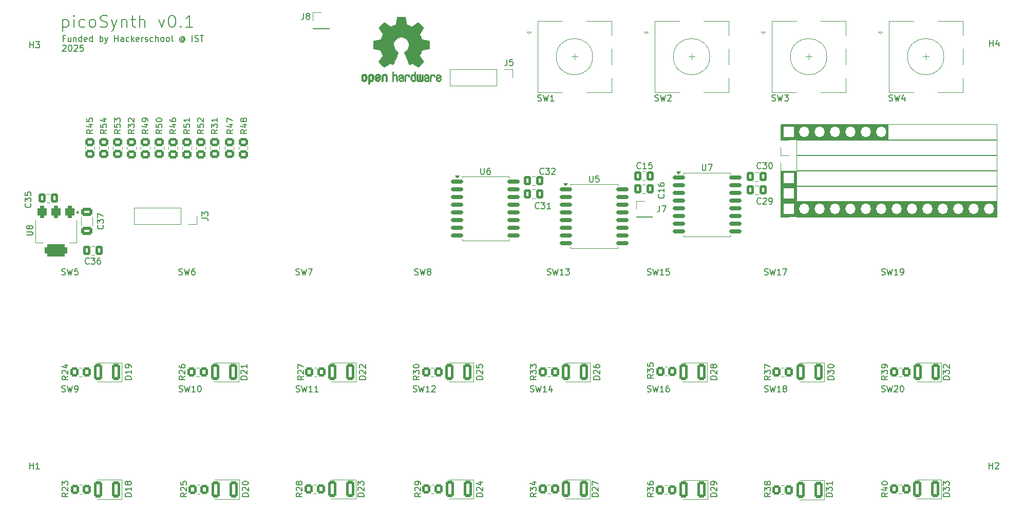
<source format=gbr>
%TF.GenerationSoftware,KiCad,Pcbnew,8.0.6*%
%TF.CreationDate,2025-04-15T16:38:21+01:00*%
%TF.ProjectId,PicoSynth,5069636f-5379-46e7-9468-2e6b69636164,rev?*%
%TF.SameCoordinates,Original*%
%TF.FileFunction,Legend,Top*%
%TF.FilePolarity,Positive*%
%FSLAX46Y46*%
G04 Gerber Fmt 4.6, Leading zero omitted, Abs format (unit mm)*
G04 Created by KiCad (PCBNEW 8.0.6) date 2025-04-15 16:38:21*
%MOMM*%
%LPD*%
G01*
G04 APERTURE LIST*
G04 Aperture macros list*
%AMRoundRect*
0 Rectangle with rounded corners*
0 $1 Rounding radius*
0 $2 $3 $4 $5 $6 $7 $8 $9 X,Y pos of 4 corners*
0 Add a 4 corners polygon primitive as box body*
4,1,4,$2,$3,$4,$5,$6,$7,$8,$9,$2,$3,0*
0 Add four circle primitives for the rounded corners*
1,1,$1+$1,$2,$3*
1,1,$1+$1,$4,$5*
1,1,$1+$1,$6,$7*
1,1,$1+$1,$8,$9*
0 Add four rect primitives between the rounded corners*
20,1,$1+$1,$2,$3,$4,$5,0*
20,1,$1+$1,$4,$5,$6,$7,0*
20,1,$1+$1,$6,$7,$8,$9,0*
20,1,$1+$1,$8,$9,$2,$3,0*%
G04 Aperture macros list end*
%ADD10C,0.200000*%
%ADD11C,0.150000*%
%ADD12C,0.120000*%
%ADD13C,0.010000*%
%ADD14R,1.700000X1.700000*%
%ADD15C,0.700000*%
%ADD16C,4.400000*%
%ADD17O,1.700000X1.700000*%
%ADD18C,1.700000*%
%ADD19C,3.000000*%
%ADD20C,4.000000*%
%ADD21RoundRect,0.250001X0.462499X1.074999X-0.462499X1.074999X-0.462499X-1.074999X0.462499X-1.074999X0*%
%ADD22RoundRect,0.213760X-0.426240X-0.526240X0.426240X-0.526240X0.426240X0.526240X-0.426240X0.526240X0*%
%ADD23RoundRect,0.213350X-0.414150X-0.551650X0.414150X-0.551650X0.414150X0.551650X-0.414150X0.551650X0*%
%ADD24R,2.000000X2.000000*%
%ADD25C,2.000000*%
%ADD26C,3.200000*%
%ADD27RoundRect,0.213760X-0.526240X0.426240X-0.526240X-0.426240X0.526240X-0.426240X0.526240X0.426240X0*%
%ADD28RoundRect,0.150000X-0.875000X-0.150000X0.875000X-0.150000X0.875000X0.150000X-0.875000X0.150000X0*%
%ADD29RoundRect,0.375000X-0.375000X0.625000X-0.375000X-0.625000X0.375000X-0.625000X0.375000X0.625000X0*%
%ADD30RoundRect,0.500000X-1.400000X0.500000X-1.400000X-0.500000X1.400000X-0.500000X1.400000X0.500000X0*%
%ADD31RoundRect,0.265094X0.674906X-0.437406X0.674906X0.437406X-0.674906X0.437406X-0.674906X-0.437406X0*%
%ADD32O,1.800000X1.800000*%
%ADD33O,1.500000X1.500000*%
G04 APERTURE END LIST*
D10*
X51757006Y-38373465D02*
X51423673Y-38373465D01*
X51423673Y-38897275D02*
X51423673Y-37897275D01*
X51423673Y-37897275D02*
X51899863Y-37897275D01*
X52709387Y-38230608D02*
X52709387Y-38897275D01*
X52280816Y-38230608D02*
X52280816Y-38754417D01*
X52280816Y-38754417D02*
X52328435Y-38849656D01*
X52328435Y-38849656D02*
X52423673Y-38897275D01*
X52423673Y-38897275D02*
X52566530Y-38897275D01*
X52566530Y-38897275D02*
X52661768Y-38849656D01*
X52661768Y-38849656D02*
X52709387Y-38802036D01*
X53185578Y-38230608D02*
X53185578Y-38897275D01*
X53185578Y-38325846D02*
X53233197Y-38278227D01*
X53233197Y-38278227D02*
X53328435Y-38230608D01*
X53328435Y-38230608D02*
X53471292Y-38230608D01*
X53471292Y-38230608D02*
X53566530Y-38278227D01*
X53566530Y-38278227D02*
X53614149Y-38373465D01*
X53614149Y-38373465D02*
X53614149Y-38897275D01*
X54518911Y-38897275D02*
X54518911Y-37897275D01*
X54518911Y-38849656D02*
X54423673Y-38897275D01*
X54423673Y-38897275D02*
X54233197Y-38897275D01*
X54233197Y-38897275D02*
X54137959Y-38849656D01*
X54137959Y-38849656D02*
X54090340Y-38802036D01*
X54090340Y-38802036D02*
X54042721Y-38706798D01*
X54042721Y-38706798D02*
X54042721Y-38421084D01*
X54042721Y-38421084D02*
X54090340Y-38325846D01*
X54090340Y-38325846D02*
X54137959Y-38278227D01*
X54137959Y-38278227D02*
X54233197Y-38230608D01*
X54233197Y-38230608D02*
X54423673Y-38230608D01*
X54423673Y-38230608D02*
X54518911Y-38278227D01*
X55376054Y-38849656D02*
X55280816Y-38897275D01*
X55280816Y-38897275D02*
X55090340Y-38897275D01*
X55090340Y-38897275D02*
X54995102Y-38849656D01*
X54995102Y-38849656D02*
X54947483Y-38754417D01*
X54947483Y-38754417D02*
X54947483Y-38373465D01*
X54947483Y-38373465D02*
X54995102Y-38278227D01*
X54995102Y-38278227D02*
X55090340Y-38230608D01*
X55090340Y-38230608D02*
X55280816Y-38230608D01*
X55280816Y-38230608D02*
X55376054Y-38278227D01*
X55376054Y-38278227D02*
X55423673Y-38373465D01*
X55423673Y-38373465D02*
X55423673Y-38468703D01*
X55423673Y-38468703D02*
X54947483Y-38563941D01*
X56280816Y-38897275D02*
X56280816Y-37897275D01*
X56280816Y-38849656D02*
X56185578Y-38897275D01*
X56185578Y-38897275D02*
X55995102Y-38897275D01*
X55995102Y-38897275D02*
X55899864Y-38849656D01*
X55899864Y-38849656D02*
X55852245Y-38802036D01*
X55852245Y-38802036D02*
X55804626Y-38706798D01*
X55804626Y-38706798D02*
X55804626Y-38421084D01*
X55804626Y-38421084D02*
X55852245Y-38325846D01*
X55852245Y-38325846D02*
X55899864Y-38278227D01*
X55899864Y-38278227D02*
X55995102Y-38230608D01*
X55995102Y-38230608D02*
X56185578Y-38230608D01*
X56185578Y-38230608D02*
X56280816Y-38278227D01*
X57518912Y-38897275D02*
X57518912Y-37897275D01*
X57518912Y-38278227D02*
X57614150Y-38230608D01*
X57614150Y-38230608D02*
X57804626Y-38230608D01*
X57804626Y-38230608D02*
X57899864Y-38278227D01*
X57899864Y-38278227D02*
X57947483Y-38325846D01*
X57947483Y-38325846D02*
X57995102Y-38421084D01*
X57995102Y-38421084D02*
X57995102Y-38706798D01*
X57995102Y-38706798D02*
X57947483Y-38802036D01*
X57947483Y-38802036D02*
X57899864Y-38849656D01*
X57899864Y-38849656D02*
X57804626Y-38897275D01*
X57804626Y-38897275D02*
X57614150Y-38897275D01*
X57614150Y-38897275D02*
X57518912Y-38849656D01*
X58328436Y-38230608D02*
X58566531Y-38897275D01*
X58804626Y-38230608D02*
X58566531Y-38897275D01*
X58566531Y-38897275D02*
X58471293Y-39135370D01*
X58471293Y-39135370D02*
X58423674Y-39182989D01*
X58423674Y-39182989D02*
X58328436Y-39230608D01*
X59947484Y-38897275D02*
X59947484Y-37897275D01*
X59947484Y-38373465D02*
X60518912Y-38373465D01*
X60518912Y-38897275D02*
X60518912Y-37897275D01*
X61423674Y-38897275D02*
X61423674Y-38373465D01*
X61423674Y-38373465D02*
X61376055Y-38278227D01*
X61376055Y-38278227D02*
X61280817Y-38230608D01*
X61280817Y-38230608D02*
X61090341Y-38230608D01*
X61090341Y-38230608D02*
X60995103Y-38278227D01*
X61423674Y-38849656D02*
X61328436Y-38897275D01*
X61328436Y-38897275D02*
X61090341Y-38897275D01*
X61090341Y-38897275D02*
X60995103Y-38849656D01*
X60995103Y-38849656D02*
X60947484Y-38754417D01*
X60947484Y-38754417D02*
X60947484Y-38659179D01*
X60947484Y-38659179D02*
X60995103Y-38563941D01*
X60995103Y-38563941D02*
X61090341Y-38516322D01*
X61090341Y-38516322D02*
X61328436Y-38516322D01*
X61328436Y-38516322D02*
X61423674Y-38468703D01*
X62328436Y-38849656D02*
X62233198Y-38897275D01*
X62233198Y-38897275D02*
X62042722Y-38897275D01*
X62042722Y-38897275D02*
X61947484Y-38849656D01*
X61947484Y-38849656D02*
X61899865Y-38802036D01*
X61899865Y-38802036D02*
X61852246Y-38706798D01*
X61852246Y-38706798D02*
X61852246Y-38421084D01*
X61852246Y-38421084D02*
X61899865Y-38325846D01*
X61899865Y-38325846D02*
X61947484Y-38278227D01*
X61947484Y-38278227D02*
X62042722Y-38230608D01*
X62042722Y-38230608D02*
X62233198Y-38230608D01*
X62233198Y-38230608D02*
X62328436Y-38278227D01*
X62757008Y-38897275D02*
X62757008Y-37897275D01*
X62852246Y-38516322D02*
X63137960Y-38897275D01*
X63137960Y-38230608D02*
X62757008Y-38611560D01*
X63947484Y-38849656D02*
X63852246Y-38897275D01*
X63852246Y-38897275D02*
X63661770Y-38897275D01*
X63661770Y-38897275D02*
X63566532Y-38849656D01*
X63566532Y-38849656D02*
X63518913Y-38754417D01*
X63518913Y-38754417D02*
X63518913Y-38373465D01*
X63518913Y-38373465D02*
X63566532Y-38278227D01*
X63566532Y-38278227D02*
X63661770Y-38230608D01*
X63661770Y-38230608D02*
X63852246Y-38230608D01*
X63852246Y-38230608D02*
X63947484Y-38278227D01*
X63947484Y-38278227D02*
X63995103Y-38373465D01*
X63995103Y-38373465D02*
X63995103Y-38468703D01*
X63995103Y-38468703D02*
X63518913Y-38563941D01*
X64423675Y-38897275D02*
X64423675Y-38230608D01*
X64423675Y-38421084D02*
X64471294Y-38325846D01*
X64471294Y-38325846D02*
X64518913Y-38278227D01*
X64518913Y-38278227D02*
X64614151Y-38230608D01*
X64614151Y-38230608D02*
X64709389Y-38230608D01*
X64995104Y-38849656D02*
X65090342Y-38897275D01*
X65090342Y-38897275D02*
X65280818Y-38897275D01*
X65280818Y-38897275D02*
X65376056Y-38849656D01*
X65376056Y-38849656D02*
X65423675Y-38754417D01*
X65423675Y-38754417D02*
X65423675Y-38706798D01*
X65423675Y-38706798D02*
X65376056Y-38611560D01*
X65376056Y-38611560D02*
X65280818Y-38563941D01*
X65280818Y-38563941D02*
X65137961Y-38563941D01*
X65137961Y-38563941D02*
X65042723Y-38516322D01*
X65042723Y-38516322D02*
X64995104Y-38421084D01*
X64995104Y-38421084D02*
X64995104Y-38373465D01*
X64995104Y-38373465D02*
X65042723Y-38278227D01*
X65042723Y-38278227D02*
X65137961Y-38230608D01*
X65137961Y-38230608D02*
X65280818Y-38230608D01*
X65280818Y-38230608D02*
X65376056Y-38278227D01*
X66280818Y-38849656D02*
X66185580Y-38897275D01*
X66185580Y-38897275D02*
X65995104Y-38897275D01*
X65995104Y-38897275D02*
X65899866Y-38849656D01*
X65899866Y-38849656D02*
X65852247Y-38802036D01*
X65852247Y-38802036D02*
X65804628Y-38706798D01*
X65804628Y-38706798D02*
X65804628Y-38421084D01*
X65804628Y-38421084D02*
X65852247Y-38325846D01*
X65852247Y-38325846D02*
X65899866Y-38278227D01*
X65899866Y-38278227D02*
X65995104Y-38230608D01*
X65995104Y-38230608D02*
X66185580Y-38230608D01*
X66185580Y-38230608D02*
X66280818Y-38278227D01*
X66709390Y-38897275D02*
X66709390Y-37897275D01*
X67137961Y-38897275D02*
X67137961Y-38373465D01*
X67137961Y-38373465D02*
X67090342Y-38278227D01*
X67090342Y-38278227D02*
X66995104Y-38230608D01*
X66995104Y-38230608D02*
X66852247Y-38230608D01*
X66852247Y-38230608D02*
X66757009Y-38278227D01*
X66757009Y-38278227D02*
X66709390Y-38325846D01*
X67757009Y-38897275D02*
X67661771Y-38849656D01*
X67661771Y-38849656D02*
X67614152Y-38802036D01*
X67614152Y-38802036D02*
X67566533Y-38706798D01*
X67566533Y-38706798D02*
X67566533Y-38421084D01*
X67566533Y-38421084D02*
X67614152Y-38325846D01*
X67614152Y-38325846D02*
X67661771Y-38278227D01*
X67661771Y-38278227D02*
X67757009Y-38230608D01*
X67757009Y-38230608D02*
X67899866Y-38230608D01*
X67899866Y-38230608D02*
X67995104Y-38278227D01*
X67995104Y-38278227D02*
X68042723Y-38325846D01*
X68042723Y-38325846D02*
X68090342Y-38421084D01*
X68090342Y-38421084D02*
X68090342Y-38706798D01*
X68090342Y-38706798D02*
X68042723Y-38802036D01*
X68042723Y-38802036D02*
X67995104Y-38849656D01*
X67995104Y-38849656D02*
X67899866Y-38897275D01*
X67899866Y-38897275D02*
X67757009Y-38897275D01*
X68661771Y-38897275D02*
X68566533Y-38849656D01*
X68566533Y-38849656D02*
X68518914Y-38802036D01*
X68518914Y-38802036D02*
X68471295Y-38706798D01*
X68471295Y-38706798D02*
X68471295Y-38421084D01*
X68471295Y-38421084D02*
X68518914Y-38325846D01*
X68518914Y-38325846D02*
X68566533Y-38278227D01*
X68566533Y-38278227D02*
X68661771Y-38230608D01*
X68661771Y-38230608D02*
X68804628Y-38230608D01*
X68804628Y-38230608D02*
X68899866Y-38278227D01*
X68899866Y-38278227D02*
X68947485Y-38325846D01*
X68947485Y-38325846D02*
X68995104Y-38421084D01*
X68995104Y-38421084D02*
X68995104Y-38706798D01*
X68995104Y-38706798D02*
X68947485Y-38802036D01*
X68947485Y-38802036D02*
X68899866Y-38849656D01*
X68899866Y-38849656D02*
X68804628Y-38897275D01*
X68804628Y-38897275D02*
X68661771Y-38897275D01*
X69566533Y-38897275D02*
X69471295Y-38849656D01*
X69471295Y-38849656D02*
X69423676Y-38754417D01*
X69423676Y-38754417D02*
X69423676Y-37897275D01*
X71328438Y-38421084D02*
X71280819Y-38373465D01*
X71280819Y-38373465D02*
X71185581Y-38325846D01*
X71185581Y-38325846D02*
X71090343Y-38325846D01*
X71090343Y-38325846D02*
X70995105Y-38373465D01*
X70995105Y-38373465D02*
X70947486Y-38421084D01*
X70947486Y-38421084D02*
X70899867Y-38516322D01*
X70899867Y-38516322D02*
X70899867Y-38611560D01*
X70899867Y-38611560D02*
X70947486Y-38706798D01*
X70947486Y-38706798D02*
X70995105Y-38754417D01*
X70995105Y-38754417D02*
X71090343Y-38802036D01*
X71090343Y-38802036D02*
X71185581Y-38802036D01*
X71185581Y-38802036D02*
X71280819Y-38754417D01*
X71280819Y-38754417D02*
X71328438Y-38706798D01*
X71328438Y-38325846D02*
X71328438Y-38706798D01*
X71328438Y-38706798D02*
X71376057Y-38754417D01*
X71376057Y-38754417D02*
X71423676Y-38754417D01*
X71423676Y-38754417D02*
X71518915Y-38706798D01*
X71518915Y-38706798D02*
X71566534Y-38611560D01*
X71566534Y-38611560D02*
X71566534Y-38373465D01*
X71566534Y-38373465D02*
X71471296Y-38230608D01*
X71471296Y-38230608D02*
X71328438Y-38135370D01*
X71328438Y-38135370D02*
X71137962Y-38087751D01*
X71137962Y-38087751D02*
X70947486Y-38135370D01*
X70947486Y-38135370D02*
X70804629Y-38230608D01*
X70804629Y-38230608D02*
X70709391Y-38373465D01*
X70709391Y-38373465D02*
X70661772Y-38563941D01*
X70661772Y-38563941D02*
X70709391Y-38754417D01*
X70709391Y-38754417D02*
X70804629Y-38897275D01*
X70804629Y-38897275D02*
X70947486Y-38992513D01*
X70947486Y-38992513D02*
X71137962Y-39040132D01*
X71137962Y-39040132D02*
X71328438Y-38992513D01*
X71328438Y-38992513D02*
X71471296Y-38897275D01*
X72757010Y-38897275D02*
X72757010Y-37897275D01*
X73185581Y-38849656D02*
X73328438Y-38897275D01*
X73328438Y-38897275D02*
X73566533Y-38897275D01*
X73566533Y-38897275D02*
X73661771Y-38849656D01*
X73661771Y-38849656D02*
X73709390Y-38802036D01*
X73709390Y-38802036D02*
X73757009Y-38706798D01*
X73757009Y-38706798D02*
X73757009Y-38611560D01*
X73757009Y-38611560D02*
X73709390Y-38516322D01*
X73709390Y-38516322D02*
X73661771Y-38468703D01*
X73661771Y-38468703D02*
X73566533Y-38421084D01*
X73566533Y-38421084D02*
X73376057Y-38373465D01*
X73376057Y-38373465D02*
X73280819Y-38325846D01*
X73280819Y-38325846D02*
X73233200Y-38278227D01*
X73233200Y-38278227D02*
X73185581Y-38182989D01*
X73185581Y-38182989D02*
X73185581Y-38087751D01*
X73185581Y-38087751D02*
X73233200Y-37992513D01*
X73233200Y-37992513D02*
X73280819Y-37944894D01*
X73280819Y-37944894D02*
X73376057Y-37897275D01*
X73376057Y-37897275D02*
X73614152Y-37897275D01*
X73614152Y-37897275D02*
X73757009Y-37944894D01*
X74042724Y-37897275D02*
X74614152Y-37897275D01*
X74328438Y-38897275D02*
X74328438Y-37897275D01*
X51376054Y-39602457D02*
X51423673Y-39554838D01*
X51423673Y-39554838D02*
X51518911Y-39507219D01*
X51518911Y-39507219D02*
X51757006Y-39507219D01*
X51757006Y-39507219D02*
X51852244Y-39554838D01*
X51852244Y-39554838D02*
X51899863Y-39602457D01*
X51899863Y-39602457D02*
X51947482Y-39697695D01*
X51947482Y-39697695D02*
X51947482Y-39792933D01*
X51947482Y-39792933D02*
X51899863Y-39935790D01*
X51899863Y-39935790D02*
X51328435Y-40507219D01*
X51328435Y-40507219D02*
X51947482Y-40507219D01*
X52566530Y-39507219D02*
X52661768Y-39507219D01*
X52661768Y-39507219D02*
X52757006Y-39554838D01*
X52757006Y-39554838D02*
X52804625Y-39602457D01*
X52804625Y-39602457D02*
X52852244Y-39697695D01*
X52852244Y-39697695D02*
X52899863Y-39888171D01*
X52899863Y-39888171D02*
X52899863Y-40126266D01*
X52899863Y-40126266D02*
X52852244Y-40316742D01*
X52852244Y-40316742D02*
X52804625Y-40411980D01*
X52804625Y-40411980D02*
X52757006Y-40459600D01*
X52757006Y-40459600D02*
X52661768Y-40507219D01*
X52661768Y-40507219D02*
X52566530Y-40507219D01*
X52566530Y-40507219D02*
X52471292Y-40459600D01*
X52471292Y-40459600D02*
X52423673Y-40411980D01*
X52423673Y-40411980D02*
X52376054Y-40316742D01*
X52376054Y-40316742D02*
X52328435Y-40126266D01*
X52328435Y-40126266D02*
X52328435Y-39888171D01*
X52328435Y-39888171D02*
X52376054Y-39697695D01*
X52376054Y-39697695D02*
X52423673Y-39602457D01*
X52423673Y-39602457D02*
X52471292Y-39554838D01*
X52471292Y-39554838D02*
X52566530Y-39507219D01*
X53280816Y-39602457D02*
X53328435Y-39554838D01*
X53328435Y-39554838D02*
X53423673Y-39507219D01*
X53423673Y-39507219D02*
X53661768Y-39507219D01*
X53661768Y-39507219D02*
X53757006Y-39554838D01*
X53757006Y-39554838D02*
X53804625Y-39602457D01*
X53804625Y-39602457D02*
X53852244Y-39697695D01*
X53852244Y-39697695D02*
X53852244Y-39792933D01*
X53852244Y-39792933D02*
X53804625Y-39935790D01*
X53804625Y-39935790D02*
X53233197Y-40507219D01*
X53233197Y-40507219D02*
X53852244Y-40507219D01*
X54757006Y-39507219D02*
X54280816Y-39507219D01*
X54280816Y-39507219D02*
X54233197Y-39983409D01*
X54233197Y-39983409D02*
X54280816Y-39935790D01*
X54280816Y-39935790D02*
X54376054Y-39888171D01*
X54376054Y-39888171D02*
X54614149Y-39888171D01*
X54614149Y-39888171D02*
X54709387Y-39935790D01*
X54709387Y-39935790D02*
X54757006Y-39983409D01*
X54757006Y-39983409D02*
X54804625Y-40078647D01*
X54804625Y-40078647D02*
X54804625Y-40316742D01*
X54804625Y-40316742D02*
X54757006Y-40411980D01*
X54757006Y-40411980D02*
X54709387Y-40459600D01*
X54709387Y-40459600D02*
X54614149Y-40507219D01*
X54614149Y-40507219D02*
X54376054Y-40507219D01*
X54376054Y-40507219D02*
X54280816Y-40459600D01*
X54280816Y-40459600D02*
X54233197Y-40411980D01*
X51407768Y-35241504D02*
X51407768Y-37241504D01*
X51407768Y-35336742D02*
X51598244Y-35241504D01*
X51598244Y-35241504D02*
X51979197Y-35241504D01*
X51979197Y-35241504D02*
X52169673Y-35336742D01*
X52169673Y-35336742D02*
X52264911Y-35431980D01*
X52264911Y-35431980D02*
X52360149Y-35622457D01*
X52360149Y-35622457D02*
X52360149Y-36193885D01*
X52360149Y-36193885D02*
X52264911Y-36384361D01*
X52264911Y-36384361D02*
X52169673Y-36479600D01*
X52169673Y-36479600D02*
X51979197Y-36574838D01*
X51979197Y-36574838D02*
X51598244Y-36574838D01*
X51598244Y-36574838D02*
X51407768Y-36479600D01*
X53217292Y-36574838D02*
X53217292Y-35241504D01*
X53217292Y-34574838D02*
X53122054Y-34670076D01*
X53122054Y-34670076D02*
X53217292Y-34765314D01*
X53217292Y-34765314D02*
X53312530Y-34670076D01*
X53312530Y-34670076D02*
X53217292Y-34574838D01*
X53217292Y-34574838D02*
X53217292Y-34765314D01*
X55026816Y-36479600D02*
X54836340Y-36574838D01*
X54836340Y-36574838D02*
X54455387Y-36574838D01*
X54455387Y-36574838D02*
X54264911Y-36479600D01*
X54264911Y-36479600D02*
X54169673Y-36384361D01*
X54169673Y-36384361D02*
X54074435Y-36193885D01*
X54074435Y-36193885D02*
X54074435Y-35622457D01*
X54074435Y-35622457D02*
X54169673Y-35431980D01*
X54169673Y-35431980D02*
X54264911Y-35336742D01*
X54264911Y-35336742D02*
X54455387Y-35241504D01*
X54455387Y-35241504D02*
X54836340Y-35241504D01*
X54836340Y-35241504D02*
X55026816Y-35336742D01*
X56169673Y-36574838D02*
X55979197Y-36479600D01*
X55979197Y-36479600D02*
X55883959Y-36384361D01*
X55883959Y-36384361D02*
X55788721Y-36193885D01*
X55788721Y-36193885D02*
X55788721Y-35622457D01*
X55788721Y-35622457D02*
X55883959Y-35431980D01*
X55883959Y-35431980D02*
X55979197Y-35336742D01*
X55979197Y-35336742D02*
X56169673Y-35241504D01*
X56169673Y-35241504D02*
X56455388Y-35241504D01*
X56455388Y-35241504D02*
X56645864Y-35336742D01*
X56645864Y-35336742D02*
X56741102Y-35431980D01*
X56741102Y-35431980D02*
X56836340Y-35622457D01*
X56836340Y-35622457D02*
X56836340Y-36193885D01*
X56836340Y-36193885D02*
X56741102Y-36384361D01*
X56741102Y-36384361D02*
X56645864Y-36479600D01*
X56645864Y-36479600D02*
X56455388Y-36574838D01*
X56455388Y-36574838D02*
X56169673Y-36574838D01*
X57598245Y-36479600D02*
X57883959Y-36574838D01*
X57883959Y-36574838D02*
X58360150Y-36574838D01*
X58360150Y-36574838D02*
X58550626Y-36479600D01*
X58550626Y-36479600D02*
X58645864Y-36384361D01*
X58645864Y-36384361D02*
X58741102Y-36193885D01*
X58741102Y-36193885D02*
X58741102Y-36003409D01*
X58741102Y-36003409D02*
X58645864Y-35812933D01*
X58645864Y-35812933D02*
X58550626Y-35717695D01*
X58550626Y-35717695D02*
X58360150Y-35622457D01*
X58360150Y-35622457D02*
X57979197Y-35527219D01*
X57979197Y-35527219D02*
X57788721Y-35431980D01*
X57788721Y-35431980D02*
X57693483Y-35336742D01*
X57693483Y-35336742D02*
X57598245Y-35146266D01*
X57598245Y-35146266D02*
X57598245Y-34955790D01*
X57598245Y-34955790D02*
X57693483Y-34765314D01*
X57693483Y-34765314D02*
X57788721Y-34670076D01*
X57788721Y-34670076D02*
X57979197Y-34574838D01*
X57979197Y-34574838D02*
X58455388Y-34574838D01*
X58455388Y-34574838D02*
X58741102Y-34670076D01*
X59407769Y-35241504D02*
X59883959Y-36574838D01*
X60360150Y-35241504D02*
X59883959Y-36574838D01*
X59883959Y-36574838D02*
X59693483Y-37051028D01*
X59693483Y-37051028D02*
X59598245Y-37146266D01*
X59598245Y-37146266D02*
X59407769Y-37241504D01*
X61122055Y-35241504D02*
X61122055Y-36574838D01*
X61122055Y-35431980D02*
X61217293Y-35336742D01*
X61217293Y-35336742D02*
X61407769Y-35241504D01*
X61407769Y-35241504D02*
X61693484Y-35241504D01*
X61693484Y-35241504D02*
X61883960Y-35336742D01*
X61883960Y-35336742D02*
X61979198Y-35527219D01*
X61979198Y-35527219D02*
X61979198Y-36574838D01*
X62645865Y-35241504D02*
X63407769Y-35241504D01*
X62931579Y-34574838D02*
X62931579Y-36289123D01*
X62931579Y-36289123D02*
X63026817Y-36479600D01*
X63026817Y-36479600D02*
X63217293Y-36574838D01*
X63217293Y-36574838D02*
X63407769Y-36574838D01*
X64074436Y-36574838D02*
X64074436Y-34574838D01*
X64931579Y-36574838D02*
X64931579Y-35527219D01*
X64931579Y-35527219D02*
X64836341Y-35336742D01*
X64836341Y-35336742D02*
X64645865Y-35241504D01*
X64645865Y-35241504D02*
X64360150Y-35241504D01*
X64360150Y-35241504D02*
X64169674Y-35336742D01*
X64169674Y-35336742D02*
X64074436Y-35431980D01*
X67217294Y-35241504D02*
X67693484Y-36574838D01*
X67693484Y-36574838D02*
X68169675Y-35241504D01*
X69312532Y-34574838D02*
X69503009Y-34574838D01*
X69503009Y-34574838D02*
X69693485Y-34670076D01*
X69693485Y-34670076D02*
X69788723Y-34765314D01*
X69788723Y-34765314D02*
X69883961Y-34955790D01*
X69883961Y-34955790D02*
X69979199Y-35336742D01*
X69979199Y-35336742D02*
X69979199Y-35812933D01*
X69979199Y-35812933D02*
X69883961Y-36193885D01*
X69883961Y-36193885D02*
X69788723Y-36384361D01*
X69788723Y-36384361D02*
X69693485Y-36479600D01*
X69693485Y-36479600D02*
X69503009Y-36574838D01*
X69503009Y-36574838D02*
X69312532Y-36574838D01*
X69312532Y-36574838D02*
X69122056Y-36479600D01*
X69122056Y-36479600D02*
X69026818Y-36384361D01*
X69026818Y-36384361D02*
X68931580Y-36193885D01*
X68931580Y-36193885D02*
X68836342Y-35812933D01*
X68836342Y-35812933D02*
X68836342Y-35336742D01*
X68836342Y-35336742D02*
X68931580Y-34955790D01*
X68931580Y-34955790D02*
X69026818Y-34765314D01*
X69026818Y-34765314D02*
X69122056Y-34670076D01*
X69122056Y-34670076D02*
X69312532Y-34574838D01*
X70836342Y-36384361D02*
X70931580Y-36479600D01*
X70931580Y-36479600D02*
X70836342Y-36574838D01*
X70836342Y-36574838D02*
X70741104Y-36479600D01*
X70741104Y-36479600D02*
X70836342Y-36384361D01*
X70836342Y-36384361D02*
X70836342Y-36574838D01*
X72836342Y-36574838D02*
X71693485Y-36574838D01*
X72264913Y-36574838D02*
X72264913Y-34574838D01*
X72264913Y-34574838D02*
X72074437Y-34860552D01*
X72074437Y-34860552D02*
X71883961Y-35051028D01*
X71883961Y-35051028D02*
X71693485Y-35146266D01*
D11*
X149780666Y-66002819D02*
X149780666Y-66717104D01*
X149780666Y-66717104D02*
X149733047Y-66859961D01*
X149733047Y-66859961D02*
X149637809Y-66955200D01*
X149637809Y-66955200D02*
X149494952Y-67002819D01*
X149494952Y-67002819D02*
X149399714Y-67002819D01*
X150161619Y-66002819D02*
X150828285Y-66002819D01*
X150828285Y-66002819D02*
X150399714Y-67002819D01*
X204216095Y-39697819D02*
X204216095Y-38697819D01*
X204216095Y-39174009D02*
X204787523Y-39174009D01*
X204787523Y-39697819D02*
X204787523Y-38697819D01*
X205692285Y-39031152D02*
X205692285Y-39697819D01*
X205454190Y-38650200D02*
X205216095Y-39364485D01*
X205216095Y-39364485D02*
X205835142Y-39364485D01*
X51244667Y-96673200D02*
X51387524Y-96720819D01*
X51387524Y-96720819D02*
X51625619Y-96720819D01*
X51625619Y-96720819D02*
X51720857Y-96673200D01*
X51720857Y-96673200D02*
X51768476Y-96625580D01*
X51768476Y-96625580D02*
X51816095Y-96530342D01*
X51816095Y-96530342D02*
X51816095Y-96435104D01*
X51816095Y-96435104D02*
X51768476Y-96339866D01*
X51768476Y-96339866D02*
X51720857Y-96292247D01*
X51720857Y-96292247D02*
X51625619Y-96244628D01*
X51625619Y-96244628D02*
X51435143Y-96197009D01*
X51435143Y-96197009D02*
X51339905Y-96149390D01*
X51339905Y-96149390D02*
X51292286Y-96101771D01*
X51292286Y-96101771D02*
X51244667Y-96006533D01*
X51244667Y-96006533D02*
X51244667Y-95911295D01*
X51244667Y-95911295D02*
X51292286Y-95816057D01*
X51292286Y-95816057D02*
X51339905Y-95768438D01*
X51339905Y-95768438D02*
X51435143Y-95720819D01*
X51435143Y-95720819D02*
X51673238Y-95720819D01*
X51673238Y-95720819D02*
X51816095Y-95768438D01*
X52149429Y-95720819D02*
X52387524Y-96720819D01*
X52387524Y-96720819D02*
X52578000Y-96006533D01*
X52578000Y-96006533D02*
X52768476Y-96720819D01*
X52768476Y-96720819D02*
X53006572Y-95720819D01*
X53435143Y-96720819D02*
X53625619Y-96720819D01*
X53625619Y-96720819D02*
X53720857Y-96673200D01*
X53720857Y-96673200D02*
X53768476Y-96625580D01*
X53768476Y-96625580D02*
X53863714Y-96482723D01*
X53863714Y-96482723D02*
X53911333Y-96292247D01*
X53911333Y-96292247D02*
X53911333Y-95911295D01*
X53911333Y-95911295D02*
X53863714Y-95816057D01*
X53863714Y-95816057D02*
X53816095Y-95768438D01*
X53816095Y-95768438D02*
X53720857Y-95720819D01*
X53720857Y-95720819D02*
X53530381Y-95720819D01*
X53530381Y-95720819D02*
X53435143Y-95768438D01*
X53435143Y-95768438D02*
X53387524Y-95816057D01*
X53387524Y-95816057D02*
X53339905Y-95911295D01*
X53339905Y-95911295D02*
X53339905Y-96149390D01*
X53339905Y-96149390D02*
X53387524Y-96244628D01*
X53387524Y-96244628D02*
X53435143Y-96292247D01*
X53435143Y-96292247D02*
X53530381Y-96339866D01*
X53530381Y-96339866D02*
X53720857Y-96339866D01*
X53720857Y-96339866D02*
X53816095Y-96292247D01*
X53816095Y-96292247D02*
X53863714Y-96244628D01*
X53863714Y-96244628D02*
X53911333Y-96149390D01*
X178254819Y-113990285D02*
X177254819Y-113990285D01*
X177254819Y-113990285D02*
X177254819Y-113752190D01*
X177254819Y-113752190D02*
X177302438Y-113609333D01*
X177302438Y-113609333D02*
X177397676Y-113514095D01*
X177397676Y-113514095D02*
X177492914Y-113466476D01*
X177492914Y-113466476D02*
X177683390Y-113418857D01*
X177683390Y-113418857D02*
X177826247Y-113418857D01*
X177826247Y-113418857D02*
X178016723Y-113466476D01*
X178016723Y-113466476D02*
X178111961Y-113514095D01*
X178111961Y-113514095D02*
X178207200Y-113609333D01*
X178207200Y-113609333D02*
X178254819Y-113752190D01*
X178254819Y-113752190D02*
X178254819Y-113990285D01*
X177254819Y-113085523D02*
X177254819Y-112466476D01*
X177254819Y-112466476D02*
X177635771Y-112799809D01*
X177635771Y-112799809D02*
X177635771Y-112656952D01*
X177635771Y-112656952D02*
X177683390Y-112561714D01*
X177683390Y-112561714D02*
X177731009Y-112514095D01*
X177731009Y-112514095D02*
X177826247Y-112466476D01*
X177826247Y-112466476D02*
X178064342Y-112466476D01*
X178064342Y-112466476D02*
X178159580Y-112514095D01*
X178159580Y-112514095D02*
X178207200Y-112561714D01*
X178207200Y-112561714D02*
X178254819Y-112656952D01*
X178254819Y-112656952D02*
X178254819Y-112942666D01*
X178254819Y-112942666D02*
X178207200Y-113037904D01*
X178207200Y-113037904D02*
X178159580Y-113085523D01*
X178254819Y-111514095D02*
X178254819Y-112085523D01*
X178254819Y-111799809D02*
X177254819Y-111799809D01*
X177254819Y-111799809D02*
X177397676Y-111895047D01*
X177397676Y-111895047D02*
X177492914Y-111990285D01*
X177492914Y-111990285D02*
X177540533Y-112085523D01*
D10*
X129484219Y-113418857D02*
X129008028Y-113752190D01*
X129484219Y-113990285D02*
X128484219Y-113990285D01*
X128484219Y-113990285D02*
X128484219Y-113609333D01*
X128484219Y-113609333D02*
X128531838Y-113514095D01*
X128531838Y-113514095D02*
X128579457Y-113466476D01*
X128579457Y-113466476D02*
X128674695Y-113418857D01*
X128674695Y-113418857D02*
X128817552Y-113418857D01*
X128817552Y-113418857D02*
X128912790Y-113466476D01*
X128912790Y-113466476D02*
X128960409Y-113514095D01*
X128960409Y-113514095D02*
X129008028Y-113609333D01*
X129008028Y-113609333D02*
X129008028Y-113990285D01*
X128484219Y-113085523D02*
X128484219Y-112466476D01*
X128484219Y-112466476D02*
X128865171Y-112799809D01*
X128865171Y-112799809D02*
X128865171Y-112656952D01*
X128865171Y-112656952D02*
X128912790Y-112561714D01*
X128912790Y-112561714D02*
X128960409Y-112514095D01*
X128960409Y-112514095D02*
X129055647Y-112466476D01*
X129055647Y-112466476D02*
X129293742Y-112466476D01*
X129293742Y-112466476D02*
X129388980Y-112514095D01*
X129388980Y-112514095D02*
X129436600Y-112561714D01*
X129436600Y-112561714D02*
X129484219Y-112656952D01*
X129484219Y-112656952D02*
X129484219Y-112942666D01*
X129484219Y-112942666D02*
X129436600Y-113037904D01*
X129436600Y-113037904D02*
X129388980Y-113085523D01*
X128817552Y-111609333D02*
X129484219Y-111609333D01*
X128436600Y-111847428D02*
X129150885Y-112085523D01*
X129150885Y-112085523D02*
X129150885Y-111466476D01*
X150470980Y-64142857D02*
X150518600Y-64190476D01*
X150518600Y-64190476D02*
X150566219Y-64333333D01*
X150566219Y-64333333D02*
X150566219Y-64428571D01*
X150566219Y-64428571D02*
X150518600Y-64571428D01*
X150518600Y-64571428D02*
X150423361Y-64666666D01*
X150423361Y-64666666D02*
X150328123Y-64714285D01*
X150328123Y-64714285D02*
X150137647Y-64761904D01*
X150137647Y-64761904D02*
X149994790Y-64761904D01*
X149994790Y-64761904D02*
X149804314Y-64714285D01*
X149804314Y-64714285D02*
X149709076Y-64666666D01*
X149709076Y-64666666D02*
X149613838Y-64571428D01*
X149613838Y-64571428D02*
X149566219Y-64428571D01*
X149566219Y-64428571D02*
X149566219Y-64333333D01*
X149566219Y-64333333D02*
X149613838Y-64190476D01*
X149613838Y-64190476D02*
X149661457Y-64142857D01*
X150566219Y-63190476D02*
X150566219Y-63761904D01*
X150566219Y-63476190D02*
X149566219Y-63476190D01*
X149566219Y-63476190D02*
X149709076Y-63571428D01*
X149709076Y-63571428D02*
X149804314Y-63666666D01*
X149804314Y-63666666D02*
X149851933Y-63761904D01*
X149566219Y-62333333D02*
X149566219Y-62523809D01*
X149566219Y-62523809D02*
X149613838Y-62619047D01*
X149613838Y-62619047D02*
X149661457Y-62666666D01*
X149661457Y-62666666D02*
X149804314Y-62761904D01*
X149804314Y-62761904D02*
X149994790Y-62809523D01*
X149994790Y-62809523D02*
X150375742Y-62809523D01*
X150375742Y-62809523D02*
X150470980Y-62761904D01*
X150470980Y-62761904D02*
X150518600Y-62714285D01*
X150518600Y-62714285D02*
X150566219Y-62619047D01*
X150566219Y-62619047D02*
X150566219Y-62428571D01*
X150566219Y-62428571D02*
X150518600Y-62333333D01*
X150518600Y-62333333D02*
X150470980Y-62285714D01*
X150470980Y-62285714D02*
X150375742Y-62238095D01*
X150375742Y-62238095D02*
X150137647Y-62238095D01*
X150137647Y-62238095D02*
X150042409Y-62285714D01*
X150042409Y-62285714D02*
X149994790Y-62333333D01*
X149994790Y-62333333D02*
X149947171Y-62428571D01*
X149947171Y-62428571D02*
X149947171Y-62619047D01*
X149947171Y-62619047D02*
X149994790Y-62714285D01*
X149994790Y-62714285D02*
X150042409Y-62761904D01*
X150042409Y-62761904D02*
X150137647Y-62809523D01*
D11*
X168333667Y-48667200D02*
X168476524Y-48714819D01*
X168476524Y-48714819D02*
X168714619Y-48714819D01*
X168714619Y-48714819D02*
X168809857Y-48667200D01*
X168809857Y-48667200D02*
X168857476Y-48619580D01*
X168857476Y-48619580D02*
X168905095Y-48524342D01*
X168905095Y-48524342D02*
X168905095Y-48429104D01*
X168905095Y-48429104D02*
X168857476Y-48333866D01*
X168857476Y-48333866D02*
X168809857Y-48286247D01*
X168809857Y-48286247D02*
X168714619Y-48238628D01*
X168714619Y-48238628D02*
X168524143Y-48191009D01*
X168524143Y-48191009D02*
X168428905Y-48143390D01*
X168428905Y-48143390D02*
X168381286Y-48095771D01*
X168381286Y-48095771D02*
X168333667Y-48000533D01*
X168333667Y-48000533D02*
X168333667Y-47905295D01*
X168333667Y-47905295D02*
X168381286Y-47810057D01*
X168381286Y-47810057D02*
X168428905Y-47762438D01*
X168428905Y-47762438D02*
X168524143Y-47714819D01*
X168524143Y-47714819D02*
X168762238Y-47714819D01*
X168762238Y-47714819D02*
X168905095Y-47762438D01*
X169238429Y-47714819D02*
X169476524Y-48714819D01*
X169476524Y-48714819D02*
X169667000Y-48000533D01*
X169667000Y-48000533D02*
X169857476Y-48714819D01*
X169857476Y-48714819D02*
X170095572Y-47714819D01*
X170381286Y-47714819D02*
X171000333Y-47714819D01*
X171000333Y-47714819D02*
X170667000Y-48095771D01*
X170667000Y-48095771D02*
X170809857Y-48095771D01*
X170809857Y-48095771D02*
X170905095Y-48143390D01*
X170905095Y-48143390D02*
X170952714Y-48191009D01*
X170952714Y-48191009D02*
X171000333Y-48286247D01*
X171000333Y-48286247D02*
X171000333Y-48524342D01*
X171000333Y-48524342D02*
X170952714Y-48619580D01*
X170952714Y-48619580D02*
X170905095Y-48667200D01*
X170905095Y-48667200D02*
X170809857Y-48714819D01*
X170809857Y-48714819D02*
X170524143Y-48714819D01*
X170524143Y-48714819D02*
X170428905Y-48667200D01*
X170428905Y-48667200D02*
X170381286Y-48619580D01*
D10*
X91130219Y-94114857D02*
X90654028Y-94448190D01*
X91130219Y-94686285D02*
X90130219Y-94686285D01*
X90130219Y-94686285D02*
X90130219Y-94305333D01*
X90130219Y-94305333D02*
X90177838Y-94210095D01*
X90177838Y-94210095D02*
X90225457Y-94162476D01*
X90225457Y-94162476D02*
X90320695Y-94114857D01*
X90320695Y-94114857D02*
X90463552Y-94114857D01*
X90463552Y-94114857D02*
X90558790Y-94162476D01*
X90558790Y-94162476D02*
X90606409Y-94210095D01*
X90606409Y-94210095D02*
X90654028Y-94305333D01*
X90654028Y-94305333D02*
X90654028Y-94686285D01*
X90225457Y-93733904D02*
X90177838Y-93686285D01*
X90177838Y-93686285D02*
X90130219Y-93591047D01*
X90130219Y-93591047D02*
X90130219Y-93352952D01*
X90130219Y-93352952D02*
X90177838Y-93257714D01*
X90177838Y-93257714D02*
X90225457Y-93210095D01*
X90225457Y-93210095D02*
X90320695Y-93162476D01*
X90320695Y-93162476D02*
X90415933Y-93162476D01*
X90415933Y-93162476D02*
X90558790Y-93210095D01*
X90558790Y-93210095D02*
X91130219Y-93781523D01*
X91130219Y-93781523D02*
X91130219Y-93162476D01*
X90130219Y-92829142D02*
X90130219Y-92162476D01*
X90130219Y-92162476D02*
X91130219Y-92591047D01*
D11*
X109188476Y-96673200D02*
X109331333Y-96720819D01*
X109331333Y-96720819D02*
X109569428Y-96720819D01*
X109569428Y-96720819D02*
X109664666Y-96673200D01*
X109664666Y-96673200D02*
X109712285Y-96625580D01*
X109712285Y-96625580D02*
X109759904Y-96530342D01*
X109759904Y-96530342D02*
X109759904Y-96435104D01*
X109759904Y-96435104D02*
X109712285Y-96339866D01*
X109712285Y-96339866D02*
X109664666Y-96292247D01*
X109664666Y-96292247D02*
X109569428Y-96244628D01*
X109569428Y-96244628D02*
X109378952Y-96197009D01*
X109378952Y-96197009D02*
X109283714Y-96149390D01*
X109283714Y-96149390D02*
X109236095Y-96101771D01*
X109236095Y-96101771D02*
X109188476Y-96006533D01*
X109188476Y-96006533D02*
X109188476Y-95911295D01*
X109188476Y-95911295D02*
X109236095Y-95816057D01*
X109236095Y-95816057D02*
X109283714Y-95768438D01*
X109283714Y-95768438D02*
X109378952Y-95720819D01*
X109378952Y-95720819D02*
X109617047Y-95720819D01*
X109617047Y-95720819D02*
X109759904Y-95768438D01*
X110093238Y-95720819D02*
X110331333Y-96720819D01*
X110331333Y-96720819D02*
X110521809Y-96006533D01*
X110521809Y-96006533D02*
X110712285Y-96720819D01*
X110712285Y-96720819D02*
X110950381Y-95720819D01*
X111855142Y-96720819D02*
X111283714Y-96720819D01*
X111569428Y-96720819D02*
X111569428Y-95720819D01*
X111569428Y-95720819D02*
X111474190Y-95863676D01*
X111474190Y-95863676D02*
X111378952Y-95958914D01*
X111378952Y-95958914D02*
X111283714Y-96006533D01*
X112236095Y-95816057D02*
X112283714Y-95768438D01*
X112283714Y-95768438D02*
X112378952Y-95720819D01*
X112378952Y-95720819D02*
X112617047Y-95720819D01*
X112617047Y-95720819D02*
X112712285Y-95768438D01*
X112712285Y-95768438D02*
X112759904Y-95816057D01*
X112759904Y-95816057D02*
X112807523Y-95911295D01*
X112807523Y-95911295D02*
X112807523Y-96006533D01*
X112807523Y-96006533D02*
X112759904Y-96149390D01*
X112759904Y-96149390D02*
X112188476Y-96720819D01*
X112188476Y-96720819D02*
X112807523Y-96720819D01*
X120596819Y-94686285D02*
X119596819Y-94686285D01*
X119596819Y-94686285D02*
X119596819Y-94448190D01*
X119596819Y-94448190D02*
X119644438Y-94305333D01*
X119644438Y-94305333D02*
X119739676Y-94210095D01*
X119739676Y-94210095D02*
X119834914Y-94162476D01*
X119834914Y-94162476D02*
X120025390Y-94114857D01*
X120025390Y-94114857D02*
X120168247Y-94114857D01*
X120168247Y-94114857D02*
X120358723Y-94162476D01*
X120358723Y-94162476D02*
X120453961Y-94210095D01*
X120453961Y-94210095D02*
X120549200Y-94305333D01*
X120549200Y-94305333D02*
X120596819Y-94448190D01*
X120596819Y-94448190D02*
X120596819Y-94686285D01*
X119692057Y-93733904D02*
X119644438Y-93686285D01*
X119644438Y-93686285D02*
X119596819Y-93591047D01*
X119596819Y-93591047D02*
X119596819Y-93352952D01*
X119596819Y-93352952D02*
X119644438Y-93257714D01*
X119644438Y-93257714D02*
X119692057Y-93210095D01*
X119692057Y-93210095D02*
X119787295Y-93162476D01*
X119787295Y-93162476D02*
X119882533Y-93162476D01*
X119882533Y-93162476D02*
X120025390Y-93210095D01*
X120025390Y-93210095D02*
X120596819Y-93781523D01*
X120596819Y-93781523D02*
X120596819Y-93162476D01*
X119596819Y-92257714D02*
X119596819Y-92733904D01*
X119596819Y-92733904D02*
X120073009Y-92781523D01*
X120073009Y-92781523D02*
X120025390Y-92733904D01*
X120025390Y-92733904D02*
X119977771Y-92638666D01*
X119977771Y-92638666D02*
X119977771Y-92400571D01*
X119977771Y-92400571D02*
X120025390Y-92305333D01*
X120025390Y-92305333D02*
X120073009Y-92257714D01*
X120073009Y-92257714D02*
X120168247Y-92210095D01*
X120168247Y-92210095D02*
X120406342Y-92210095D01*
X120406342Y-92210095D02*
X120501580Y-92257714D01*
X120501580Y-92257714D02*
X120549200Y-92305333D01*
X120549200Y-92305333D02*
X120596819Y-92400571D01*
X120596819Y-92400571D02*
X120596819Y-92638666D01*
X120596819Y-92638666D02*
X120549200Y-92733904D01*
X120549200Y-92733904D02*
X120501580Y-92781523D01*
X204160539Y-109420819D02*
X204160539Y-108420819D01*
X204160539Y-108897009D02*
X204731967Y-108897009D01*
X204731967Y-109420819D02*
X204731967Y-108420819D01*
X205160539Y-108516057D02*
X205208158Y-108468438D01*
X205208158Y-108468438D02*
X205303396Y-108420819D01*
X205303396Y-108420819D02*
X205541491Y-108420819D01*
X205541491Y-108420819D02*
X205636729Y-108468438D01*
X205636729Y-108468438D02*
X205684348Y-108516057D01*
X205684348Y-108516057D02*
X205731967Y-108611295D01*
X205731967Y-108611295D02*
X205731967Y-108706533D01*
X205731967Y-108706533D02*
X205684348Y-108849390D01*
X205684348Y-108849390D02*
X205112920Y-109420819D01*
X205112920Y-109420819D02*
X205731967Y-109420819D01*
X89884476Y-96673200D02*
X90027333Y-96720819D01*
X90027333Y-96720819D02*
X90265428Y-96720819D01*
X90265428Y-96720819D02*
X90360666Y-96673200D01*
X90360666Y-96673200D02*
X90408285Y-96625580D01*
X90408285Y-96625580D02*
X90455904Y-96530342D01*
X90455904Y-96530342D02*
X90455904Y-96435104D01*
X90455904Y-96435104D02*
X90408285Y-96339866D01*
X90408285Y-96339866D02*
X90360666Y-96292247D01*
X90360666Y-96292247D02*
X90265428Y-96244628D01*
X90265428Y-96244628D02*
X90074952Y-96197009D01*
X90074952Y-96197009D02*
X89979714Y-96149390D01*
X89979714Y-96149390D02*
X89932095Y-96101771D01*
X89932095Y-96101771D02*
X89884476Y-96006533D01*
X89884476Y-96006533D02*
X89884476Y-95911295D01*
X89884476Y-95911295D02*
X89932095Y-95816057D01*
X89932095Y-95816057D02*
X89979714Y-95768438D01*
X89979714Y-95768438D02*
X90074952Y-95720819D01*
X90074952Y-95720819D02*
X90313047Y-95720819D01*
X90313047Y-95720819D02*
X90455904Y-95768438D01*
X90789238Y-95720819D02*
X91027333Y-96720819D01*
X91027333Y-96720819D02*
X91217809Y-96006533D01*
X91217809Y-96006533D02*
X91408285Y-96720819D01*
X91408285Y-96720819D02*
X91646381Y-95720819D01*
X92551142Y-96720819D02*
X91979714Y-96720819D01*
X92265428Y-96720819D02*
X92265428Y-95720819D01*
X92265428Y-95720819D02*
X92170190Y-95863676D01*
X92170190Y-95863676D02*
X92074952Y-95958914D01*
X92074952Y-95958914D02*
X91979714Y-96006533D01*
X93503523Y-96720819D02*
X92932095Y-96720819D01*
X93217809Y-96720819D02*
X93217809Y-95720819D01*
X93217809Y-95720819D02*
X93122571Y-95863676D01*
X93122571Y-95863676D02*
X93027333Y-95958914D01*
X93027333Y-95958914D02*
X92932095Y-96006533D01*
X178508819Y-94686285D02*
X177508819Y-94686285D01*
X177508819Y-94686285D02*
X177508819Y-94448190D01*
X177508819Y-94448190D02*
X177556438Y-94305333D01*
X177556438Y-94305333D02*
X177651676Y-94210095D01*
X177651676Y-94210095D02*
X177746914Y-94162476D01*
X177746914Y-94162476D02*
X177937390Y-94114857D01*
X177937390Y-94114857D02*
X178080247Y-94114857D01*
X178080247Y-94114857D02*
X178270723Y-94162476D01*
X178270723Y-94162476D02*
X178365961Y-94210095D01*
X178365961Y-94210095D02*
X178461200Y-94305333D01*
X178461200Y-94305333D02*
X178508819Y-94448190D01*
X178508819Y-94448190D02*
X178508819Y-94686285D01*
X177508819Y-93781523D02*
X177508819Y-93162476D01*
X177508819Y-93162476D02*
X177889771Y-93495809D01*
X177889771Y-93495809D02*
X177889771Y-93352952D01*
X177889771Y-93352952D02*
X177937390Y-93257714D01*
X177937390Y-93257714D02*
X177985009Y-93210095D01*
X177985009Y-93210095D02*
X178080247Y-93162476D01*
X178080247Y-93162476D02*
X178318342Y-93162476D01*
X178318342Y-93162476D02*
X178413580Y-93210095D01*
X178413580Y-93210095D02*
X178461200Y-93257714D01*
X178461200Y-93257714D02*
X178508819Y-93352952D01*
X178508819Y-93352952D02*
X178508819Y-93638666D01*
X178508819Y-93638666D02*
X178461200Y-93733904D01*
X178461200Y-93733904D02*
X178413580Y-93781523D01*
X177508819Y-92543428D02*
X177508819Y-92448190D01*
X177508819Y-92448190D02*
X177556438Y-92352952D01*
X177556438Y-92352952D02*
X177604057Y-92305333D01*
X177604057Y-92305333D02*
X177699295Y-92257714D01*
X177699295Y-92257714D02*
X177889771Y-92210095D01*
X177889771Y-92210095D02*
X178127866Y-92210095D01*
X178127866Y-92210095D02*
X178318342Y-92257714D01*
X178318342Y-92257714D02*
X178413580Y-92305333D01*
X178413580Y-92305333D02*
X178461200Y-92352952D01*
X178461200Y-92352952D02*
X178508819Y-92448190D01*
X178508819Y-92448190D02*
X178508819Y-92543428D01*
X178508819Y-92543428D02*
X178461200Y-92638666D01*
X178461200Y-92638666D02*
X178413580Y-92686285D01*
X178413580Y-92686285D02*
X178318342Y-92733904D01*
X178318342Y-92733904D02*
X178127866Y-92781523D01*
X178127866Y-92781523D02*
X177889771Y-92781523D01*
X177889771Y-92781523D02*
X177699295Y-92733904D01*
X177699295Y-92733904D02*
X177604057Y-92686285D01*
X177604057Y-92686285D02*
X177556438Y-92638666D01*
X177556438Y-92638666D02*
X177508819Y-92543428D01*
X74350819Y-68049333D02*
X75065104Y-68049333D01*
X75065104Y-68049333D02*
X75207961Y-68096952D01*
X75207961Y-68096952D02*
X75303200Y-68192190D01*
X75303200Y-68192190D02*
X75350819Y-68335047D01*
X75350819Y-68335047D02*
X75350819Y-68430285D01*
X74350819Y-67668380D02*
X74350819Y-67049333D01*
X74350819Y-67049333D02*
X74731771Y-67382666D01*
X74731771Y-67382666D02*
X74731771Y-67239809D01*
X74731771Y-67239809D02*
X74779390Y-67144571D01*
X74779390Y-67144571D02*
X74827009Y-67096952D01*
X74827009Y-67096952D02*
X74922247Y-67049333D01*
X74922247Y-67049333D02*
X75160342Y-67049333D01*
X75160342Y-67049333D02*
X75255580Y-67096952D01*
X75255580Y-67096952D02*
X75303200Y-67144571D01*
X75303200Y-67144571D02*
X75350819Y-67239809D01*
X75350819Y-67239809D02*
X75350819Y-67525523D01*
X75350819Y-67525523D02*
X75303200Y-67620761D01*
X75303200Y-67620761D02*
X75255580Y-67668380D01*
D10*
X146677142Y-59792980D02*
X146629523Y-59840600D01*
X146629523Y-59840600D02*
X146486666Y-59888219D01*
X146486666Y-59888219D02*
X146391428Y-59888219D01*
X146391428Y-59888219D02*
X146248571Y-59840600D01*
X146248571Y-59840600D02*
X146153333Y-59745361D01*
X146153333Y-59745361D02*
X146105714Y-59650123D01*
X146105714Y-59650123D02*
X146058095Y-59459647D01*
X146058095Y-59459647D02*
X146058095Y-59316790D01*
X146058095Y-59316790D02*
X146105714Y-59126314D01*
X146105714Y-59126314D02*
X146153333Y-59031076D01*
X146153333Y-59031076D02*
X146248571Y-58935838D01*
X146248571Y-58935838D02*
X146391428Y-58888219D01*
X146391428Y-58888219D02*
X146486666Y-58888219D01*
X146486666Y-58888219D02*
X146629523Y-58935838D01*
X146629523Y-58935838D02*
X146677142Y-58983457D01*
X147629523Y-59888219D02*
X147058095Y-59888219D01*
X147343809Y-59888219D02*
X147343809Y-58888219D01*
X147343809Y-58888219D02*
X147248571Y-59031076D01*
X147248571Y-59031076D02*
X147153333Y-59126314D01*
X147153333Y-59126314D02*
X147058095Y-59173933D01*
X148534285Y-58888219D02*
X148058095Y-58888219D01*
X148058095Y-58888219D02*
X148010476Y-59364409D01*
X148010476Y-59364409D02*
X148058095Y-59316790D01*
X148058095Y-59316790D02*
X148153333Y-59269171D01*
X148153333Y-59269171D02*
X148391428Y-59269171D01*
X148391428Y-59269171D02*
X148486666Y-59316790D01*
X148486666Y-59316790D02*
X148534285Y-59364409D01*
X148534285Y-59364409D02*
X148581904Y-59459647D01*
X148581904Y-59459647D02*
X148581904Y-59697742D01*
X148581904Y-59697742D02*
X148534285Y-59792980D01*
X148534285Y-59792980D02*
X148486666Y-59840600D01*
X148486666Y-59840600D02*
X148391428Y-59888219D01*
X148391428Y-59888219D02*
X148153333Y-59888219D01*
X148153333Y-59888219D02*
X148058095Y-59840600D01*
X148058095Y-59840600D02*
X148010476Y-59792980D01*
D11*
X120596819Y-113990285D02*
X119596819Y-113990285D01*
X119596819Y-113990285D02*
X119596819Y-113752190D01*
X119596819Y-113752190D02*
X119644438Y-113609333D01*
X119644438Y-113609333D02*
X119739676Y-113514095D01*
X119739676Y-113514095D02*
X119834914Y-113466476D01*
X119834914Y-113466476D02*
X120025390Y-113418857D01*
X120025390Y-113418857D02*
X120168247Y-113418857D01*
X120168247Y-113418857D02*
X120358723Y-113466476D01*
X120358723Y-113466476D02*
X120453961Y-113514095D01*
X120453961Y-113514095D02*
X120549200Y-113609333D01*
X120549200Y-113609333D02*
X120596819Y-113752190D01*
X120596819Y-113752190D02*
X120596819Y-113990285D01*
X119692057Y-113037904D02*
X119644438Y-112990285D01*
X119644438Y-112990285D02*
X119596819Y-112895047D01*
X119596819Y-112895047D02*
X119596819Y-112656952D01*
X119596819Y-112656952D02*
X119644438Y-112561714D01*
X119644438Y-112561714D02*
X119692057Y-112514095D01*
X119692057Y-112514095D02*
X119787295Y-112466476D01*
X119787295Y-112466476D02*
X119882533Y-112466476D01*
X119882533Y-112466476D02*
X120025390Y-112514095D01*
X120025390Y-112514095D02*
X120596819Y-113085523D01*
X120596819Y-113085523D02*
X120596819Y-112466476D01*
X119930152Y-111609333D02*
X120596819Y-111609333D01*
X119549200Y-111847428D02*
X120263485Y-112085523D01*
X120263485Y-112085523D02*
X120263485Y-111466476D01*
X62684819Y-113990285D02*
X61684819Y-113990285D01*
X61684819Y-113990285D02*
X61684819Y-113752190D01*
X61684819Y-113752190D02*
X61732438Y-113609333D01*
X61732438Y-113609333D02*
X61827676Y-113514095D01*
X61827676Y-113514095D02*
X61922914Y-113466476D01*
X61922914Y-113466476D02*
X62113390Y-113418857D01*
X62113390Y-113418857D02*
X62256247Y-113418857D01*
X62256247Y-113418857D02*
X62446723Y-113466476D01*
X62446723Y-113466476D02*
X62541961Y-113514095D01*
X62541961Y-113514095D02*
X62637200Y-113609333D01*
X62637200Y-113609333D02*
X62684819Y-113752190D01*
X62684819Y-113752190D02*
X62684819Y-113990285D01*
X62684819Y-112466476D02*
X62684819Y-113037904D01*
X62684819Y-112752190D02*
X61684819Y-112752190D01*
X61684819Y-112752190D02*
X61827676Y-112847428D01*
X61827676Y-112847428D02*
X61922914Y-112942666D01*
X61922914Y-112942666D02*
X61970533Y-113037904D01*
X62113390Y-111895047D02*
X62065771Y-111990285D01*
X62065771Y-111990285D02*
X62018152Y-112037904D01*
X62018152Y-112037904D02*
X61922914Y-112085523D01*
X61922914Y-112085523D02*
X61875295Y-112085523D01*
X61875295Y-112085523D02*
X61780057Y-112037904D01*
X61780057Y-112037904D02*
X61732438Y-111990285D01*
X61732438Y-111990285D02*
X61684819Y-111895047D01*
X61684819Y-111895047D02*
X61684819Y-111704571D01*
X61684819Y-111704571D02*
X61732438Y-111609333D01*
X61732438Y-111609333D02*
X61780057Y-111561714D01*
X61780057Y-111561714D02*
X61875295Y-111514095D01*
X61875295Y-111514095D02*
X61922914Y-111514095D01*
X61922914Y-111514095D02*
X62018152Y-111561714D01*
X62018152Y-111561714D02*
X62065771Y-111609333D01*
X62065771Y-111609333D02*
X62113390Y-111704571D01*
X62113390Y-111704571D02*
X62113390Y-111895047D01*
X62113390Y-111895047D02*
X62161009Y-111990285D01*
X62161009Y-111990285D02*
X62208628Y-112037904D01*
X62208628Y-112037904D02*
X62303866Y-112085523D01*
X62303866Y-112085523D02*
X62494342Y-112085523D01*
X62494342Y-112085523D02*
X62589580Y-112037904D01*
X62589580Y-112037904D02*
X62637200Y-111990285D01*
X62637200Y-111990285D02*
X62684819Y-111895047D01*
X62684819Y-111895047D02*
X62684819Y-111704571D01*
X62684819Y-111704571D02*
X62637200Y-111609333D01*
X62637200Y-111609333D02*
X62589580Y-111561714D01*
X62589580Y-111561714D02*
X62494342Y-111514095D01*
X62494342Y-111514095D02*
X62303866Y-111514095D01*
X62303866Y-111514095D02*
X62208628Y-111561714D01*
X62208628Y-111561714D02*
X62161009Y-111609333D01*
X62161009Y-111609333D02*
X62113390Y-111704571D01*
X197558819Y-113990285D02*
X196558819Y-113990285D01*
X196558819Y-113990285D02*
X196558819Y-113752190D01*
X196558819Y-113752190D02*
X196606438Y-113609333D01*
X196606438Y-113609333D02*
X196701676Y-113514095D01*
X196701676Y-113514095D02*
X196796914Y-113466476D01*
X196796914Y-113466476D02*
X196987390Y-113418857D01*
X196987390Y-113418857D02*
X197130247Y-113418857D01*
X197130247Y-113418857D02*
X197320723Y-113466476D01*
X197320723Y-113466476D02*
X197415961Y-113514095D01*
X197415961Y-113514095D02*
X197511200Y-113609333D01*
X197511200Y-113609333D02*
X197558819Y-113752190D01*
X197558819Y-113752190D02*
X197558819Y-113990285D01*
X196558819Y-113085523D02*
X196558819Y-112466476D01*
X196558819Y-112466476D02*
X196939771Y-112799809D01*
X196939771Y-112799809D02*
X196939771Y-112656952D01*
X196939771Y-112656952D02*
X196987390Y-112561714D01*
X196987390Y-112561714D02*
X197035009Y-112514095D01*
X197035009Y-112514095D02*
X197130247Y-112466476D01*
X197130247Y-112466476D02*
X197368342Y-112466476D01*
X197368342Y-112466476D02*
X197463580Y-112514095D01*
X197463580Y-112514095D02*
X197511200Y-112561714D01*
X197511200Y-112561714D02*
X197558819Y-112656952D01*
X197558819Y-112656952D02*
X197558819Y-112942666D01*
X197558819Y-112942666D02*
X197511200Y-113037904D01*
X197511200Y-113037904D02*
X197463580Y-113085523D01*
X196558819Y-112133142D02*
X196558819Y-111514095D01*
X196558819Y-111514095D02*
X196939771Y-111847428D01*
X196939771Y-111847428D02*
X196939771Y-111704571D01*
X196939771Y-111704571D02*
X196987390Y-111609333D01*
X196987390Y-111609333D02*
X197035009Y-111561714D01*
X197035009Y-111561714D02*
X197130247Y-111514095D01*
X197130247Y-111514095D02*
X197368342Y-111514095D01*
X197368342Y-111514095D02*
X197463580Y-111561714D01*
X197463580Y-111561714D02*
X197511200Y-111609333D01*
X197511200Y-111609333D02*
X197558819Y-111704571D01*
X197558819Y-111704571D02*
X197558819Y-111990285D01*
X197558819Y-111990285D02*
X197511200Y-112085523D01*
X197511200Y-112085523D02*
X197463580Y-112133142D01*
X131286476Y-77369200D02*
X131429333Y-77416819D01*
X131429333Y-77416819D02*
X131667428Y-77416819D01*
X131667428Y-77416819D02*
X131762666Y-77369200D01*
X131762666Y-77369200D02*
X131810285Y-77321580D01*
X131810285Y-77321580D02*
X131857904Y-77226342D01*
X131857904Y-77226342D02*
X131857904Y-77131104D01*
X131857904Y-77131104D02*
X131810285Y-77035866D01*
X131810285Y-77035866D02*
X131762666Y-76988247D01*
X131762666Y-76988247D02*
X131667428Y-76940628D01*
X131667428Y-76940628D02*
X131476952Y-76893009D01*
X131476952Y-76893009D02*
X131381714Y-76845390D01*
X131381714Y-76845390D02*
X131334095Y-76797771D01*
X131334095Y-76797771D02*
X131286476Y-76702533D01*
X131286476Y-76702533D02*
X131286476Y-76607295D01*
X131286476Y-76607295D02*
X131334095Y-76512057D01*
X131334095Y-76512057D02*
X131381714Y-76464438D01*
X131381714Y-76464438D02*
X131476952Y-76416819D01*
X131476952Y-76416819D02*
X131715047Y-76416819D01*
X131715047Y-76416819D02*
X131857904Y-76464438D01*
X132191238Y-76416819D02*
X132429333Y-77416819D01*
X132429333Y-77416819D02*
X132619809Y-76702533D01*
X132619809Y-76702533D02*
X132810285Y-77416819D01*
X132810285Y-77416819D02*
X133048381Y-76416819D01*
X133953142Y-77416819D02*
X133381714Y-77416819D01*
X133667428Y-77416819D02*
X133667428Y-76416819D01*
X133667428Y-76416819D02*
X133572190Y-76559676D01*
X133572190Y-76559676D02*
X133476952Y-76654914D01*
X133476952Y-76654914D02*
X133381714Y-76702533D01*
X134286476Y-76416819D02*
X134905523Y-76416819D01*
X134905523Y-76416819D02*
X134572190Y-76797771D01*
X134572190Y-76797771D02*
X134715047Y-76797771D01*
X134715047Y-76797771D02*
X134810285Y-76845390D01*
X134810285Y-76845390D02*
X134857904Y-76893009D01*
X134857904Y-76893009D02*
X134905523Y-76988247D01*
X134905523Y-76988247D02*
X134905523Y-77226342D01*
X134905523Y-77226342D02*
X134857904Y-77321580D01*
X134857904Y-77321580D02*
X134810285Y-77369200D01*
X134810285Y-77369200D02*
X134715047Y-77416819D01*
X134715047Y-77416819D02*
X134429333Y-77416819D01*
X134429333Y-77416819D02*
X134334095Y-77369200D01*
X134334095Y-77369200D02*
X134286476Y-77321580D01*
D10*
X71826219Y-113418857D02*
X71350028Y-113752190D01*
X71826219Y-113990285D02*
X70826219Y-113990285D01*
X70826219Y-113990285D02*
X70826219Y-113609333D01*
X70826219Y-113609333D02*
X70873838Y-113514095D01*
X70873838Y-113514095D02*
X70921457Y-113466476D01*
X70921457Y-113466476D02*
X71016695Y-113418857D01*
X71016695Y-113418857D02*
X71159552Y-113418857D01*
X71159552Y-113418857D02*
X71254790Y-113466476D01*
X71254790Y-113466476D02*
X71302409Y-113514095D01*
X71302409Y-113514095D02*
X71350028Y-113609333D01*
X71350028Y-113609333D02*
X71350028Y-113990285D01*
X70921457Y-113037904D02*
X70873838Y-112990285D01*
X70873838Y-112990285D02*
X70826219Y-112895047D01*
X70826219Y-112895047D02*
X70826219Y-112656952D01*
X70826219Y-112656952D02*
X70873838Y-112561714D01*
X70873838Y-112561714D02*
X70921457Y-112514095D01*
X70921457Y-112514095D02*
X71016695Y-112466476D01*
X71016695Y-112466476D02*
X71111933Y-112466476D01*
X71111933Y-112466476D02*
X71254790Y-112514095D01*
X71254790Y-112514095D02*
X71826219Y-113085523D01*
X71826219Y-113085523D02*
X71826219Y-112466476D01*
X70826219Y-111561714D02*
X70826219Y-112037904D01*
X70826219Y-112037904D02*
X71302409Y-112085523D01*
X71302409Y-112085523D02*
X71254790Y-112037904D01*
X71254790Y-112037904D02*
X71207171Y-111942666D01*
X71207171Y-111942666D02*
X71207171Y-111704571D01*
X71207171Y-111704571D02*
X71254790Y-111609333D01*
X71254790Y-111609333D02*
X71302409Y-111561714D01*
X71302409Y-111561714D02*
X71397647Y-111514095D01*
X71397647Y-111514095D02*
X71635742Y-111514095D01*
X71635742Y-111514095D02*
X71730980Y-111561714D01*
X71730980Y-111561714D02*
X71778600Y-111609333D01*
X71778600Y-111609333D02*
X71826219Y-111704571D01*
X71826219Y-111704571D02*
X71826219Y-111942666D01*
X71826219Y-111942666D02*
X71778600Y-112037904D01*
X71778600Y-112037904D02*
X71730980Y-112085523D01*
D11*
X70548667Y-77369200D02*
X70691524Y-77416819D01*
X70691524Y-77416819D02*
X70929619Y-77416819D01*
X70929619Y-77416819D02*
X71024857Y-77369200D01*
X71024857Y-77369200D02*
X71072476Y-77321580D01*
X71072476Y-77321580D02*
X71120095Y-77226342D01*
X71120095Y-77226342D02*
X71120095Y-77131104D01*
X71120095Y-77131104D02*
X71072476Y-77035866D01*
X71072476Y-77035866D02*
X71024857Y-76988247D01*
X71024857Y-76988247D02*
X70929619Y-76940628D01*
X70929619Y-76940628D02*
X70739143Y-76893009D01*
X70739143Y-76893009D02*
X70643905Y-76845390D01*
X70643905Y-76845390D02*
X70596286Y-76797771D01*
X70596286Y-76797771D02*
X70548667Y-76702533D01*
X70548667Y-76702533D02*
X70548667Y-76607295D01*
X70548667Y-76607295D02*
X70596286Y-76512057D01*
X70596286Y-76512057D02*
X70643905Y-76464438D01*
X70643905Y-76464438D02*
X70739143Y-76416819D01*
X70739143Y-76416819D02*
X70977238Y-76416819D01*
X70977238Y-76416819D02*
X71120095Y-76464438D01*
X71453429Y-76416819D02*
X71691524Y-77416819D01*
X71691524Y-77416819D02*
X71882000Y-76702533D01*
X71882000Y-76702533D02*
X72072476Y-77416819D01*
X72072476Y-77416819D02*
X72310572Y-76416819D01*
X73120095Y-76416819D02*
X72929619Y-76416819D01*
X72929619Y-76416819D02*
X72834381Y-76464438D01*
X72834381Y-76464438D02*
X72786762Y-76512057D01*
X72786762Y-76512057D02*
X72691524Y-76654914D01*
X72691524Y-76654914D02*
X72643905Y-76845390D01*
X72643905Y-76845390D02*
X72643905Y-77226342D01*
X72643905Y-77226342D02*
X72691524Y-77321580D01*
X72691524Y-77321580D02*
X72739143Y-77369200D01*
X72739143Y-77369200D02*
X72834381Y-77416819D01*
X72834381Y-77416819D02*
X73024857Y-77416819D01*
X73024857Y-77416819D02*
X73120095Y-77369200D01*
X73120095Y-77369200D02*
X73167714Y-77321580D01*
X73167714Y-77321580D02*
X73215333Y-77226342D01*
X73215333Y-77226342D02*
X73215333Y-76988247D01*
X73215333Y-76988247D02*
X73167714Y-76893009D01*
X73167714Y-76893009D02*
X73120095Y-76845390D01*
X73120095Y-76845390D02*
X73024857Y-76797771D01*
X73024857Y-76797771D02*
X72834381Y-76797771D01*
X72834381Y-76797771D02*
X72739143Y-76845390D01*
X72739143Y-76845390D02*
X72691524Y-76893009D01*
X72691524Y-76893009D02*
X72643905Y-76988247D01*
D10*
X148788219Y-113418857D02*
X148312028Y-113752190D01*
X148788219Y-113990285D02*
X147788219Y-113990285D01*
X147788219Y-113990285D02*
X147788219Y-113609333D01*
X147788219Y-113609333D02*
X147835838Y-113514095D01*
X147835838Y-113514095D02*
X147883457Y-113466476D01*
X147883457Y-113466476D02*
X147978695Y-113418857D01*
X147978695Y-113418857D02*
X148121552Y-113418857D01*
X148121552Y-113418857D02*
X148216790Y-113466476D01*
X148216790Y-113466476D02*
X148264409Y-113514095D01*
X148264409Y-113514095D02*
X148312028Y-113609333D01*
X148312028Y-113609333D02*
X148312028Y-113990285D01*
X147788219Y-113085523D02*
X147788219Y-112466476D01*
X147788219Y-112466476D02*
X148169171Y-112799809D01*
X148169171Y-112799809D02*
X148169171Y-112656952D01*
X148169171Y-112656952D02*
X148216790Y-112561714D01*
X148216790Y-112561714D02*
X148264409Y-112514095D01*
X148264409Y-112514095D02*
X148359647Y-112466476D01*
X148359647Y-112466476D02*
X148597742Y-112466476D01*
X148597742Y-112466476D02*
X148692980Y-112514095D01*
X148692980Y-112514095D02*
X148740600Y-112561714D01*
X148740600Y-112561714D02*
X148788219Y-112656952D01*
X148788219Y-112656952D02*
X148788219Y-112942666D01*
X148788219Y-112942666D02*
X148740600Y-113037904D01*
X148740600Y-113037904D02*
X148692980Y-113085523D01*
X147788219Y-111609333D02*
X147788219Y-111799809D01*
X147788219Y-111799809D02*
X147835838Y-111895047D01*
X147835838Y-111895047D02*
X147883457Y-111942666D01*
X147883457Y-111942666D02*
X148026314Y-112037904D01*
X148026314Y-112037904D02*
X148216790Y-112085523D01*
X148216790Y-112085523D02*
X148597742Y-112085523D01*
X148597742Y-112085523D02*
X148692980Y-112037904D01*
X148692980Y-112037904D02*
X148740600Y-111990285D01*
X148740600Y-111990285D02*
X148788219Y-111895047D01*
X148788219Y-111895047D02*
X148788219Y-111704571D01*
X148788219Y-111704571D02*
X148740600Y-111609333D01*
X148740600Y-111609333D02*
X148692980Y-111561714D01*
X148692980Y-111561714D02*
X148597742Y-111514095D01*
X148597742Y-111514095D02*
X148359647Y-111514095D01*
X148359647Y-111514095D02*
X148264409Y-111561714D01*
X148264409Y-111561714D02*
X148216790Y-111609333D01*
X148216790Y-111609333D02*
X148169171Y-111704571D01*
X148169171Y-111704571D02*
X148169171Y-111895047D01*
X148169171Y-111895047D02*
X148216790Y-111990285D01*
X148216790Y-111990285D02*
X148264409Y-112037904D01*
X148264409Y-112037904D02*
X148359647Y-112085523D01*
X58618219Y-53474857D02*
X58142028Y-53808190D01*
X58618219Y-54046285D02*
X57618219Y-54046285D01*
X57618219Y-54046285D02*
X57618219Y-53665333D01*
X57618219Y-53665333D02*
X57665838Y-53570095D01*
X57665838Y-53570095D02*
X57713457Y-53522476D01*
X57713457Y-53522476D02*
X57808695Y-53474857D01*
X57808695Y-53474857D02*
X57951552Y-53474857D01*
X57951552Y-53474857D02*
X58046790Y-53522476D01*
X58046790Y-53522476D02*
X58094409Y-53570095D01*
X58094409Y-53570095D02*
X58142028Y-53665333D01*
X58142028Y-53665333D02*
X58142028Y-54046285D01*
X57618219Y-52570095D02*
X57618219Y-53046285D01*
X57618219Y-53046285D02*
X58094409Y-53093904D01*
X58094409Y-53093904D02*
X58046790Y-53046285D01*
X58046790Y-53046285D02*
X57999171Y-52951047D01*
X57999171Y-52951047D02*
X57999171Y-52712952D01*
X57999171Y-52712952D02*
X58046790Y-52617714D01*
X58046790Y-52617714D02*
X58094409Y-52570095D01*
X58094409Y-52570095D02*
X58189647Y-52522476D01*
X58189647Y-52522476D02*
X58427742Y-52522476D01*
X58427742Y-52522476D02*
X58522980Y-52570095D01*
X58522980Y-52570095D02*
X58570600Y-52617714D01*
X58570600Y-52617714D02*
X58618219Y-52712952D01*
X58618219Y-52712952D02*
X58618219Y-52951047D01*
X58618219Y-52951047D02*
X58570600Y-53046285D01*
X58570600Y-53046285D02*
X58522980Y-53093904D01*
X57951552Y-51665333D02*
X58618219Y-51665333D01*
X57570600Y-51903428D02*
X58284885Y-52141523D01*
X58284885Y-52141523D02*
X58284885Y-51522476D01*
X74620219Y-53474857D02*
X74144028Y-53808190D01*
X74620219Y-54046285D02*
X73620219Y-54046285D01*
X73620219Y-54046285D02*
X73620219Y-53665333D01*
X73620219Y-53665333D02*
X73667838Y-53570095D01*
X73667838Y-53570095D02*
X73715457Y-53522476D01*
X73715457Y-53522476D02*
X73810695Y-53474857D01*
X73810695Y-53474857D02*
X73953552Y-53474857D01*
X73953552Y-53474857D02*
X74048790Y-53522476D01*
X74048790Y-53522476D02*
X74096409Y-53570095D01*
X74096409Y-53570095D02*
X74144028Y-53665333D01*
X74144028Y-53665333D02*
X74144028Y-54046285D01*
X73620219Y-52570095D02*
X73620219Y-53046285D01*
X73620219Y-53046285D02*
X74096409Y-53093904D01*
X74096409Y-53093904D02*
X74048790Y-53046285D01*
X74048790Y-53046285D02*
X74001171Y-52951047D01*
X74001171Y-52951047D02*
X74001171Y-52712952D01*
X74001171Y-52712952D02*
X74048790Y-52617714D01*
X74048790Y-52617714D02*
X74096409Y-52570095D01*
X74096409Y-52570095D02*
X74191647Y-52522476D01*
X74191647Y-52522476D02*
X74429742Y-52522476D01*
X74429742Y-52522476D02*
X74524980Y-52570095D01*
X74524980Y-52570095D02*
X74572600Y-52617714D01*
X74572600Y-52617714D02*
X74620219Y-52712952D01*
X74620219Y-52712952D02*
X74620219Y-52951047D01*
X74620219Y-52951047D02*
X74572600Y-53046285D01*
X74572600Y-53046285D02*
X74524980Y-53093904D01*
X73715457Y-52141523D02*
X73667838Y-52093904D01*
X73667838Y-52093904D02*
X73620219Y-51998666D01*
X73620219Y-51998666D02*
X73620219Y-51760571D01*
X73620219Y-51760571D02*
X73667838Y-51665333D01*
X73667838Y-51665333D02*
X73715457Y-51617714D01*
X73715457Y-51617714D02*
X73810695Y-51570095D01*
X73810695Y-51570095D02*
X73905933Y-51570095D01*
X73905933Y-51570095D02*
X74048790Y-51617714D01*
X74048790Y-51617714D02*
X74620219Y-52189142D01*
X74620219Y-52189142D02*
X74620219Y-51570095D01*
D11*
X147796476Y-77369200D02*
X147939333Y-77416819D01*
X147939333Y-77416819D02*
X148177428Y-77416819D01*
X148177428Y-77416819D02*
X148272666Y-77369200D01*
X148272666Y-77369200D02*
X148320285Y-77321580D01*
X148320285Y-77321580D02*
X148367904Y-77226342D01*
X148367904Y-77226342D02*
X148367904Y-77131104D01*
X148367904Y-77131104D02*
X148320285Y-77035866D01*
X148320285Y-77035866D02*
X148272666Y-76988247D01*
X148272666Y-76988247D02*
X148177428Y-76940628D01*
X148177428Y-76940628D02*
X147986952Y-76893009D01*
X147986952Y-76893009D02*
X147891714Y-76845390D01*
X147891714Y-76845390D02*
X147844095Y-76797771D01*
X147844095Y-76797771D02*
X147796476Y-76702533D01*
X147796476Y-76702533D02*
X147796476Y-76607295D01*
X147796476Y-76607295D02*
X147844095Y-76512057D01*
X147844095Y-76512057D02*
X147891714Y-76464438D01*
X147891714Y-76464438D02*
X147986952Y-76416819D01*
X147986952Y-76416819D02*
X148225047Y-76416819D01*
X148225047Y-76416819D02*
X148367904Y-76464438D01*
X148701238Y-76416819D02*
X148939333Y-77416819D01*
X148939333Y-77416819D02*
X149129809Y-76702533D01*
X149129809Y-76702533D02*
X149320285Y-77416819D01*
X149320285Y-77416819D02*
X149558381Y-76416819D01*
X150463142Y-77416819D02*
X149891714Y-77416819D01*
X150177428Y-77416819D02*
X150177428Y-76416819D01*
X150177428Y-76416819D02*
X150082190Y-76559676D01*
X150082190Y-76559676D02*
X149986952Y-76654914D01*
X149986952Y-76654914D02*
X149891714Y-76702533D01*
X151367904Y-76416819D02*
X150891714Y-76416819D01*
X150891714Y-76416819D02*
X150844095Y-76893009D01*
X150844095Y-76893009D02*
X150891714Y-76845390D01*
X150891714Y-76845390D02*
X150986952Y-76797771D01*
X150986952Y-76797771D02*
X151225047Y-76797771D01*
X151225047Y-76797771D02*
X151320285Y-76845390D01*
X151320285Y-76845390D02*
X151367904Y-76893009D01*
X151367904Y-76893009D02*
X151415523Y-76988247D01*
X151415523Y-76988247D02*
X151415523Y-77226342D01*
X151415523Y-77226342D02*
X151367904Y-77321580D01*
X151367904Y-77321580D02*
X151320285Y-77369200D01*
X151320285Y-77369200D02*
X151225047Y-77416819D01*
X151225047Y-77416819D02*
X150986952Y-77416819D01*
X150986952Y-77416819D02*
X150891714Y-77369200D01*
X150891714Y-77369200D02*
X150844095Y-77321580D01*
D10*
X166489142Y-65634980D02*
X166441523Y-65682600D01*
X166441523Y-65682600D02*
X166298666Y-65730219D01*
X166298666Y-65730219D02*
X166203428Y-65730219D01*
X166203428Y-65730219D02*
X166060571Y-65682600D01*
X166060571Y-65682600D02*
X165965333Y-65587361D01*
X165965333Y-65587361D02*
X165917714Y-65492123D01*
X165917714Y-65492123D02*
X165870095Y-65301647D01*
X165870095Y-65301647D02*
X165870095Y-65158790D01*
X165870095Y-65158790D02*
X165917714Y-64968314D01*
X165917714Y-64968314D02*
X165965333Y-64873076D01*
X165965333Y-64873076D02*
X166060571Y-64777838D01*
X166060571Y-64777838D02*
X166203428Y-64730219D01*
X166203428Y-64730219D02*
X166298666Y-64730219D01*
X166298666Y-64730219D02*
X166441523Y-64777838D01*
X166441523Y-64777838D02*
X166489142Y-64825457D01*
X166870095Y-64825457D02*
X166917714Y-64777838D01*
X166917714Y-64777838D02*
X167012952Y-64730219D01*
X167012952Y-64730219D02*
X167251047Y-64730219D01*
X167251047Y-64730219D02*
X167346285Y-64777838D01*
X167346285Y-64777838D02*
X167393904Y-64825457D01*
X167393904Y-64825457D02*
X167441523Y-64920695D01*
X167441523Y-64920695D02*
X167441523Y-65015933D01*
X167441523Y-65015933D02*
X167393904Y-65158790D01*
X167393904Y-65158790D02*
X166822476Y-65730219D01*
X166822476Y-65730219D02*
X167441523Y-65730219D01*
X167917714Y-65730219D02*
X168108190Y-65730219D01*
X168108190Y-65730219D02*
X168203428Y-65682600D01*
X168203428Y-65682600D02*
X168251047Y-65634980D01*
X168251047Y-65634980D02*
X168346285Y-65492123D01*
X168346285Y-65492123D02*
X168393904Y-65301647D01*
X168393904Y-65301647D02*
X168393904Y-64920695D01*
X168393904Y-64920695D02*
X168346285Y-64825457D01*
X168346285Y-64825457D02*
X168298666Y-64777838D01*
X168298666Y-64777838D02*
X168203428Y-64730219D01*
X168203428Y-64730219D02*
X168012952Y-64730219D01*
X168012952Y-64730219D02*
X167917714Y-64777838D01*
X167917714Y-64777838D02*
X167870095Y-64825457D01*
X167870095Y-64825457D02*
X167822476Y-64920695D01*
X167822476Y-64920695D02*
X167822476Y-65158790D01*
X167822476Y-65158790D02*
X167870095Y-65254028D01*
X167870095Y-65254028D02*
X167917714Y-65301647D01*
X167917714Y-65301647D02*
X168012952Y-65349266D01*
X168012952Y-65349266D02*
X168203428Y-65349266D01*
X168203428Y-65349266D02*
X168298666Y-65301647D01*
X168298666Y-65301647D02*
X168346285Y-65254028D01*
X168346285Y-65254028D02*
X168393904Y-65158790D01*
D11*
X197558819Y-94686285D02*
X196558819Y-94686285D01*
X196558819Y-94686285D02*
X196558819Y-94448190D01*
X196558819Y-94448190D02*
X196606438Y-94305333D01*
X196606438Y-94305333D02*
X196701676Y-94210095D01*
X196701676Y-94210095D02*
X196796914Y-94162476D01*
X196796914Y-94162476D02*
X196987390Y-94114857D01*
X196987390Y-94114857D02*
X197130247Y-94114857D01*
X197130247Y-94114857D02*
X197320723Y-94162476D01*
X197320723Y-94162476D02*
X197415961Y-94210095D01*
X197415961Y-94210095D02*
X197511200Y-94305333D01*
X197511200Y-94305333D02*
X197558819Y-94448190D01*
X197558819Y-94448190D02*
X197558819Y-94686285D01*
X196558819Y-93781523D02*
X196558819Y-93162476D01*
X196558819Y-93162476D02*
X196939771Y-93495809D01*
X196939771Y-93495809D02*
X196939771Y-93352952D01*
X196939771Y-93352952D02*
X196987390Y-93257714D01*
X196987390Y-93257714D02*
X197035009Y-93210095D01*
X197035009Y-93210095D02*
X197130247Y-93162476D01*
X197130247Y-93162476D02*
X197368342Y-93162476D01*
X197368342Y-93162476D02*
X197463580Y-93210095D01*
X197463580Y-93210095D02*
X197511200Y-93257714D01*
X197511200Y-93257714D02*
X197558819Y-93352952D01*
X197558819Y-93352952D02*
X197558819Y-93638666D01*
X197558819Y-93638666D02*
X197511200Y-93733904D01*
X197511200Y-93733904D02*
X197463580Y-93781523D01*
X196654057Y-92781523D02*
X196606438Y-92733904D01*
X196606438Y-92733904D02*
X196558819Y-92638666D01*
X196558819Y-92638666D02*
X196558819Y-92400571D01*
X196558819Y-92400571D02*
X196606438Y-92305333D01*
X196606438Y-92305333D02*
X196654057Y-92257714D01*
X196654057Y-92257714D02*
X196749295Y-92210095D01*
X196749295Y-92210095D02*
X196844533Y-92210095D01*
X196844533Y-92210095D02*
X196987390Y-92257714D01*
X196987390Y-92257714D02*
X197558819Y-92829142D01*
X197558819Y-92829142D02*
X197558819Y-92210095D01*
X62684819Y-94686285D02*
X61684819Y-94686285D01*
X61684819Y-94686285D02*
X61684819Y-94448190D01*
X61684819Y-94448190D02*
X61732438Y-94305333D01*
X61732438Y-94305333D02*
X61827676Y-94210095D01*
X61827676Y-94210095D02*
X61922914Y-94162476D01*
X61922914Y-94162476D02*
X62113390Y-94114857D01*
X62113390Y-94114857D02*
X62256247Y-94114857D01*
X62256247Y-94114857D02*
X62446723Y-94162476D01*
X62446723Y-94162476D02*
X62541961Y-94210095D01*
X62541961Y-94210095D02*
X62637200Y-94305333D01*
X62637200Y-94305333D02*
X62684819Y-94448190D01*
X62684819Y-94448190D02*
X62684819Y-94686285D01*
X62684819Y-93162476D02*
X62684819Y-93733904D01*
X62684819Y-93448190D02*
X61684819Y-93448190D01*
X61684819Y-93448190D02*
X61827676Y-93543428D01*
X61827676Y-93543428D02*
X61922914Y-93638666D01*
X61922914Y-93638666D02*
X61970533Y-93733904D01*
X62684819Y-92686285D02*
X62684819Y-92495809D01*
X62684819Y-92495809D02*
X62637200Y-92400571D01*
X62637200Y-92400571D02*
X62589580Y-92352952D01*
X62589580Y-92352952D02*
X62446723Y-92257714D01*
X62446723Y-92257714D02*
X62256247Y-92210095D01*
X62256247Y-92210095D02*
X61875295Y-92210095D01*
X61875295Y-92210095D02*
X61780057Y-92257714D01*
X61780057Y-92257714D02*
X61732438Y-92305333D01*
X61732438Y-92305333D02*
X61684819Y-92400571D01*
X61684819Y-92400571D02*
X61684819Y-92591047D01*
X61684819Y-92591047D02*
X61732438Y-92686285D01*
X61732438Y-92686285D02*
X61780057Y-92733904D01*
X61780057Y-92733904D02*
X61875295Y-92781523D01*
X61875295Y-92781523D02*
X62113390Y-92781523D01*
X62113390Y-92781523D02*
X62208628Y-92733904D01*
X62208628Y-92733904D02*
X62256247Y-92686285D01*
X62256247Y-92686285D02*
X62303866Y-92591047D01*
X62303866Y-92591047D02*
X62303866Y-92400571D01*
X62303866Y-92400571D02*
X62256247Y-92305333D01*
X62256247Y-92305333D02*
X62208628Y-92257714D01*
X62208628Y-92257714D02*
X62113390Y-92210095D01*
X129725667Y-48667200D02*
X129868524Y-48714819D01*
X129868524Y-48714819D02*
X130106619Y-48714819D01*
X130106619Y-48714819D02*
X130201857Y-48667200D01*
X130201857Y-48667200D02*
X130249476Y-48619580D01*
X130249476Y-48619580D02*
X130297095Y-48524342D01*
X130297095Y-48524342D02*
X130297095Y-48429104D01*
X130297095Y-48429104D02*
X130249476Y-48333866D01*
X130249476Y-48333866D02*
X130201857Y-48286247D01*
X130201857Y-48286247D02*
X130106619Y-48238628D01*
X130106619Y-48238628D02*
X129916143Y-48191009D01*
X129916143Y-48191009D02*
X129820905Y-48143390D01*
X129820905Y-48143390D02*
X129773286Y-48095771D01*
X129773286Y-48095771D02*
X129725667Y-48000533D01*
X129725667Y-48000533D02*
X129725667Y-47905295D01*
X129725667Y-47905295D02*
X129773286Y-47810057D01*
X129773286Y-47810057D02*
X129820905Y-47762438D01*
X129820905Y-47762438D02*
X129916143Y-47714819D01*
X129916143Y-47714819D02*
X130154238Y-47714819D01*
X130154238Y-47714819D02*
X130297095Y-47762438D01*
X130630429Y-47714819D02*
X130868524Y-48714819D01*
X130868524Y-48714819D02*
X131059000Y-48000533D01*
X131059000Y-48000533D02*
X131249476Y-48714819D01*
X131249476Y-48714819D02*
X131487572Y-47714819D01*
X132392333Y-48714819D02*
X131820905Y-48714819D01*
X132106619Y-48714819D02*
X132106619Y-47714819D01*
X132106619Y-47714819D02*
X132011381Y-47857676D01*
X132011381Y-47857676D02*
X131916143Y-47952914D01*
X131916143Y-47952914D02*
X131820905Y-48000533D01*
X81988819Y-113990285D02*
X80988819Y-113990285D01*
X80988819Y-113990285D02*
X80988819Y-113752190D01*
X80988819Y-113752190D02*
X81036438Y-113609333D01*
X81036438Y-113609333D02*
X81131676Y-113514095D01*
X81131676Y-113514095D02*
X81226914Y-113466476D01*
X81226914Y-113466476D02*
X81417390Y-113418857D01*
X81417390Y-113418857D02*
X81560247Y-113418857D01*
X81560247Y-113418857D02*
X81750723Y-113466476D01*
X81750723Y-113466476D02*
X81845961Y-113514095D01*
X81845961Y-113514095D02*
X81941200Y-113609333D01*
X81941200Y-113609333D02*
X81988819Y-113752190D01*
X81988819Y-113752190D02*
X81988819Y-113990285D01*
X81084057Y-113037904D02*
X81036438Y-112990285D01*
X81036438Y-112990285D02*
X80988819Y-112895047D01*
X80988819Y-112895047D02*
X80988819Y-112656952D01*
X80988819Y-112656952D02*
X81036438Y-112561714D01*
X81036438Y-112561714D02*
X81084057Y-112514095D01*
X81084057Y-112514095D02*
X81179295Y-112466476D01*
X81179295Y-112466476D02*
X81274533Y-112466476D01*
X81274533Y-112466476D02*
X81417390Y-112514095D01*
X81417390Y-112514095D02*
X81988819Y-113085523D01*
X81988819Y-113085523D02*
X81988819Y-112466476D01*
X80988819Y-111847428D02*
X80988819Y-111752190D01*
X80988819Y-111752190D02*
X81036438Y-111656952D01*
X81036438Y-111656952D02*
X81084057Y-111609333D01*
X81084057Y-111609333D02*
X81179295Y-111561714D01*
X81179295Y-111561714D02*
X81369771Y-111514095D01*
X81369771Y-111514095D02*
X81607866Y-111514095D01*
X81607866Y-111514095D02*
X81798342Y-111561714D01*
X81798342Y-111561714D02*
X81893580Y-111609333D01*
X81893580Y-111609333D02*
X81941200Y-111656952D01*
X81941200Y-111656952D02*
X81988819Y-111752190D01*
X81988819Y-111752190D02*
X81988819Y-111847428D01*
X81988819Y-111847428D02*
X81941200Y-111942666D01*
X81941200Y-111942666D02*
X81893580Y-111990285D01*
X81893580Y-111990285D02*
X81798342Y-112037904D01*
X81798342Y-112037904D02*
X81607866Y-112085523D01*
X81607866Y-112085523D02*
X81369771Y-112085523D01*
X81369771Y-112085523D02*
X81179295Y-112037904D01*
X81179295Y-112037904D02*
X81084057Y-111990285D01*
X81084057Y-111990285D02*
X81036438Y-111942666D01*
X81036438Y-111942666D02*
X80988819Y-111847428D01*
D10*
X187396219Y-113418857D02*
X186920028Y-113752190D01*
X187396219Y-113990285D02*
X186396219Y-113990285D01*
X186396219Y-113990285D02*
X186396219Y-113609333D01*
X186396219Y-113609333D02*
X186443838Y-113514095D01*
X186443838Y-113514095D02*
X186491457Y-113466476D01*
X186491457Y-113466476D02*
X186586695Y-113418857D01*
X186586695Y-113418857D02*
X186729552Y-113418857D01*
X186729552Y-113418857D02*
X186824790Y-113466476D01*
X186824790Y-113466476D02*
X186872409Y-113514095D01*
X186872409Y-113514095D02*
X186920028Y-113609333D01*
X186920028Y-113609333D02*
X186920028Y-113990285D01*
X186729552Y-112561714D02*
X187396219Y-112561714D01*
X186348600Y-112799809D02*
X187062885Y-113037904D01*
X187062885Y-113037904D02*
X187062885Y-112418857D01*
X186396219Y-111847428D02*
X186396219Y-111752190D01*
X186396219Y-111752190D02*
X186443838Y-111656952D01*
X186443838Y-111656952D02*
X186491457Y-111609333D01*
X186491457Y-111609333D02*
X186586695Y-111561714D01*
X186586695Y-111561714D02*
X186777171Y-111514095D01*
X186777171Y-111514095D02*
X187015266Y-111514095D01*
X187015266Y-111514095D02*
X187205742Y-111561714D01*
X187205742Y-111561714D02*
X187300980Y-111609333D01*
X187300980Y-111609333D02*
X187348600Y-111656952D01*
X187348600Y-111656952D02*
X187396219Y-111752190D01*
X187396219Y-111752190D02*
X187396219Y-111847428D01*
X187396219Y-111847428D02*
X187348600Y-111942666D01*
X187348600Y-111942666D02*
X187300980Y-111990285D01*
X187300980Y-111990285D02*
X187205742Y-112037904D01*
X187205742Y-112037904D02*
X187015266Y-112085523D01*
X187015266Y-112085523D02*
X186777171Y-112085523D01*
X186777171Y-112085523D02*
X186586695Y-112037904D01*
X186586695Y-112037904D02*
X186491457Y-111990285D01*
X186491457Y-111990285D02*
X186443838Y-111942666D01*
X186443838Y-111942666D02*
X186396219Y-111847428D01*
D11*
X70580476Y-96673200D02*
X70723333Y-96720819D01*
X70723333Y-96720819D02*
X70961428Y-96720819D01*
X70961428Y-96720819D02*
X71056666Y-96673200D01*
X71056666Y-96673200D02*
X71104285Y-96625580D01*
X71104285Y-96625580D02*
X71151904Y-96530342D01*
X71151904Y-96530342D02*
X71151904Y-96435104D01*
X71151904Y-96435104D02*
X71104285Y-96339866D01*
X71104285Y-96339866D02*
X71056666Y-96292247D01*
X71056666Y-96292247D02*
X70961428Y-96244628D01*
X70961428Y-96244628D02*
X70770952Y-96197009D01*
X70770952Y-96197009D02*
X70675714Y-96149390D01*
X70675714Y-96149390D02*
X70628095Y-96101771D01*
X70628095Y-96101771D02*
X70580476Y-96006533D01*
X70580476Y-96006533D02*
X70580476Y-95911295D01*
X70580476Y-95911295D02*
X70628095Y-95816057D01*
X70628095Y-95816057D02*
X70675714Y-95768438D01*
X70675714Y-95768438D02*
X70770952Y-95720819D01*
X70770952Y-95720819D02*
X71009047Y-95720819D01*
X71009047Y-95720819D02*
X71151904Y-95768438D01*
X71485238Y-95720819D02*
X71723333Y-96720819D01*
X71723333Y-96720819D02*
X71913809Y-96006533D01*
X71913809Y-96006533D02*
X72104285Y-96720819D01*
X72104285Y-96720819D02*
X72342381Y-95720819D01*
X73247142Y-96720819D02*
X72675714Y-96720819D01*
X72961428Y-96720819D02*
X72961428Y-95720819D01*
X72961428Y-95720819D02*
X72866190Y-95863676D01*
X72866190Y-95863676D02*
X72770952Y-95958914D01*
X72770952Y-95958914D02*
X72675714Y-96006533D01*
X73866190Y-95720819D02*
X73961428Y-95720819D01*
X73961428Y-95720819D02*
X74056666Y-95768438D01*
X74056666Y-95768438D02*
X74104285Y-95816057D01*
X74104285Y-95816057D02*
X74151904Y-95911295D01*
X74151904Y-95911295D02*
X74199523Y-96101771D01*
X74199523Y-96101771D02*
X74199523Y-96339866D01*
X74199523Y-96339866D02*
X74151904Y-96530342D01*
X74151904Y-96530342D02*
X74104285Y-96625580D01*
X74104285Y-96625580D02*
X74056666Y-96673200D01*
X74056666Y-96673200D02*
X73961428Y-96720819D01*
X73961428Y-96720819D02*
X73866190Y-96720819D01*
X73866190Y-96720819D02*
X73770952Y-96673200D01*
X73770952Y-96673200D02*
X73723333Y-96625580D01*
X73723333Y-96625580D02*
X73675714Y-96530342D01*
X73675714Y-96530342D02*
X73628095Y-96339866D01*
X73628095Y-96339866D02*
X73628095Y-96101771D01*
X73628095Y-96101771D02*
X73675714Y-95911295D01*
X73675714Y-95911295D02*
X73723333Y-95816057D01*
X73723333Y-95816057D02*
X73770952Y-95768438D01*
X73770952Y-95768438D02*
X73866190Y-95720819D01*
D10*
X129913142Y-66396980D02*
X129865523Y-66444600D01*
X129865523Y-66444600D02*
X129722666Y-66492219D01*
X129722666Y-66492219D02*
X129627428Y-66492219D01*
X129627428Y-66492219D02*
X129484571Y-66444600D01*
X129484571Y-66444600D02*
X129389333Y-66349361D01*
X129389333Y-66349361D02*
X129341714Y-66254123D01*
X129341714Y-66254123D02*
X129294095Y-66063647D01*
X129294095Y-66063647D02*
X129294095Y-65920790D01*
X129294095Y-65920790D02*
X129341714Y-65730314D01*
X129341714Y-65730314D02*
X129389333Y-65635076D01*
X129389333Y-65635076D02*
X129484571Y-65539838D01*
X129484571Y-65539838D02*
X129627428Y-65492219D01*
X129627428Y-65492219D02*
X129722666Y-65492219D01*
X129722666Y-65492219D02*
X129865523Y-65539838D01*
X129865523Y-65539838D02*
X129913142Y-65587457D01*
X130246476Y-65492219D02*
X130865523Y-65492219D01*
X130865523Y-65492219D02*
X130532190Y-65873171D01*
X130532190Y-65873171D02*
X130675047Y-65873171D01*
X130675047Y-65873171D02*
X130770285Y-65920790D01*
X130770285Y-65920790D02*
X130817904Y-65968409D01*
X130817904Y-65968409D02*
X130865523Y-66063647D01*
X130865523Y-66063647D02*
X130865523Y-66301742D01*
X130865523Y-66301742D02*
X130817904Y-66396980D01*
X130817904Y-66396980D02*
X130770285Y-66444600D01*
X130770285Y-66444600D02*
X130675047Y-66492219D01*
X130675047Y-66492219D02*
X130389333Y-66492219D01*
X130389333Y-66492219D02*
X130294095Y-66444600D01*
X130294095Y-66444600D02*
X130246476Y-66396980D01*
X131817904Y-66492219D02*
X131246476Y-66492219D01*
X131532190Y-66492219D02*
X131532190Y-65492219D01*
X131532190Y-65492219D02*
X131436952Y-65635076D01*
X131436952Y-65635076D02*
X131341714Y-65730314D01*
X131341714Y-65730314D02*
X131246476Y-65777933D01*
D11*
X147796476Y-96673200D02*
X147939333Y-96720819D01*
X147939333Y-96720819D02*
X148177428Y-96720819D01*
X148177428Y-96720819D02*
X148272666Y-96673200D01*
X148272666Y-96673200D02*
X148320285Y-96625580D01*
X148320285Y-96625580D02*
X148367904Y-96530342D01*
X148367904Y-96530342D02*
X148367904Y-96435104D01*
X148367904Y-96435104D02*
X148320285Y-96339866D01*
X148320285Y-96339866D02*
X148272666Y-96292247D01*
X148272666Y-96292247D02*
X148177428Y-96244628D01*
X148177428Y-96244628D02*
X147986952Y-96197009D01*
X147986952Y-96197009D02*
X147891714Y-96149390D01*
X147891714Y-96149390D02*
X147844095Y-96101771D01*
X147844095Y-96101771D02*
X147796476Y-96006533D01*
X147796476Y-96006533D02*
X147796476Y-95911295D01*
X147796476Y-95911295D02*
X147844095Y-95816057D01*
X147844095Y-95816057D02*
X147891714Y-95768438D01*
X147891714Y-95768438D02*
X147986952Y-95720819D01*
X147986952Y-95720819D02*
X148225047Y-95720819D01*
X148225047Y-95720819D02*
X148367904Y-95768438D01*
X148701238Y-95720819D02*
X148939333Y-96720819D01*
X148939333Y-96720819D02*
X149129809Y-96006533D01*
X149129809Y-96006533D02*
X149320285Y-96720819D01*
X149320285Y-96720819D02*
X149558381Y-95720819D01*
X150463142Y-96720819D02*
X149891714Y-96720819D01*
X150177428Y-96720819D02*
X150177428Y-95720819D01*
X150177428Y-95720819D02*
X150082190Y-95863676D01*
X150082190Y-95863676D02*
X149986952Y-95958914D01*
X149986952Y-95958914D02*
X149891714Y-96006533D01*
X151320285Y-95720819D02*
X151129809Y-95720819D01*
X151129809Y-95720819D02*
X151034571Y-95768438D01*
X151034571Y-95768438D02*
X150986952Y-95816057D01*
X150986952Y-95816057D02*
X150891714Y-95958914D01*
X150891714Y-95958914D02*
X150844095Y-96149390D01*
X150844095Y-96149390D02*
X150844095Y-96530342D01*
X150844095Y-96530342D02*
X150891714Y-96625580D01*
X150891714Y-96625580D02*
X150939333Y-96673200D01*
X150939333Y-96673200D02*
X151034571Y-96720819D01*
X151034571Y-96720819D02*
X151225047Y-96720819D01*
X151225047Y-96720819D02*
X151320285Y-96673200D01*
X151320285Y-96673200D02*
X151367904Y-96625580D01*
X151367904Y-96625580D02*
X151415523Y-96530342D01*
X151415523Y-96530342D02*
X151415523Y-96292247D01*
X151415523Y-96292247D02*
X151367904Y-96197009D01*
X151367904Y-96197009D02*
X151320285Y-96149390D01*
X151320285Y-96149390D02*
X151225047Y-96101771D01*
X151225047Y-96101771D02*
X151034571Y-96101771D01*
X151034571Y-96101771D02*
X150939333Y-96149390D01*
X150939333Y-96149390D02*
X150891714Y-96197009D01*
X150891714Y-96197009D02*
X150844095Y-96292247D01*
X159204819Y-94686285D02*
X158204819Y-94686285D01*
X158204819Y-94686285D02*
X158204819Y-94448190D01*
X158204819Y-94448190D02*
X158252438Y-94305333D01*
X158252438Y-94305333D02*
X158347676Y-94210095D01*
X158347676Y-94210095D02*
X158442914Y-94162476D01*
X158442914Y-94162476D02*
X158633390Y-94114857D01*
X158633390Y-94114857D02*
X158776247Y-94114857D01*
X158776247Y-94114857D02*
X158966723Y-94162476D01*
X158966723Y-94162476D02*
X159061961Y-94210095D01*
X159061961Y-94210095D02*
X159157200Y-94305333D01*
X159157200Y-94305333D02*
X159204819Y-94448190D01*
X159204819Y-94448190D02*
X159204819Y-94686285D01*
X158300057Y-93733904D02*
X158252438Y-93686285D01*
X158252438Y-93686285D02*
X158204819Y-93591047D01*
X158204819Y-93591047D02*
X158204819Y-93352952D01*
X158204819Y-93352952D02*
X158252438Y-93257714D01*
X158252438Y-93257714D02*
X158300057Y-93210095D01*
X158300057Y-93210095D02*
X158395295Y-93162476D01*
X158395295Y-93162476D02*
X158490533Y-93162476D01*
X158490533Y-93162476D02*
X158633390Y-93210095D01*
X158633390Y-93210095D02*
X159204819Y-93781523D01*
X159204819Y-93781523D02*
X159204819Y-93162476D01*
X158633390Y-92591047D02*
X158585771Y-92686285D01*
X158585771Y-92686285D02*
X158538152Y-92733904D01*
X158538152Y-92733904D02*
X158442914Y-92781523D01*
X158442914Y-92781523D02*
X158395295Y-92781523D01*
X158395295Y-92781523D02*
X158300057Y-92733904D01*
X158300057Y-92733904D02*
X158252438Y-92686285D01*
X158252438Y-92686285D02*
X158204819Y-92591047D01*
X158204819Y-92591047D02*
X158204819Y-92400571D01*
X158204819Y-92400571D02*
X158252438Y-92305333D01*
X158252438Y-92305333D02*
X158300057Y-92257714D01*
X158300057Y-92257714D02*
X158395295Y-92210095D01*
X158395295Y-92210095D02*
X158442914Y-92210095D01*
X158442914Y-92210095D02*
X158538152Y-92257714D01*
X158538152Y-92257714D02*
X158585771Y-92305333D01*
X158585771Y-92305333D02*
X158633390Y-92400571D01*
X158633390Y-92400571D02*
X158633390Y-92591047D01*
X158633390Y-92591047D02*
X158681009Y-92686285D01*
X158681009Y-92686285D02*
X158728628Y-92733904D01*
X158728628Y-92733904D02*
X158823866Y-92781523D01*
X158823866Y-92781523D02*
X159014342Y-92781523D01*
X159014342Y-92781523D02*
X159109580Y-92733904D01*
X159109580Y-92733904D02*
X159157200Y-92686285D01*
X159157200Y-92686285D02*
X159204819Y-92591047D01*
X159204819Y-92591047D02*
X159204819Y-92400571D01*
X159204819Y-92400571D02*
X159157200Y-92305333D01*
X159157200Y-92305333D02*
X159109580Y-92257714D01*
X159109580Y-92257714D02*
X159014342Y-92210095D01*
X159014342Y-92210095D02*
X158823866Y-92210095D01*
X158823866Y-92210095D02*
X158728628Y-92257714D01*
X158728628Y-92257714D02*
X158681009Y-92305333D01*
X158681009Y-92305333D02*
X158633390Y-92400571D01*
X139900819Y-94686285D02*
X138900819Y-94686285D01*
X138900819Y-94686285D02*
X138900819Y-94448190D01*
X138900819Y-94448190D02*
X138948438Y-94305333D01*
X138948438Y-94305333D02*
X139043676Y-94210095D01*
X139043676Y-94210095D02*
X139138914Y-94162476D01*
X139138914Y-94162476D02*
X139329390Y-94114857D01*
X139329390Y-94114857D02*
X139472247Y-94114857D01*
X139472247Y-94114857D02*
X139662723Y-94162476D01*
X139662723Y-94162476D02*
X139757961Y-94210095D01*
X139757961Y-94210095D02*
X139853200Y-94305333D01*
X139853200Y-94305333D02*
X139900819Y-94448190D01*
X139900819Y-94448190D02*
X139900819Y-94686285D01*
X138996057Y-93733904D02*
X138948438Y-93686285D01*
X138948438Y-93686285D02*
X138900819Y-93591047D01*
X138900819Y-93591047D02*
X138900819Y-93352952D01*
X138900819Y-93352952D02*
X138948438Y-93257714D01*
X138948438Y-93257714D02*
X138996057Y-93210095D01*
X138996057Y-93210095D02*
X139091295Y-93162476D01*
X139091295Y-93162476D02*
X139186533Y-93162476D01*
X139186533Y-93162476D02*
X139329390Y-93210095D01*
X139329390Y-93210095D02*
X139900819Y-93781523D01*
X139900819Y-93781523D02*
X139900819Y-93162476D01*
X138900819Y-92305333D02*
X138900819Y-92495809D01*
X138900819Y-92495809D02*
X138948438Y-92591047D01*
X138948438Y-92591047D02*
X138996057Y-92638666D01*
X138996057Y-92638666D02*
X139138914Y-92733904D01*
X139138914Y-92733904D02*
X139329390Y-92781523D01*
X139329390Y-92781523D02*
X139710342Y-92781523D01*
X139710342Y-92781523D02*
X139805580Y-92733904D01*
X139805580Y-92733904D02*
X139853200Y-92686285D01*
X139853200Y-92686285D02*
X139900819Y-92591047D01*
X139900819Y-92591047D02*
X139900819Y-92400571D01*
X139900819Y-92400571D02*
X139853200Y-92305333D01*
X139853200Y-92305333D02*
X139805580Y-92257714D01*
X139805580Y-92257714D02*
X139710342Y-92210095D01*
X139710342Y-92210095D02*
X139472247Y-92210095D01*
X139472247Y-92210095D02*
X139377009Y-92257714D01*
X139377009Y-92257714D02*
X139329390Y-92305333D01*
X139329390Y-92305333D02*
X139281771Y-92400571D01*
X139281771Y-92400571D02*
X139281771Y-92591047D01*
X139281771Y-92591047D02*
X139329390Y-92686285D01*
X139329390Y-92686285D02*
X139377009Y-92733904D01*
X139377009Y-92733904D02*
X139472247Y-92781523D01*
D10*
X148788219Y-93860857D02*
X148312028Y-94194190D01*
X148788219Y-94432285D02*
X147788219Y-94432285D01*
X147788219Y-94432285D02*
X147788219Y-94051333D01*
X147788219Y-94051333D02*
X147835838Y-93956095D01*
X147835838Y-93956095D02*
X147883457Y-93908476D01*
X147883457Y-93908476D02*
X147978695Y-93860857D01*
X147978695Y-93860857D02*
X148121552Y-93860857D01*
X148121552Y-93860857D02*
X148216790Y-93908476D01*
X148216790Y-93908476D02*
X148264409Y-93956095D01*
X148264409Y-93956095D02*
X148312028Y-94051333D01*
X148312028Y-94051333D02*
X148312028Y-94432285D01*
X147788219Y-93527523D02*
X147788219Y-92908476D01*
X147788219Y-92908476D02*
X148169171Y-93241809D01*
X148169171Y-93241809D02*
X148169171Y-93098952D01*
X148169171Y-93098952D02*
X148216790Y-93003714D01*
X148216790Y-93003714D02*
X148264409Y-92956095D01*
X148264409Y-92956095D02*
X148359647Y-92908476D01*
X148359647Y-92908476D02*
X148597742Y-92908476D01*
X148597742Y-92908476D02*
X148692980Y-92956095D01*
X148692980Y-92956095D02*
X148740600Y-93003714D01*
X148740600Y-93003714D02*
X148788219Y-93098952D01*
X148788219Y-93098952D02*
X148788219Y-93384666D01*
X148788219Y-93384666D02*
X148740600Y-93479904D01*
X148740600Y-93479904D02*
X148692980Y-93527523D01*
X147788219Y-92003714D02*
X147788219Y-92479904D01*
X147788219Y-92479904D02*
X148264409Y-92527523D01*
X148264409Y-92527523D02*
X148216790Y-92479904D01*
X148216790Y-92479904D02*
X148169171Y-92384666D01*
X148169171Y-92384666D02*
X148169171Y-92146571D01*
X148169171Y-92146571D02*
X148216790Y-92051333D01*
X148216790Y-92051333D02*
X148264409Y-92003714D01*
X148264409Y-92003714D02*
X148359647Y-91956095D01*
X148359647Y-91956095D02*
X148597742Y-91956095D01*
X148597742Y-91956095D02*
X148692980Y-92003714D01*
X148692980Y-92003714D02*
X148740600Y-92051333D01*
X148740600Y-92051333D02*
X148788219Y-92146571D01*
X148788219Y-92146571D02*
X148788219Y-92384666D01*
X148788219Y-92384666D02*
X148740600Y-92479904D01*
X148740600Y-92479904D02*
X148692980Y-92527523D01*
X81732219Y-53474857D02*
X81256028Y-53808190D01*
X81732219Y-54046285D02*
X80732219Y-54046285D01*
X80732219Y-54046285D02*
X80732219Y-53665333D01*
X80732219Y-53665333D02*
X80779838Y-53570095D01*
X80779838Y-53570095D02*
X80827457Y-53522476D01*
X80827457Y-53522476D02*
X80922695Y-53474857D01*
X80922695Y-53474857D02*
X81065552Y-53474857D01*
X81065552Y-53474857D02*
X81160790Y-53522476D01*
X81160790Y-53522476D02*
X81208409Y-53570095D01*
X81208409Y-53570095D02*
X81256028Y-53665333D01*
X81256028Y-53665333D02*
X81256028Y-54046285D01*
X81065552Y-52617714D02*
X81732219Y-52617714D01*
X80684600Y-52855809D02*
X81398885Y-53093904D01*
X81398885Y-53093904D02*
X81398885Y-52474857D01*
X81160790Y-51951047D02*
X81113171Y-52046285D01*
X81113171Y-52046285D02*
X81065552Y-52093904D01*
X81065552Y-52093904D02*
X80970314Y-52141523D01*
X80970314Y-52141523D02*
X80922695Y-52141523D01*
X80922695Y-52141523D02*
X80827457Y-52093904D01*
X80827457Y-52093904D02*
X80779838Y-52046285D01*
X80779838Y-52046285D02*
X80732219Y-51951047D01*
X80732219Y-51951047D02*
X80732219Y-51760571D01*
X80732219Y-51760571D02*
X80779838Y-51665333D01*
X80779838Y-51665333D02*
X80827457Y-51617714D01*
X80827457Y-51617714D02*
X80922695Y-51570095D01*
X80922695Y-51570095D02*
X80970314Y-51570095D01*
X80970314Y-51570095D02*
X81065552Y-51617714D01*
X81065552Y-51617714D02*
X81113171Y-51665333D01*
X81113171Y-51665333D02*
X81160790Y-51760571D01*
X81160790Y-51760571D02*
X81160790Y-51951047D01*
X81160790Y-51951047D02*
X81208409Y-52046285D01*
X81208409Y-52046285D02*
X81256028Y-52093904D01*
X81256028Y-52093904D02*
X81351266Y-52141523D01*
X81351266Y-52141523D02*
X81541742Y-52141523D01*
X81541742Y-52141523D02*
X81636980Y-52093904D01*
X81636980Y-52093904D02*
X81684600Y-52046285D01*
X81684600Y-52046285D02*
X81732219Y-51951047D01*
X81732219Y-51951047D02*
X81732219Y-51760571D01*
X81732219Y-51760571D02*
X81684600Y-51665333D01*
X81684600Y-51665333D02*
X81636980Y-51617714D01*
X81636980Y-51617714D02*
X81541742Y-51570095D01*
X81541742Y-51570095D02*
X81351266Y-51570095D01*
X81351266Y-51570095D02*
X81256028Y-51617714D01*
X81256028Y-51617714D02*
X81208409Y-51665333D01*
X81208409Y-51665333D02*
X81160790Y-51760571D01*
D11*
X81734819Y-94686285D02*
X80734819Y-94686285D01*
X80734819Y-94686285D02*
X80734819Y-94448190D01*
X80734819Y-94448190D02*
X80782438Y-94305333D01*
X80782438Y-94305333D02*
X80877676Y-94210095D01*
X80877676Y-94210095D02*
X80972914Y-94162476D01*
X80972914Y-94162476D02*
X81163390Y-94114857D01*
X81163390Y-94114857D02*
X81306247Y-94114857D01*
X81306247Y-94114857D02*
X81496723Y-94162476D01*
X81496723Y-94162476D02*
X81591961Y-94210095D01*
X81591961Y-94210095D02*
X81687200Y-94305333D01*
X81687200Y-94305333D02*
X81734819Y-94448190D01*
X81734819Y-94448190D02*
X81734819Y-94686285D01*
X80830057Y-93733904D02*
X80782438Y-93686285D01*
X80782438Y-93686285D02*
X80734819Y-93591047D01*
X80734819Y-93591047D02*
X80734819Y-93352952D01*
X80734819Y-93352952D02*
X80782438Y-93257714D01*
X80782438Y-93257714D02*
X80830057Y-93210095D01*
X80830057Y-93210095D02*
X80925295Y-93162476D01*
X80925295Y-93162476D02*
X81020533Y-93162476D01*
X81020533Y-93162476D02*
X81163390Y-93210095D01*
X81163390Y-93210095D02*
X81734819Y-93781523D01*
X81734819Y-93781523D02*
X81734819Y-93162476D01*
X81734819Y-92210095D02*
X81734819Y-92781523D01*
X81734819Y-92495809D02*
X80734819Y-92495809D01*
X80734819Y-92495809D02*
X80877676Y-92591047D01*
X80877676Y-92591047D02*
X80972914Y-92686285D01*
X80972914Y-92686285D02*
X81020533Y-92781523D01*
D10*
X130675142Y-60732780D02*
X130627523Y-60780400D01*
X130627523Y-60780400D02*
X130484666Y-60828019D01*
X130484666Y-60828019D02*
X130389428Y-60828019D01*
X130389428Y-60828019D02*
X130246571Y-60780400D01*
X130246571Y-60780400D02*
X130151333Y-60685161D01*
X130151333Y-60685161D02*
X130103714Y-60589923D01*
X130103714Y-60589923D02*
X130056095Y-60399447D01*
X130056095Y-60399447D02*
X130056095Y-60256590D01*
X130056095Y-60256590D02*
X130103714Y-60066114D01*
X130103714Y-60066114D02*
X130151333Y-59970876D01*
X130151333Y-59970876D02*
X130246571Y-59875638D01*
X130246571Y-59875638D02*
X130389428Y-59828019D01*
X130389428Y-59828019D02*
X130484666Y-59828019D01*
X130484666Y-59828019D02*
X130627523Y-59875638D01*
X130627523Y-59875638D02*
X130675142Y-59923257D01*
X131008476Y-59828019D02*
X131627523Y-59828019D01*
X131627523Y-59828019D02*
X131294190Y-60208971D01*
X131294190Y-60208971D02*
X131437047Y-60208971D01*
X131437047Y-60208971D02*
X131532285Y-60256590D01*
X131532285Y-60256590D02*
X131579904Y-60304209D01*
X131579904Y-60304209D02*
X131627523Y-60399447D01*
X131627523Y-60399447D02*
X131627523Y-60637542D01*
X131627523Y-60637542D02*
X131579904Y-60732780D01*
X131579904Y-60732780D02*
X131532285Y-60780400D01*
X131532285Y-60780400D02*
X131437047Y-60828019D01*
X131437047Y-60828019D02*
X131151333Y-60828019D01*
X131151333Y-60828019D02*
X131056095Y-60780400D01*
X131056095Y-60780400D02*
X131008476Y-60732780D01*
X132008476Y-59923257D02*
X132056095Y-59875638D01*
X132056095Y-59875638D02*
X132151333Y-59828019D01*
X132151333Y-59828019D02*
X132389428Y-59828019D01*
X132389428Y-59828019D02*
X132484666Y-59875638D01*
X132484666Y-59875638D02*
X132532285Y-59923257D01*
X132532285Y-59923257D02*
X132579904Y-60018495D01*
X132579904Y-60018495D02*
X132579904Y-60113733D01*
X132579904Y-60113733D02*
X132532285Y-60256590D01*
X132532285Y-60256590D02*
X131960857Y-60828019D01*
X131960857Y-60828019D02*
X132579904Y-60828019D01*
X60904219Y-53474857D02*
X60428028Y-53808190D01*
X60904219Y-54046285D02*
X59904219Y-54046285D01*
X59904219Y-54046285D02*
X59904219Y-53665333D01*
X59904219Y-53665333D02*
X59951838Y-53570095D01*
X59951838Y-53570095D02*
X59999457Y-53522476D01*
X59999457Y-53522476D02*
X60094695Y-53474857D01*
X60094695Y-53474857D02*
X60237552Y-53474857D01*
X60237552Y-53474857D02*
X60332790Y-53522476D01*
X60332790Y-53522476D02*
X60380409Y-53570095D01*
X60380409Y-53570095D02*
X60428028Y-53665333D01*
X60428028Y-53665333D02*
X60428028Y-54046285D01*
X59904219Y-52570095D02*
X59904219Y-53046285D01*
X59904219Y-53046285D02*
X60380409Y-53093904D01*
X60380409Y-53093904D02*
X60332790Y-53046285D01*
X60332790Y-53046285D02*
X60285171Y-52951047D01*
X60285171Y-52951047D02*
X60285171Y-52712952D01*
X60285171Y-52712952D02*
X60332790Y-52617714D01*
X60332790Y-52617714D02*
X60380409Y-52570095D01*
X60380409Y-52570095D02*
X60475647Y-52522476D01*
X60475647Y-52522476D02*
X60713742Y-52522476D01*
X60713742Y-52522476D02*
X60808980Y-52570095D01*
X60808980Y-52570095D02*
X60856600Y-52617714D01*
X60856600Y-52617714D02*
X60904219Y-52712952D01*
X60904219Y-52712952D02*
X60904219Y-52951047D01*
X60904219Y-52951047D02*
X60856600Y-53046285D01*
X60856600Y-53046285D02*
X60808980Y-53093904D01*
X59904219Y-52189142D02*
X59904219Y-51570095D01*
X59904219Y-51570095D02*
X60285171Y-51903428D01*
X60285171Y-51903428D02*
X60285171Y-51760571D01*
X60285171Y-51760571D02*
X60332790Y-51665333D01*
X60332790Y-51665333D02*
X60380409Y-51617714D01*
X60380409Y-51617714D02*
X60475647Y-51570095D01*
X60475647Y-51570095D02*
X60713742Y-51570095D01*
X60713742Y-51570095D02*
X60808980Y-51617714D01*
X60808980Y-51617714D02*
X60856600Y-51665333D01*
X60856600Y-51665333D02*
X60904219Y-51760571D01*
X60904219Y-51760571D02*
X60904219Y-52046285D01*
X60904219Y-52046285D02*
X60856600Y-52141523D01*
X60856600Y-52141523D02*
X60808980Y-52189142D01*
X46076980Y-65666857D02*
X46124600Y-65714476D01*
X46124600Y-65714476D02*
X46172219Y-65857333D01*
X46172219Y-65857333D02*
X46172219Y-65952571D01*
X46172219Y-65952571D02*
X46124600Y-66095428D01*
X46124600Y-66095428D02*
X46029361Y-66190666D01*
X46029361Y-66190666D02*
X45934123Y-66238285D01*
X45934123Y-66238285D02*
X45743647Y-66285904D01*
X45743647Y-66285904D02*
X45600790Y-66285904D01*
X45600790Y-66285904D02*
X45410314Y-66238285D01*
X45410314Y-66238285D02*
X45315076Y-66190666D01*
X45315076Y-66190666D02*
X45219838Y-66095428D01*
X45219838Y-66095428D02*
X45172219Y-65952571D01*
X45172219Y-65952571D02*
X45172219Y-65857333D01*
X45172219Y-65857333D02*
X45219838Y-65714476D01*
X45219838Y-65714476D02*
X45267457Y-65666857D01*
X45172219Y-65333523D02*
X45172219Y-64714476D01*
X45172219Y-64714476D02*
X45553171Y-65047809D01*
X45553171Y-65047809D02*
X45553171Y-64904952D01*
X45553171Y-64904952D02*
X45600790Y-64809714D01*
X45600790Y-64809714D02*
X45648409Y-64762095D01*
X45648409Y-64762095D02*
X45743647Y-64714476D01*
X45743647Y-64714476D02*
X45981742Y-64714476D01*
X45981742Y-64714476D02*
X46076980Y-64762095D01*
X46076980Y-64762095D02*
X46124600Y-64809714D01*
X46124600Y-64809714D02*
X46172219Y-64904952D01*
X46172219Y-64904952D02*
X46172219Y-65190666D01*
X46172219Y-65190666D02*
X46124600Y-65285904D01*
X46124600Y-65285904D02*
X46076980Y-65333523D01*
X45172219Y-63809714D02*
X45172219Y-64285904D01*
X45172219Y-64285904D02*
X45648409Y-64333523D01*
X45648409Y-64333523D02*
X45600790Y-64285904D01*
X45600790Y-64285904D02*
X45553171Y-64190666D01*
X45553171Y-64190666D02*
X45553171Y-63952571D01*
X45553171Y-63952571D02*
X45600790Y-63857333D01*
X45600790Y-63857333D02*
X45648409Y-63809714D01*
X45648409Y-63809714D02*
X45743647Y-63762095D01*
X45743647Y-63762095D02*
X45981742Y-63762095D01*
X45981742Y-63762095D02*
X46076980Y-63809714D01*
X46076980Y-63809714D02*
X46124600Y-63857333D01*
X46124600Y-63857333D02*
X46172219Y-63952571D01*
X46172219Y-63952571D02*
X46172219Y-64190666D01*
X46172219Y-64190666D02*
X46124600Y-64285904D01*
X46124600Y-64285904D02*
X46076980Y-64333523D01*
X72334219Y-53474857D02*
X71858028Y-53808190D01*
X72334219Y-54046285D02*
X71334219Y-54046285D01*
X71334219Y-54046285D02*
X71334219Y-53665333D01*
X71334219Y-53665333D02*
X71381838Y-53570095D01*
X71381838Y-53570095D02*
X71429457Y-53522476D01*
X71429457Y-53522476D02*
X71524695Y-53474857D01*
X71524695Y-53474857D02*
X71667552Y-53474857D01*
X71667552Y-53474857D02*
X71762790Y-53522476D01*
X71762790Y-53522476D02*
X71810409Y-53570095D01*
X71810409Y-53570095D02*
X71858028Y-53665333D01*
X71858028Y-53665333D02*
X71858028Y-54046285D01*
X71334219Y-52570095D02*
X71334219Y-53046285D01*
X71334219Y-53046285D02*
X71810409Y-53093904D01*
X71810409Y-53093904D02*
X71762790Y-53046285D01*
X71762790Y-53046285D02*
X71715171Y-52951047D01*
X71715171Y-52951047D02*
X71715171Y-52712952D01*
X71715171Y-52712952D02*
X71762790Y-52617714D01*
X71762790Y-52617714D02*
X71810409Y-52570095D01*
X71810409Y-52570095D02*
X71905647Y-52522476D01*
X71905647Y-52522476D02*
X72143742Y-52522476D01*
X72143742Y-52522476D02*
X72238980Y-52570095D01*
X72238980Y-52570095D02*
X72286600Y-52617714D01*
X72286600Y-52617714D02*
X72334219Y-52712952D01*
X72334219Y-52712952D02*
X72334219Y-52951047D01*
X72334219Y-52951047D02*
X72286600Y-53046285D01*
X72286600Y-53046285D02*
X72238980Y-53093904D01*
X72334219Y-51570095D02*
X72334219Y-52141523D01*
X72334219Y-51855809D02*
X71334219Y-51855809D01*
X71334219Y-51855809D02*
X71477076Y-51951047D01*
X71477076Y-51951047D02*
X71572314Y-52046285D01*
X71572314Y-52046285D02*
X71619933Y-52141523D01*
X67762219Y-53474857D02*
X67286028Y-53808190D01*
X67762219Y-54046285D02*
X66762219Y-54046285D01*
X66762219Y-54046285D02*
X66762219Y-53665333D01*
X66762219Y-53665333D02*
X66809838Y-53570095D01*
X66809838Y-53570095D02*
X66857457Y-53522476D01*
X66857457Y-53522476D02*
X66952695Y-53474857D01*
X66952695Y-53474857D02*
X67095552Y-53474857D01*
X67095552Y-53474857D02*
X67190790Y-53522476D01*
X67190790Y-53522476D02*
X67238409Y-53570095D01*
X67238409Y-53570095D02*
X67286028Y-53665333D01*
X67286028Y-53665333D02*
X67286028Y-54046285D01*
X66762219Y-52570095D02*
X66762219Y-53046285D01*
X66762219Y-53046285D02*
X67238409Y-53093904D01*
X67238409Y-53093904D02*
X67190790Y-53046285D01*
X67190790Y-53046285D02*
X67143171Y-52951047D01*
X67143171Y-52951047D02*
X67143171Y-52712952D01*
X67143171Y-52712952D02*
X67190790Y-52617714D01*
X67190790Y-52617714D02*
X67238409Y-52570095D01*
X67238409Y-52570095D02*
X67333647Y-52522476D01*
X67333647Y-52522476D02*
X67571742Y-52522476D01*
X67571742Y-52522476D02*
X67666980Y-52570095D01*
X67666980Y-52570095D02*
X67714600Y-52617714D01*
X67714600Y-52617714D02*
X67762219Y-52712952D01*
X67762219Y-52712952D02*
X67762219Y-52951047D01*
X67762219Y-52951047D02*
X67714600Y-53046285D01*
X67714600Y-53046285D02*
X67666980Y-53093904D01*
X66762219Y-51903428D02*
X66762219Y-51808190D01*
X66762219Y-51808190D02*
X66809838Y-51712952D01*
X66809838Y-51712952D02*
X66857457Y-51665333D01*
X66857457Y-51665333D02*
X66952695Y-51617714D01*
X66952695Y-51617714D02*
X67143171Y-51570095D01*
X67143171Y-51570095D02*
X67381266Y-51570095D01*
X67381266Y-51570095D02*
X67571742Y-51617714D01*
X67571742Y-51617714D02*
X67666980Y-51665333D01*
X67666980Y-51665333D02*
X67714600Y-51712952D01*
X67714600Y-51712952D02*
X67762219Y-51808190D01*
X67762219Y-51808190D02*
X67762219Y-51903428D01*
X67762219Y-51903428D02*
X67714600Y-51998666D01*
X67714600Y-51998666D02*
X67666980Y-52046285D01*
X67666980Y-52046285D02*
X67571742Y-52093904D01*
X67571742Y-52093904D02*
X67381266Y-52141523D01*
X67381266Y-52141523D02*
X67143171Y-52141523D01*
X67143171Y-52141523D02*
X66952695Y-52093904D01*
X66952695Y-52093904D02*
X66857457Y-52046285D01*
X66857457Y-52046285D02*
X66809838Y-51998666D01*
X66809838Y-51998666D02*
X66762219Y-51903428D01*
X166489142Y-59792980D02*
X166441523Y-59840600D01*
X166441523Y-59840600D02*
X166298666Y-59888219D01*
X166298666Y-59888219D02*
X166203428Y-59888219D01*
X166203428Y-59888219D02*
X166060571Y-59840600D01*
X166060571Y-59840600D02*
X165965333Y-59745361D01*
X165965333Y-59745361D02*
X165917714Y-59650123D01*
X165917714Y-59650123D02*
X165870095Y-59459647D01*
X165870095Y-59459647D02*
X165870095Y-59316790D01*
X165870095Y-59316790D02*
X165917714Y-59126314D01*
X165917714Y-59126314D02*
X165965333Y-59031076D01*
X165965333Y-59031076D02*
X166060571Y-58935838D01*
X166060571Y-58935838D02*
X166203428Y-58888219D01*
X166203428Y-58888219D02*
X166298666Y-58888219D01*
X166298666Y-58888219D02*
X166441523Y-58935838D01*
X166441523Y-58935838D02*
X166489142Y-58983457D01*
X166822476Y-58888219D02*
X167441523Y-58888219D01*
X167441523Y-58888219D02*
X167108190Y-59269171D01*
X167108190Y-59269171D02*
X167251047Y-59269171D01*
X167251047Y-59269171D02*
X167346285Y-59316790D01*
X167346285Y-59316790D02*
X167393904Y-59364409D01*
X167393904Y-59364409D02*
X167441523Y-59459647D01*
X167441523Y-59459647D02*
X167441523Y-59697742D01*
X167441523Y-59697742D02*
X167393904Y-59792980D01*
X167393904Y-59792980D02*
X167346285Y-59840600D01*
X167346285Y-59840600D02*
X167251047Y-59888219D01*
X167251047Y-59888219D02*
X166965333Y-59888219D01*
X166965333Y-59888219D02*
X166870095Y-59840600D01*
X166870095Y-59840600D02*
X166822476Y-59792980D01*
X168060571Y-58888219D02*
X168155809Y-58888219D01*
X168155809Y-58888219D02*
X168251047Y-58935838D01*
X168251047Y-58935838D02*
X168298666Y-58983457D01*
X168298666Y-58983457D02*
X168346285Y-59078695D01*
X168346285Y-59078695D02*
X168393904Y-59269171D01*
X168393904Y-59269171D02*
X168393904Y-59507266D01*
X168393904Y-59507266D02*
X168346285Y-59697742D01*
X168346285Y-59697742D02*
X168298666Y-59792980D01*
X168298666Y-59792980D02*
X168251047Y-59840600D01*
X168251047Y-59840600D02*
X168155809Y-59888219D01*
X168155809Y-59888219D02*
X168060571Y-59888219D01*
X168060571Y-59888219D02*
X167965333Y-59840600D01*
X167965333Y-59840600D02*
X167917714Y-59792980D01*
X167917714Y-59792980D02*
X167870095Y-59697742D01*
X167870095Y-59697742D02*
X167822476Y-59507266D01*
X167822476Y-59507266D02*
X167822476Y-59269171D01*
X167822476Y-59269171D02*
X167870095Y-59078695D01*
X167870095Y-59078695D02*
X167917714Y-58983457D01*
X167917714Y-58983457D02*
X167965333Y-58935838D01*
X167965333Y-58935838D02*
X168060571Y-58888219D01*
D11*
X139646819Y-113990285D02*
X138646819Y-113990285D01*
X138646819Y-113990285D02*
X138646819Y-113752190D01*
X138646819Y-113752190D02*
X138694438Y-113609333D01*
X138694438Y-113609333D02*
X138789676Y-113514095D01*
X138789676Y-113514095D02*
X138884914Y-113466476D01*
X138884914Y-113466476D02*
X139075390Y-113418857D01*
X139075390Y-113418857D02*
X139218247Y-113418857D01*
X139218247Y-113418857D02*
X139408723Y-113466476D01*
X139408723Y-113466476D02*
X139503961Y-113514095D01*
X139503961Y-113514095D02*
X139599200Y-113609333D01*
X139599200Y-113609333D02*
X139646819Y-113752190D01*
X139646819Y-113752190D02*
X139646819Y-113990285D01*
X138742057Y-113037904D02*
X138694438Y-112990285D01*
X138694438Y-112990285D02*
X138646819Y-112895047D01*
X138646819Y-112895047D02*
X138646819Y-112656952D01*
X138646819Y-112656952D02*
X138694438Y-112561714D01*
X138694438Y-112561714D02*
X138742057Y-112514095D01*
X138742057Y-112514095D02*
X138837295Y-112466476D01*
X138837295Y-112466476D02*
X138932533Y-112466476D01*
X138932533Y-112466476D02*
X139075390Y-112514095D01*
X139075390Y-112514095D02*
X139646819Y-113085523D01*
X139646819Y-113085523D02*
X139646819Y-112466476D01*
X138646819Y-112133142D02*
X138646819Y-111466476D01*
X138646819Y-111466476D02*
X139646819Y-111895047D01*
X156845095Y-59191619D02*
X156845095Y-60001142D01*
X156845095Y-60001142D02*
X156892714Y-60096380D01*
X156892714Y-60096380D02*
X156940333Y-60144000D01*
X156940333Y-60144000D02*
X157035571Y-60191619D01*
X157035571Y-60191619D02*
X157226047Y-60191619D01*
X157226047Y-60191619D02*
X157321285Y-60144000D01*
X157321285Y-60144000D02*
X157368904Y-60096380D01*
X157368904Y-60096380D02*
X157416523Y-60001142D01*
X157416523Y-60001142D02*
X157416523Y-59191619D01*
X157797476Y-59191619D02*
X158464142Y-59191619D01*
X158464142Y-59191619D02*
X158035571Y-60191619D01*
X186404476Y-77369200D02*
X186547333Y-77416819D01*
X186547333Y-77416819D02*
X186785428Y-77416819D01*
X186785428Y-77416819D02*
X186880666Y-77369200D01*
X186880666Y-77369200D02*
X186928285Y-77321580D01*
X186928285Y-77321580D02*
X186975904Y-77226342D01*
X186975904Y-77226342D02*
X186975904Y-77131104D01*
X186975904Y-77131104D02*
X186928285Y-77035866D01*
X186928285Y-77035866D02*
X186880666Y-76988247D01*
X186880666Y-76988247D02*
X186785428Y-76940628D01*
X186785428Y-76940628D02*
X186594952Y-76893009D01*
X186594952Y-76893009D02*
X186499714Y-76845390D01*
X186499714Y-76845390D02*
X186452095Y-76797771D01*
X186452095Y-76797771D02*
X186404476Y-76702533D01*
X186404476Y-76702533D02*
X186404476Y-76607295D01*
X186404476Y-76607295D02*
X186452095Y-76512057D01*
X186452095Y-76512057D02*
X186499714Y-76464438D01*
X186499714Y-76464438D02*
X186594952Y-76416819D01*
X186594952Y-76416819D02*
X186833047Y-76416819D01*
X186833047Y-76416819D02*
X186975904Y-76464438D01*
X187309238Y-76416819D02*
X187547333Y-77416819D01*
X187547333Y-77416819D02*
X187737809Y-76702533D01*
X187737809Y-76702533D02*
X187928285Y-77416819D01*
X187928285Y-77416819D02*
X188166381Y-76416819D01*
X189071142Y-77416819D02*
X188499714Y-77416819D01*
X188785428Y-77416819D02*
X188785428Y-76416819D01*
X188785428Y-76416819D02*
X188690190Y-76559676D01*
X188690190Y-76559676D02*
X188594952Y-76654914D01*
X188594952Y-76654914D02*
X188499714Y-76702533D01*
X189547333Y-77416819D02*
X189737809Y-77416819D01*
X189737809Y-77416819D02*
X189833047Y-77369200D01*
X189833047Y-77369200D02*
X189880666Y-77321580D01*
X189880666Y-77321580D02*
X189975904Y-77178723D01*
X189975904Y-77178723D02*
X190023523Y-76988247D01*
X190023523Y-76988247D02*
X190023523Y-76607295D01*
X190023523Y-76607295D02*
X189975904Y-76512057D01*
X189975904Y-76512057D02*
X189928285Y-76464438D01*
X189928285Y-76464438D02*
X189833047Y-76416819D01*
X189833047Y-76416819D02*
X189642571Y-76416819D01*
X189642571Y-76416819D02*
X189547333Y-76464438D01*
X189547333Y-76464438D02*
X189499714Y-76512057D01*
X189499714Y-76512057D02*
X189452095Y-76607295D01*
X189452095Y-76607295D02*
X189452095Y-76845390D01*
X189452095Y-76845390D02*
X189499714Y-76940628D01*
X189499714Y-76940628D02*
X189547333Y-76988247D01*
X189547333Y-76988247D02*
X189642571Y-77035866D01*
X189642571Y-77035866D02*
X189833047Y-77035866D01*
X189833047Y-77035866D02*
X189928285Y-76988247D01*
X189928285Y-76988247D02*
X189975904Y-76940628D01*
X189975904Y-76940628D02*
X190023523Y-76845390D01*
X91106666Y-34252819D02*
X91106666Y-34967104D01*
X91106666Y-34967104D02*
X91059047Y-35109961D01*
X91059047Y-35109961D02*
X90963809Y-35205200D01*
X90963809Y-35205200D02*
X90820952Y-35252819D01*
X90820952Y-35252819D02*
X90725714Y-35252819D01*
X91725714Y-34681390D02*
X91630476Y-34633771D01*
X91630476Y-34633771D02*
X91582857Y-34586152D01*
X91582857Y-34586152D02*
X91535238Y-34490914D01*
X91535238Y-34490914D02*
X91535238Y-34443295D01*
X91535238Y-34443295D02*
X91582857Y-34348057D01*
X91582857Y-34348057D02*
X91630476Y-34300438D01*
X91630476Y-34300438D02*
X91725714Y-34252819D01*
X91725714Y-34252819D02*
X91916190Y-34252819D01*
X91916190Y-34252819D02*
X92011428Y-34300438D01*
X92011428Y-34300438D02*
X92059047Y-34348057D01*
X92059047Y-34348057D02*
X92106666Y-34443295D01*
X92106666Y-34443295D02*
X92106666Y-34490914D01*
X92106666Y-34490914D02*
X92059047Y-34586152D01*
X92059047Y-34586152D02*
X92011428Y-34633771D01*
X92011428Y-34633771D02*
X91916190Y-34681390D01*
X91916190Y-34681390D02*
X91725714Y-34681390D01*
X91725714Y-34681390D02*
X91630476Y-34729009D01*
X91630476Y-34729009D02*
X91582857Y-34776628D01*
X91582857Y-34776628D02*
X91535238Y-34871866D01*
X91535238Y-34871866D02*
X91535238Y-35062342D01*
X91535238Y-35062342D02*
X91582857Y-35157580D01*
X91582857Y-35157580D02*
X91630476Y-35205200D01*
X91630476Y-35205200D02*
X91725714Y-35252819D01*
X91725714Y-35252819D02*
X91916190Y-35252819D01*
X91916190Y-35252819D02*
X92011428Y-35205200D01*
X92011428Y-35205200D02*
X92059047Y-35157580D01*
X92059047Y-35157580D02*
X92106666Y-35062342D01*
X92106666Y-35062342D02*
X92106666Y-34871866D01*
X92106666Y-34871866D02*
X92059047Y-34776628D01*
X92059047Y-34776628D02*
X92011428Y-34729009D01*
X92011428Y-34729009D02*
X91916190Y-34681390D01*
D10*
X71572219Y-94114857D02*
X71096028Y-94448190D01*
X71572219Y-94686285D02*
X70572219Y-94686285D01*
X70572219Y-94686285D02*
X70572219Y-94305333D01*
X70572219Y-94305333D02*
X70619838Y-94210095D01*
X70619838Y-94210095D02*
X70667457Y-94162476D01*
X70667457Y-94162476D02*
X70762695Y-94114857D01*
X70762695Y-94114857D02*
X70905552Y-94114857D01*
X70905552Y-94114857D02*
X71000790Y-94162476D01*
X71000790Y-94162476D02*
X71048409Y-94210095D01*
X71048409Y-94210095D02*
X71096028Y-94305333D01*
X71096028Y-94305333D02*
X71096028Y-94686285D01*
X70667457Y-93733904D02*
X70619838Y-93686285D01*
X70619838Y-93686285D02*
X70572219Y-93591047D01*
X70572219Y-93591047D02*
X70572219Y-93352952D01*
X70572219Y-93352952D02*
X70619838Y-93257714D01*
X70619838Y-93257714D02*
X70667457Y-93210095D01*
X70667457Y-93210095D02*
X70762695Y-93162476D01*
X70762695Y-93162476D02*
X70857933Y-93162476D01*
X70857933Y-93162476D02*
X71000790Y-93210095D01*
X71000790Y-93210095D02*
X71572219Y-93781523D01*
X71572219Y-93781523D02*
X71572219Y-93162476D01*
X70572219Y-92305333D02*
X70572219Y-92495809D01*
X70572219Y-92495809D02*
X70619838Y-92591047D01*
X70619838Y-92591047D02*
X70667457Y-92638666D01*
X70667457Y-92638666D02*
X70810314Y-92733904D01*
X70810314Y-92733904D02*
X71000790Y-92781523D01*
X71000790Y-92781523D02*
X71381742Y-92781523D01*
X71381742Y-92781523D02*
X71476980Y-92733904D01*
X71476980Y-92733904D02*
X71524600Y-92686285D01*
X71524600Y-92686285D02*
X71572219Y-92591047D01*
X71572219Y-92591047D02*
X71572219Y-92400571D01*
X71572219Y-92400571D02*
X71524600Y-92305333D01*
X71524600Y-92305333D02*
X71476980Y-92257714D01*
X71476980Y-92257714D02*
X71381742Y-92210095D01*
X71381742Y-92210095D02*
X71143647Y-92210095D01*
X71143647Y-92210095D02*
X71048409Y-92257714D01*
X71048409Y-92257714D02*
X71000790Y-92305333D01*
X71000790Y-92305333D02*
X70953171Y-92400571D01*
X70953171Y-92400571D02*
X70953171Y-92591047D01*
X70953171Y-92591047D02*
X71000790Y-92686285D01*
X71000790Y-92686285D02*
X71048409Y-92733904D01*
X71048409Y-92733904D02*
X71143647Y-92781523D01*
D11*
X89852667Y-77369200D02*
X89995524Y-77416819D01*
X89995524Y-77416819D02*
X90233619Y-77416819D01*
X90233619Y-77416819D02*
X90328857Y-77369200D01*
X90328857Y-77369200D02*
X90376476Y-77321580D01*
X90376476Y-77321580D02*
X90424095Y-77226342D01*
X90424095Y-77226342D02*
X90424095Y-77131104D01*
X90424095Y-77131104D02*
X90376476Y-77035866D01*
X90376476Y-77035866D02*
X90328857Y-76988247D01*
X90328857Y-76988247D02*
X90233619Y-76940628D01*
X90233619Y-76940628D02*
X90043143Y-76893009D01*
X90043143Y-76893009D02*
X89947905Y-76845390D01*
X89947905Y-76845390D02*
X89900286Y-76797771D01*
X89900286Y-76797771D02*
X89852667Y-76702533D01*
X89852667Y-76702533D02*
X89852667Y-76607295D01*
X89852667Y-76607295D02*
X89900286Y-76512057D01*
X89900286Y-76512057D02*
X89947905Y-76464438D01*
X89947905Y-76464438D02*
X90043143Y-76416819D01*
X90043143Y-76416819D02*
X90281238Y-76416819D01*
X90281238Y-76416819D02*
X90424095Y-76464438D01*
X90757429Y-76416819D02*
X90995524Y-77416819D01*
X90995524Y-77416819D02*
X91186000Y-76702533D01*
X91186000Y-76702533D02*
X91376476Y-77416819D01*
X91376476Y-77416819D02*
X91614572Y-76416819D01*
X91900286Y-76416819D02*
X92566952Y-76416819D01*
X92566952Y-76416819D02*
X92138381Y-77416819D01*
X187642667Y-48667200D02*
X187785524Y-48714819D01*
X187785524Y-48714819D02*
X188023619Y-48714819D01*
X188023619Y-48714819D02*
X188118857Y-48667200D01*
X188118857Y-48667200D02*
X188166476Y-48619580D01*
X188166476Y-48619580D02*
X188214095Y-48524342D01*
X188214095Y-48524342D02*
X188214095Y-48429104D01*
X188214095Y-48429104D02*
X188166476Y-48333866D01*
X188166476Y-48333866D02*
X188118857Y-48286247D01*
X188118857Y-48286247D02*
X188023619Y-48238628D01*
X188023619Y-48238628D02*
X187833143Y-48191009D01*
X187833143Y-48191009D02*
X187737905Y-48143390D01*
X187737905Y-48143390D02*
X187690286Y-48095771D01*
X187690286Y-48095771D02*
X187642667Y-48000533D01*
X187642667Y-48000533D02*
X187642667Y-47905295D01*
X187642667Y-47905295D02*
X187690286Y-47810057D01*
X187690286Y-47810057D02*
X187737905Y-47762438D01*
X187737905Y-47762438D02*
X187833143Y-47714819D01*
X187833143Y-47714819D02*
X188071238Y-47714819D01*
X188071238Y-47714819D02*
X188214095Y-47762438D01*
X188547429Y-47714819D02*
X188785524Y-48714819D01*
X188785524Y-48714819D02*
X188976000Y-48000533D01*
X188976000Y-48000533D02*
X189166476Y-48714819D01*
X189166476Y-48714819D02*
X189404572Y-47714819D01*
X190214095Y-48048152D02*
X190214095Y-48714819D01*
X189976000Y-47667200D02*
X189737905Y-48381485D01*
X189737905Y-48381485D02*
X190356952Y-48381485D01*
D10*
X168092219Y-113418857D02*
X167616028Y-113752190D01*
X168092219Y-113990285D02*
X167092219Y-113990285D01*
X167092219Y-113990285D02*
X167092219Y-113609333D01*
X167092219Y-113609333D02*
X167139838Y-113514095D01*
X167139838Y-113514095D02*
X167187457Y-113466476D01*
X167187457Y-113466476D02*
X167282695Y-113418857D01*
X167282695Y-113418857D02*
X167425552Y-113418857D01*
X167425552Y-113418857D02*
X167520790Y-113466476D01*
X167520790Y-113466476D02*
X167568409Y-113514095D01*
X167568409Y-113514095D02*
X167616028Y-113609333D01*
X167616028Y-113609333D02*
X167616028Y-113990285D01*
X167092219Y-113085523D02*
X167092219Y-112466476D01*
X167092219Y-112466476D02*
X167473171Y-112799809D01*
X167473171Y-112799809D02*
X167473171Y-112656952D01*
X167473171Y-112656952D02*
X167520790Y-112561714D01*
X167520790Y-112561714D02*
X167568409Y-112514095D01*
X167568409Y-112514095D02*
X167663647Y-112466476D01*
X167663647Y-112466476D02*
X167901742Y-112466476D01*
X167901742Y-112466476D02*
X167996980Y-112514095D01*
X167996980Y-112514095D02*
X168044600Y-112561714D01*
X168044600Y-112561714D02*
X168092219Y-112656952D01*
X168092219Y-112656952D02*
X168092219Y-112942666D01*
X168092219Y-112942666D02*
X168044600Y-113037904D01*
X168044600Y-113037904D02*
X167996980Y-113085523D01*
X167520790Y-111895047D02*
X167473171Y-111990285D01*
X167473171Y-111990285D02*
X167425552Y-112037904D01*
X167425552Y-112037904D02*
X167330314Y-112085523D01*
X167330314Y-112085523D02*
X167282695Y-112085523D01*
X167282695Y-112085523D02*
X167187457Y-112037904D01*
X167187457Y-112037904D02*
X167139838Y-111990285D01*
X167139838Y-111990285D02*
X167092219Y-111895047D01*
X167092219Y-111895047D02*
X167092219Y-111704571D01*
X167092219Y-111704571D02*
X167139838Y-111609333D01*
X167139838Y-111609333D02*
X167187457Y-111561714D01*
X167187457Y-111561714D02*
X167282695Y-111514095D01*
X167282695Y-111514095D02*
X167330314Y-111514095D01*
X167330314Y-111514095D02*
X167425552Y-111561714D01*
X167425552Y-111561714D02*
X167473171Y-111609333D01*
X167473171Y-111609333D02*
X167520790Y-111704571D01*
X167520790Y-111704571D02*
X167520790Y-111895047D01*
X167520790Y-111895047D02*
X167568409Y-111990285D01*
X167568409Y-111990285D02*
X167616028Y-112037904D01*
X167616028Y-112037904D02*
X167711266Y-112085523D01*
X167711266Y-112085523D02*
X167901742Y-112085523D01*
X167901742Y-112085523D02*
X167996980Y-112037904D01*
X167996980Y-112037904D02*
X168044600Y-111990285D01*
X168044600Y-111990285D02*
X168092219Y-111895047D01*
X168092219Y-111895047D02*
X168092219Y-111704571D01*
X168092219Y-111704571D02*
X168044600Y-111609333D01*
X168044600Y-111609333D02*
X167996980Y-111561714D01*
X167996980Y-111561714D02*
X167901742Y-111514095D01*
X167901742Y-111514095D02*
X167711266Y-111514095D01*
X167711266Y-111514095D02*
X167616028Y-111561714D01*
X167616028Y-111561714D02*
X167568409Y-111609333D01*
X167568409Y-111609333D02*
X167520790Y-111704571D01*
D11*
X149034667Y-48667200D02*
X149177524Y-48714819D01*
X149177524Y-48714819D02*
X149415619Y-48714819D01*
X149415619Y-48714819D02*
X149510857Y-48667200D01*
X149510857Y-48667200D02*
X149558476Y-48619580D01*
X149558476Y-48619580D02*
X149606095Y-48524342D01*
X149606095Y-48524342D02*
X149606095Y-48429104D01*
X149606095Y-48429104D02*
X149558476Y-48333866D01*
X149558476Y-48333866D02*
X149510857Y-48286247D01*
X149510857Y-48286247D02*
X149415619Y-48238628D01*
X149415619Y-48238628D02*
X149225143Y-48191009D01*
X149225143Y-48191009D02*
X149129905Y-48143390D01*
X149129905Y-48143390D02*
X149082286Y-48095771D01*
X149082286Y-48095771D02*
X149034667Y-48000533D01*
X149034667Y-48000533D02*
X149034667Y-47905295D01*
X149034667Y-47905295D02*
X149082286Y-47810057D01*
X149082286Y-47810057D02*
X149129905Y-47762438D01*
X149129905Y-47762438D02*
X149225143Y-47714819D01*
X149225143Y-47714819D02*
X149463238Y-47714819D01*
X149463238Y-47714819D02*
X149606095Y-47762438D01*
X149939429Y-47714819D02*
X150177524Y-48714819D01*
X150177524Y-48714819D02*
X150368000Y-48000533D01*
X150368000Y-48000533D02*
X150558476Y-48714819D01*
X150558476Y-48714819D02*
X150796572Y-47714819D01*
X151129905Y-47810057D02*
X151177524Y-47762438D01*
X151177524Y-47762438D02*
X151272762Y-47714819D01*
X151272762Y-47714819D02*
X151510857Y-47714819D01*
X151510857Y-47714819D02*
X151606095Y-47762438D01*
X151606095Y-47762438D02*
X151653714Y-47810057D01*
X151653714Y-47810057D02*
X151701333Y-47905295D01*
X151701333Y-47905295D02*
X151701333Y-48000533D01*
X151701333Y-48000533D02*
X151653714Y-48143390D01*
X151653714Y-48143390D02*
X151082286Y-48714819D01*
X151082286Y-48714819D02*
X151701333Y-48714819D01*
D10*
X129484219Y-94114857D02*
X129008028Y-94448190D01*
X129484219Y-94686285D02*
X128484219Y-94686285D01*
X128484219Y-94686285D02*
X128484219Y-94305333D01*
X128484219Y-94305333D02*
X128531838Y-94210095D01*
X128531838Y-94210095D02*
X128579457Y-94162476D01*
X128579457Y-94162476D02*
X128674695Y-94114857D01*
X128674695Y-94114857D02*
X128817552Y-94114857D01*
X128817552Y-94114857D02*
X128912790Y-94162476D01*
X128912790Y-94162476D02*
X128960409Y-94210095D01*
X128960409Y-94210095D02*
X129008028Y-94305333D01*
X129008028Y-94305333D02*
X129008028Y-94686285D01*
X128484219Y-93781523D02*
X128484219Y-93162476D01*
X128484219Y-93162476D02*
X128865171Y-93495809D01*
X128865171Y-93495809D02*
X128865171Y-93352952D01*
X128865171Y-93352952D02*
X128912790Y-93257714D01*
X128912790Y-93257714D02*
X128960409Y-93210095D01*
X128960409Y-93210095D02*
X129055647Y-93162476D01*
X129055647Y-93162476D02*
X129293742Y-93162476D01*
X129293742Y-93162476D02*
X129388980Y-93210095D01*
X129388980Y-93210095D02*
X129436600Y-93257714D01*
X129436600Y-93257714D02*
X129484219Y-93352952D01*
X129484219Y-93352952D02*
X129484219Y-93638666D01*
X129484219Y-93638666D02*
X129436600Y-93733904D01*
X129436600Y-93733904D02*
X129388980Y-93781523D01*
X128484219Y-92829142D02*
X128484219Y-92210095D01*
X128484219Y-92210095D02*
X128865171Y-92543428D01*
X128865171Y-92543428D02*
X128865171Y-92400571D01*
X128865171Y-92400571D02*
X128912790Y-92305333D01*
X128912790Y-92305333D02*
X128960409Y-92257714D01*
X128960409Y-92257714D02*
X129055647Y-92210095D01*
X129055647Y-92210095D02*
X129293742Y-92210095D01*
X129293742Y-92210095D02*
X129388980Y-92257714D01*
X129388980Y-92257714D02*
X129436600Y-92305333D01*
X129436600Y-92305333D02*
X129484219Y-92400571D01*
X129484219Y-92400571D02*
X129484219Y-92686285D01*
X129484219Y-92686285D02*
X129436600Y-92781523D01*
X129436600Y-92781523D02*
X129388980Y-92829142D01*
D11*
X124634666Y-41872819D02*
X124634666Y-42587104D01*
X124634666Y-42587104D02*
X124587047Y-42729961D01*
X124587047Y-42729961D02*
X124491809Y-42825200D01*
X124491809Y-42825200D02*
X124348952Y-42872819D01*
X124348952Y-42872819D02*
X124253714Y-42872819D01*
X125587047Y-41872819D02*
X125110857Y-41872819D01*
X125110857Y-41872819D02*
X125063238Y-42349009D01*
X125063238Y-42349009D02*
X125110857Y-42301390D01*
X125110857Y-42301390D02*
X125206095Y-42253771D01*
X125206095Y-42253771D02*
X125444190Y-42253771D01*
X125444190Y-42253771D02*
X125539428Y-42301390D01*
X125539428Y-42301390D02*
X125587047Y-42349009D01*
X125587047Y-42349009D02*
X125634666Y-42444247D01*
X125634666Y-42444247D02*
X125634666Y-42682342D01*
X125634666Y-42682342D02*
X125587047Y-42777580D01*
X125587047Y-42777580D02*
X125539428Y-42825200D01*
X125539428Y-42825200D02*
X125444190Y-42872819D01*
X125444190Y-42872819D02*
X125206095Y-42872819D01*
X125206095Y-42872819D02*
X125110857Y-42825200D01*
X125110857Y-42825200D02*
X125063238Y-42777580D01*
D10*
X110180219Y-94114857D02*
X109704028Y-94448190D01*
X110180219Y-94686285D02*
X109180219Y-94686285D01*
X109180219Y-94686285D02*
X109180219Y-94305333D01*
X109180219Y-94305333D02*
X109227838Y-94210095D01*
X109227838Y-94210095D02*
X109275457Y-94162476D01*
X109275457Y-94162476D02*
X109370695Y-94114857D01*
X109370695Y-94114857D02*
X109513552Y-94114857D01*
X109513552Y-94114857D02*
X109608790Y-94162476D01*
X109608790Y-94162476D02*
X109656409Y-94210095D01*
X109656409Y-94210095D02*
X109704028Y-94305333D01*
X109704028Y-94305333D02*
X109704028Y-94686285D01*
X109180219Y-93781523D02*
X109180219Y-93162476D01*
X109180219Y-93162476D02*
X109561171Y-93495809D01*
X109561171Y-93495809D02*
X109561171Y-93352952D01*
X109561171Y-93352952D02*
X109608790Y-93257714D01*
X109608790Y-93257714D02*
X109656409Y-93210095D01*
X109656409Y-93210095D02*
X109751647Y-93162476D01*
X109751647Y-93162476D02*
X109989742Y-93162476D01*
X109989742Y-93162476D02*
X110084980Y-93210095D01*
X110084980Y-93210095D02*
X110132600Y-93257714D01*
X110132600Y-93257714D02*
X110180219Y-93352952D01*
X110180219Y-93352952D02*
X110180219Y-93638666D01*
X110180219Y-93638666D02*
X110132600Y-93733904D01*
X110132600Y-93733904D02*
X110084980Y-93781523D01*
X109180219Y-92543428D02*
X109180219Y-92448190D01*
X109180219Y-92448190D02*
X109227838Y-92352952D01*
X109227838Y-92352952D02*
X109275457Y-92305333D01*
X109275457Y-92305333D02*
X109370695Y-92257714D01*
X109370695Y-92257714D02*
X109561171Y-92210095D01*
X109561171Y-92210095D02*
X109799266Y-92210095D01*
X109799266Y-92210095D02*
X109989742Y-92257714D01*
X109989742Y-92257714D02*
X110084980Y-92305333D01*
X110084980Y-92305333D02*
X110132600Y-92352952D01*
X110132600Y-92352952D02*
X110180219Y-92448190D01*
X110180219Y-92448190D02*
X110180219Y-92543428D01*
X110180219Y-92543428D02*
X110132600Y-92638666D01*
X110132600Y-92638666D02*
X110084980Y-92686285D01*
X110084980Y-92686285D02*
X109989742Y-92733904D01*
X109989742Y-92733904D02*
X109799266Y-92781523D01*
X109799266Y-92781523D02*
X109561171Y-92781523D01*
X109561171Y-92781523D02*
X109370695Y-92733904D01*
X109370695Y-92733904D02*
X109275457Y-92686285D01*
X109275457Y-92686285D02*
X109227838Y-92638666D01*
X109227838Y-92638666D02*
X109180219Y-92543428D01*
X70048219Y-53474857D02*
X69572028Y-53808190D01*
X70048219Y-54046285D02*
X69048219Y-54046285D01*
X69048219Y-54046285D02*
X69048219Y-53665333D01*
X69048219Y-53665333D02*
X69095838Y-53570095D01*
X69095838Y-53570095D02*
X69143457Y-53522476D01*
X69143457Y-53522476D02*
X69238695Y-53474857D01*
X69238695Y-53474857D02*
X69381552Y-53474857D01*
X69381552Y-53474857D02*
X69476790Y-53522476D01*
X69476790Y-53522476D02*
X69524409Y-53570095D01*
X69524409Y-53570095D02*
X69572028Y-53665333D01*
X69572028Y-53665333D02*
X69572028Y-54046285D01*
X69381552Y-52617714D02*
X70048219Y-52617714D01*
X69000600Y-52855809D02*
X69714885Y-53093904D01*
X69714885Y-53093904D02*
X69714885Y-52474857D01*
X69048219Y-51665333D02*
X69048219Y-51855809D01*
X69048219Y-51855809D02*
X69095838Y-51951047D01*
X69095838Y-51951047D02*
X69143457Y-51998666D01*
X69143457Y-51998666D02*
X69286314Y-52093904D01*
X69286314Y-52093904D02*
X69476790Y-52141523D01*
X69476790Y-52141523D02*
X69857742Y-52141523D01*
X69857742Y-52141523D02*
X69952980Y-52093904D01*
X69952980Y-52093904D02*
X70000600Y-52046285D01*
X70000600Y-52046285D02*
X70048219Y-51951047D01*
X70048219Y-51951047D02*
X70048219Y-51760571D01*
X70048219Y-51760571D02*
X70000600Y-51665333D01*
X70000600Y-51665333D02*
X69952980Y-51617714D01*
X69952980Y-51617714D02*
X69857742Y-51570095D01*
X69857742Y-51570095D02*
X69619647Y-51570095D01*
X69619647Y-51570095D02*
X69524409Y-51617714D01*
X69524409Y-51617714D02*
X69476790Y-51665333D01*
X69476790Y-51665333D02*
X69429171Y-51760571D01*
X69429171Y-51760571D02*
X69429171Y-51951047D01*
X69429171Y-51951047D02*
X69476790Y-52046285D01*
X69476790Y-52046285D02*
X69524409Y-52093904D01*
X69524409Y-52093904D02*
X69619647Y-52141523D01*
D11*
X167100476Y-96673200D02*
X167243333Y-96720819D01*
X167243333Y-96720819D02*
X167481428Y-96720819D01*
X167481428Y-96720819D02*
X167576666Y-96673200D01*
X167576666Y-96673200D02*
X167624285Y-96625580D01*
X167624285Y-96625580D02*
X167671904Y-96530342D01*
X167671904Y-96530342D02*
X167671904Y-96435104D01*
X167671904Y-96435104D02*
X167624285Y-96339866D01*
X167624285Y-96339866D02*
X167576666Y-96292247D01*
X167576666Y-96292247D02*
X167481428Y-96244628D01*
X167481428Y-96244628D02*
X167290952Y-96197009D01*
X167290952Y-96197009D02*
X167195714Y-96149390D01*
X167195714Y-96149390D02*
X167148095Y-96101771D01*
X167148095Y-96101771D02*
X167100476Y-96006533D01*
X167100476Y-96006533D02*
X167100476Y-95911295D01*
X167100476Y-95911295D02*
X167148095Y-95816057D01*
X167148095Y-95816057D02*
X167195714Y-95768438D01*
X167195714Y-95768438D02*
X167290952Y-95720819D01*
X167290952Y-95720819D02*
X167529047Y-95720819D01*
X167529047Y-95720819D02*
X167671904Y-95768438D01*
X168005238Y-95720819D02*
X168243333Y-96720819D01*
X168243333Y-96720819D02*
X168433809Y-96006533D01*
X168433809Y-96006533D02*
X168624285Y-96720819D01*
X168624285Y-96720819D02*
X168862381Y-95720819D01*
X169767142Y-96720819D02*
X169195714Y-96720819D01*
X169481428Y-96720819D02*
X169481428Y-95720819D01*
X169481428Y-95720819D02*
X169386190Y-95863676D01*
X169386190Y-95863676D02*
X169290952Y-95958914D01*
X169290952Y-95958914D02*
X169195714Y-96006533D01*
X170338571Y-96149390D02*
X170243333Y-96101771D01*
X170243333Y-96101771D02*
X170195714Y-96054152D01*
X170195714Y-96054152D02*
X170148095Y-95958914D01*
X170148095Y-95958914D02*
X170148095Y-95911295D01*
X170148095Y-95911295D02*
X170195714Y-95816057D01*
X170195714Y-95816057D02*
X170243333Y-95768438D01*
X170243333Y-95768438D02*
X170338571Y-95720819D01*
X170338571Y-95720819D02*
X170529047Y-95720819D01*
X170529047Y-95720819D02*
X170624285Y-95768438D01*
X170624285Y-95768438D02*
X170671904Y-95816057D01*
X170671904Y-95816057D02*
X170719523Y-95911295D01*
X170719523Y-95911295D02*
X170719523Y-95958914D01*
X170719523Y-95958914D02*
X170671904Y-96054152D01*
X170671904Y-96054152D02*
X170624285Y-96101771D01*
X170624285Y-96101771D02*
X170529047Y-96149390D01*
X170529047Y-96149390D02*
X170338571Y-96149390D01*
X170338571Y-96149390D02*
X170243333Y-96197009D01*
X170243333Y-96197009D02*
X170195714Y-96244628D01*
X170195714Y-96244628D02*
X170148095Y-96339866D01*
X170148095Y-96339866D02*
X170148095Y-96530342D01*
X170148095Y-96530342D02*
X170195714Y-96625580D01*
X170195714Y-96625580D02*
X170243333Y-96673200D01*
X170243333Y-96673200D02*
X170338571Y-96720819D01*
X170338571Y-96720819D02*
X170529047Y-96720819D01*
X170529047Y-96720819D02*
X170624285Y-96673200D01*
X170624285Y-96673200D02*
X170671904Y-96625580D01*
X170671904Y-96625580D02*
X170719523Y-96530342D01*
X170719523Y-96530342D02*
X170719523Y-96339866D01*
X170719523Y-96339866D02*
X170671904Y-96244628D01*
X170671904Y-96244628D02*
X170624285Y-96197009D01*
X170624285Y-96197009D02*
X170529047Y-96149390D01*
X101038819Y-113990285D02*
X100038819Y-113990285D01*
X100038819Y-113990285D02*
X100038819Y-113752190D01*
X100038819Y-113752190D02*
X100086438Y-113609333D01*
X100086438Y-113609333D02*
X100181676Y-113514095D01*
X100181676Y-113514095D02*
X100276914Y-113466476D01*
X100276914Y-113466476D02*
X100467390Y-113418857D01*
X100467390Y-113418857D02*
X100610247Y-113418857D01*
X100610247Y-113418857D02*
X100800723Y-113466476D01*
X100800723Y-113466476D02*
X100895961Y-113514095D01*
X100895961Y-113514095D02*
X100991200Y-113609333D01*
X100991200Y-113609333D02*
X101038819Y-113752190D01*
X101038819Y-113752190D02*
X101038819Y-113990285D01*
X100134057Y-113037904D02*
X100086438Y-112990285D01*
X100086438Y-112990285D02*
X100038819Y-112895047D01*
X100038819Y-112895047D02*
X100038819Y-112656952D01*
X100038819Y-112656952D02*
X100086438Y-112561714D01*
X100086438Y-112561714D02*
X100134057Y-112514095D01*
X100134057Y-112514095D02*
X100229295Y-112466476D01*
X100229295Y-112466476D02*
X100324533Y-112466476D01*
X100324533Y-112466476D02*
X100467390Y-112514095D01*
X100467390Y-112514095D02*
X101038819Y-113085523D01*
X101038819Y-113085523D02*
X101038819Y-112466476D01*
X100038819Y-112133142D02*
X100038819Y-111514095D01*
X100038819Y-111514095D02*
X100419771Y-111847428D01*
X100419771Y-111847428D02*
X100419771Y-111704571D01*
X100419771Y-111704571D02*
X100467390Y-111609333D01*
X100467390Y-111609333D02*
X100515009Y-111561714D01*
X100515009Y-111561714D02*
X100610247Y-111514095D01*
X100610247Y-111514095D02*
X100848342Y-111514095D01*
X100848342Y-111514095D02*
X100943580Y-111561714D01*
X100943580Y-111561714D02*
X100991200Y-111609333D01*
X100991200Y-111609333D02*
X101038819Y-111704571D01*
X101038819Y-111704571D02*
X101038819Y-111990285D01*
X101038819Y-111990285D02*
X100991200Y-112085523D01*
X100991200Y-112085523D02*
X100943580Y-112133142D01*
X45428819Y-70865904D02*
X46238342Y-70865904D01*
X46238342Y-70865904D02*
X46333580Y-70818285D01*
X46333580Y-70818285D02*
X46381200Y-70770666D01*
X46381200Y-70770666D02*
X46428819Y-70675428D01*
X46428819Y-70675428D02*
X46428819Y-70484952D01*
X46428819Y-70484952D02*
X46381200Y-70389714D01*
X46381200Y-70389714D02*
X46333580Y-70342095D01*
X46333580Y-70342095D02*
X46238342Y-70294476D01*
X46238342Y-70294476D02*
X45428819Y-70294476D01*
X45857390Y-69675428D02*
X45809771Y-69770666D01*
X45809771Y-69770666D02*
X45762152Y-69818285D01*
X45762152Y-69818285D02*
X45666914Y-69865904D01*
X45666914Y-69865904D02*
X45619295Y-69865904D01*
X45619295Y-69865904D02*
X45524057Y-69818285D01*
X45524057Y-69818285D02*
X45476438Y-69770666D01*
X45476438Y-69770666D02*
X45428819Y-69675428D01*
X45428819Y-69675428D02*
X45428819Y-69484952D01*
X45428819Y-69484952D02*
X45476438Y-69389714D01*
X45476438Y-69389714D02*
X45524057Y-69342095D01*
X45524057Y-69342095D02*
X45619295Y-69294476D01*
X45619295Y-69294476D02*
X45666914Y-69294476D01*
X45666914Y-69294476D02*
X45762152Y-69342095D01*
X45762152Y-69342095D02*
X45809771Y-69389714D01*
X45809771Y-69389714D02*
X45857390Y-69484952D01*
X45857390Y-69484952D02*
X45857390Y-69675428D01*
X45857390Y-69675428D02*
X45905009Y-69770666D01*
X45905009Y-69770666D02*
X45952628Y-69818285D01*
X45952628Y-69818285D02*
X46047866Y-69865904D01*
X46047866Y-69865904D02*
X46238342Y-69865904D01*
X46238342Y-69865904D02*
X46333580Y-69818285D01*
X46333580Y-69818285D02*
X46381200Y-69770666D01*
X46381200Y-69770666D02*
X46428819Y-69675428D01*
X46428819Y-69675428D02*
X46428819Y-69484952D01*
X46428819Y-69484952D02*
X46381200Y-69389714D01*
X46381200Y-69389714D02*
X46333580Y-69342095D01*
X46333580Y-69342095D02*
X46238342Y-69294476D01*
X46238342Y-69294476D02*
X46047866Y-69294476D01*
X46047866Y-69294476D02*
X45952628Y-69342095D01*
X45952628Y-69342095D02*
X45905009Y-69389714D01*
X45905009Y-69389714D02*
X45857390Y-69484952D01*
X120318095Y-59826619D02*
X120318095Y-60636142D01*
X120318095Y-60636142D02*
X120365714Y-60731380D01*
X120365714Y-60731380D02*
X120413333Y-60779000D01*
X120413333Y-60779000D02*
X120508571Y-60826619D01*
X120508571Y-60826619D02*
X120699047Y-60826619D01*
X120699047Y-60826619D02*
X120794285Y-60779000D01*
X120794285Y-60779000D02*
X120841904Y-60731380D01*
X120841904Y-60731380D02*
X120889523Y-60636142D01*
X120889523Y-60636142D02*
X120889523Y-59826619D01*
X121794285Y-59826619D02*
X121603809Y-59826619D01*
X121603809Y-59826619D02*
X121508571Y-59874238D01*
X121508571Y-59874238D02*
X121460952Y-59921857D01*
X121460952Y-59921857D02*
X121365714Y-60064714D01*
X121365714Y-60064714D02*
X121318095Y-60255190D01*
X121318095Y-60255190D02*
X121318095Y-60636142D01*
X121318095Y-60636142D02*
X121365714Y-60731380D01*
X121365714Y-60731380D02*
X121413333Y-60779000D01*
X121413333Y-60779000D02*
X121508571Y-60826619D01*
X121508571Y-60826619D02*
X121699047Y-60826619D01*
X121699047Y-60826619D02*
X121794285Y-60779000D01*
X121794285Y-60779000D02*
X121841904Y-60731380D01*
X121841904Y-60731380D02*
X121889523Y-60636142D01*
X121889523Y-60636142D02*
X121889523Y-60398047D01*
X121889523Y-60398047D02*
X121841904Y-60302809D01*
X121841904Y-60302809D02*
X121794285Y-60255190D01*
X121794285Y-60255190D02*
X121699047Y-60207571D01*
X121699047Y-60207571D02*
X121508571Y-60207571D01*
X121508571Y-60207571D02*
X121413333Y-60255190D01*
X121413333Y-60255190D02*
X121365714Y-60302809D01*
X121365714Y-60302809D02*
X121318095Y-60398047D01*
D10*
X65476219Y-53474857D02*
X65000028Y-53808190D01*
X65476219Y-54046285D02*
X64476219Y-54046285D01*
X64476219Y-54046285D02*
X64476219Y-53665333D01*
X64476219Y-53665333D02*
X64523838Y-53570095D01*
X64523838Y-53570095D02*
X64571457Y-53522476D01*
X64571457Y-53522476D02*
X64666695Y-53474857D01*
X64666695Y-53474857D02*
X64809552Y-53474857D01*
X64809552Y-53474857D02*
X64904790Y-53522476D01*
X64904790Y-53522476D02*
X64952409Y-53570095D01*
X64952409Y-53570095D02*
X65000028Y-53665333D01*
X65000028Y-53665333D02*
X65000028Y-54046285D01*
X64809552Y-52617714D02*
X65476219Y-52617714D01*
X64428600Y-52855809D02*
X65142885Y-53093904D01*
X65142885Y-53093904D02*
X65142885Y-52474857D01*
X65476219Y-52046285D02*
X65476219Y-51855809D01*
X65476219Y-51855809D02*
X65428600Y-51760571D01*
X65428600Y-51760571D02*
X65380980Y-51712952D01*
X65380980Y-51712952D02*
X65238123Y-51617714D01*
X65238123Y-51617714D02*
X65047647Y-51570095D01*
X65047647Y-51570095D02*
X64666695Y-51570095D01*
X64666695Y-51570095D02*
X64571457Y-51617714D01*
X64571457Y-51617714D02*
X64523838Y-51665333D01*
X64523838Y-51665333D02*
X64476219Y-51760571D01*
X64476219Y-51760571D02*
X64476219Y-51951047D01*
X64476219Y-51951047D02*
X64523838Y-52046285D01*
X64523838Y-52046285D02*
X64571457Y-52093904D01*
X64571457Y-52093904D02*
X64666695Y-52141523D01*
X64666695Y-52141523D02*
X64904790Y-52141523D01*
X64904790Y-52141523D02*
X65000028Y-52093904D01*
X65000028Y-52093904D02*
X65047647Y-52046285D01*
X65047647Y-52046285D02*
X65095266Y-51951047D01*
X65095266Y-51951047D02*
X65095266Y-51760571D01*
X65095266Y-51760571D02*
X65047647Y-51665333D01*
X65047647Y-51665333D02*
X65000028Y-51617714D01*
X65000028Y-51617714D02*
X64904790Y-51570095D01*
D11*
X109410667Y-77369200D02*
X109553524Y-77416819D01*
X109553524Y-77416819D02*
X109791619Y-77416819D01*
X109791619Y-77416819D02*
X109886857Y-77369200D01*
X109886857Y-77369200D02*
X109934476Y-77321580D01*
X109934476Y-77321580D02*
X109982095Y-77226342D01*
X109982095Y-77226342D02*
X109982095Y-77131104D01*
X109982095Y-77131104D02*
X109934476Y-77035866D01*
X109934476Y-77035866D02*
X109886857Y-76988247D01*
X109886857Y-76988247D02*
X109791619Y-76940628D01*
X109791619Y-76940628D02*
X109601143Y-76893009D01*
X109601143Y-76893009D02*
X109505905Y-76845390D01*
X109505905Y-76845390D02*
X109458286Y-76797771D01*
X109458286Y-76797771D02*
X109410667Y-76702533D01*
X109410667Y-76702533D02*
X109410667Y-76607295D01*
X109410667Y-76607295D02*
X109458286Y-76512057D01*
X109458286Y-76512057D02*
X109505905Y-76464438D01*
X109505905Y-76464438D02*
X109601143Y-76416819D01*
X109601143Y-76416819D02*
X109839238Y-76416819D01*
X109839238Y-76416819D02*
X109982095Y-76464438D01*
X110315429Y-76416819D02*
X110553524Y-77416819D01*
X110553524Y-77416819D02*
X110744000Y-76702533D01*
X110744000Y-76702533D02*
X110934476Y-77416819D01*
X110934476Y-77416819D02*
X111172572Y-76416819D01*
X111696381Y-76845390D02*
X111601143Y-76797771D01*
X111601143Y-76797771D02*
X111553524Y-76750152D01*
X111553524Y-76750152D02*
X111505905Y-76654914D01*
X111505905Y-76654914D02*
X111505905Y-76607295D01*
X111505905Y-76607295D02*
X111553524Y-76512057D01*
X111553524Y-76512057D02*
X111601143Y-76464438D01*
X111601143Y-76464438D02*
X111696381Y-76416819D01*
X111696381Y-76416819D02*
X111886857Y-76416819D01*
X111886857Y-76416819D02*
X111982095Y-76464438D01*
X111982095Y-76464438D02*
X112029714Y-76512057D01*
X112029714Y-76512057D02*
X112077333Y-76607295D01*
X112077333Y-76607295D02*
X112077333Y-76654914D01*
X112077333Y-76654914D02*
X112029714Y-76750152D01*
X112029714Y-76750152D02*
X111982095Y-76797771D01*
X111982095Y-76797771D02*
X111886857Y-76845390D01*
X111886857Y-76845390D02*
X111696381Y-76845390D01*
X111696381Y-76845390D02*
X111601143Y-76893009D01*
X111601143Y-76893009D02*
X111553524Y-76940628D01*
X111553524Y-76940628D02*
X111505905Y-77035866D01*
X111505905Y-77035866D02*
X111505905Y-77226342D01*
X111505905Y-77226342D02*
X111553524Y-77321580D01*
X111553524Y-77321580D02*
X111601143Y-77369200D01*
X111601143Y-77369200D02*
X111696381Y-77416819D01*
X111696381Y-77416819D02*
X111886857Y-77416819D01*
X111886857Y-77416819D02*
X111982095Y-77369200D01*
X111982095Y-77369200D02*
X112029714Y-77321580D01*
X112029714Y-77321580D02*
X112077333Y-77226342D01*
X112077333Y-77226342D02*
X112077333Y-77035866D01*
X112077333Y-77035866D02*
X112029714Y-76940628D01*
X112029714Y-76940628D02*
X111982095Y-76893009D01*
X111982095Y-76893009D02*
X111886857Y-76845390D01*
X167100476Y-77369200D02*
X167243333Y-77416819D01*
X167243333Y-77416819D02*
X167481428Y-77416819D01*
X167481428Y-77416819D02*
X167576666Y-77369200D01*
X167576666Y-77369200D02*
X167624285Y-77321580D01*
X167624285Y-77321580D02*
X167671904Y-77226342D01*
X167671904Y-77226342D02*
X167671904Y-77131104D01*
X167671904Y-77131104D02*
X167624285Y-77035866D01*
X167624285Y-77035866D02*
X167576666Y-76988247D01*
X167576666Y-76988247D02*
X167481428Y-76940628D01*
X167481428Y-76940628D02*
X167290952Y-76893009D01*
X167290952Y-76893009D02*
X167195714Y-76845390D01*
X167195714Y-76845390D02*
X167148095Y-76797771D01*
X167148095Y-76797771D02*
X167100476Y-76702533D01*
X167100476Y-76702533D02*
X167100476Y-76607295D01*
X167100476Y-76607295D02*
X167148095Y-76512057D01*
X167148095Y-76512057D02*
X167195714Y-76464438D01*
X167195714Y-76464438D02*
X167290952Y-76416819D01*
X167290952Y-76416819D02*
X167529047Y-76416819D01*
X167529047Y-76416819D02*
X167671904Y-76464438D01*
X168005238Y-76416819D02*
X168243333Y-77416819D01*
X168243333Y-77416819D02*
X168433809Y-76702533D01*
X168433809Y-76702533D02*
X168624285Y-77416819D01*
X168624285Y-77416819D02*
X168862381Y-76416819D01*
X169767142Y-77416819D02*
X169195714Y-77416819D01*
X169481428Y-77416819D02*
X169481428Y-76416819D01*
X169481428Y-76416819D02*
X169386190Y-76559676D01*
X169386190Y-76559676D02*
X169290952Y-76654914D01*
X169290952Y-76654914D02*
X169195714Y-76702533D01*
X170100476Y-76416819D02*
X170767142Y-76416819D01*
X170767142Y-76416819D02*
X170338571Y-77416819D01*
D10*
X55745142Y-75540980D02*
X55697523Y-75588600D01*
X55697523Y-75588600D02*
X55554666Y-75636219D01*
X55554666Y-75636219D02*
X55459428Y-75636219D01*
X55459428Y-75636219D02*
X55316571Y-75588600D01*
X55316571Y-75588600D02*
X55221333Y-75493361D01*
X55221333Y-75493361D02*
X55173714Y-75398123D01*
X55173714Y-75398123D02*
X55126095Y-75207647D01*
X55126095Y-75207647D02*
X55126095Y-75064790D01*
X55126095Y-75064790D02*
X55173714Y-74874314D01*
X55173714Y-74874314D02*
X55221333Y-74779076D01*
X55221333Y-74779076D02*
X55316571Y-74683838D01*
X55316571Y-74683838D02*
X55459428Y-74636219D01*
X55459428Y-74636219D02*
X55554666Y-74636219D01*
X55554666Y-74636219D02*
X55697523Y-74683838D01*
X55697523Y-74683838D02*
X55745142Y-74731457D01*
X56078476Y-74636219D02*
X56697523Y-74636219D01*
X56697523Y-74636219D02*
X56364190Y-75017171D01*
X56364190Y-75017171D02*
X56507047Y-75017171D01*
X56507047Y-75017171D02*
X56602285Y-75064790D01*
X56602285Y-75064790D02*
X56649904Y-75112409D01*
X56649904Y-75112409D02*
X56697523Y-75207647D01*
X56697523Y-75207647D02*
X56697523Y-75445742D01*
X56697523Y-75445742D02*
X56649904Y-75540980D01*
X56649904Y-75540980D02*
X56602285Y-75588600D01*
X56602285Y-75588600D02*
X56507047Y-75636219D01*
X56507047Y-75636219D02*
X56221333Y-75636219D01*
X56221333Y-75636219D02*
X56126095Y-75588600D01*
X56126095Y-75588600D02*
X56078476Y-75540980D01*
X57554666Y-74636219D02*
X57364190Y-74636219D01*
X57364190Y-74636219D02*
X57268952Y-74683838D01*
X57268952Y-74683838D02*
X57221333Y-74731457D01*
X57221333Y-74731457D02*
X57126095Y-74874314D01*
X57126095Y-74874314D02*
X57078476Y-75064790D01*
X57078476Y-75064790D02*
X57078476Y-75445742D01*
X57078476Y-75445742D02*
X57126095Y-75540980D01*
X57126095Y-75540980D02*
X57173714Y-75588600D01*
X57173714Y-75588600D02*
X57268952Y-75636219D01*
X57268952Y-75636219D02*
X57459428Y-75636219D01*
X57459428Y-75636219D02*
X57554666Y-75588600D01*
X57554666Y-75588600D02*
X57602285Y-75540980D01*
X57602285Y-75540980D02*
X57649904Y-75445742D01*
X57649904Y-75445742D02*
X57649904Y-75207647D01*
X57649904Y-75207647D02*
X57602285Y-75112409D01*
X57602285Y-75112409D02*
X57554666Y-75064790D01*
X57554666Y-75064790D02*
X57459428Y-75017171D01*
X57459428Y-75017171D02*
X57268952Y-75017171D01*
X57268952Y-75017171D02*
X57173714Y-75064790D01*
X57173714Y-75064790D02*
X57126095Y-75112409D01*
X57126095Y-75112409D02*
X57078476Y-75207647D01*
D11*
X186404476Y-96673200D02*
X186547333Y-96720819D01*
X186547333Y-96720819D02*
X186785428Y-96720819D01*
X186785428Y-96720819D02*
X186880666Y-96673200D01*
X186880666Y-96673200D02*
X186928285Y-96625580D01*
X186928285Y-96625580D02*
X186975904Y-96530342D01*
X186975904Y-96530342D02*
X186975904Y-96435104D01*
X186975904Y-96435104D02*
X186928285Y-96339866D01*
X186928285Y-96339866D02*
X186880666Y-96292247D01*
X186880666Y-96292247D02*
X186785428Y-96244628D01*
X186785428Y-96244628D02*
X186594952Y-96197009D01*
X186594952Y-96197009D02*
X186499714Y-96149390D01*
X186499714Y-96149390D02*
X186452095Y-96101771D01*
X186452095Y-96101771D02*
X186404476Y-96006533D01*
X186404476Y-96006533D02*
X186404476Y-95911295D01*
X186404476Y-95911295D02*
X186452095Y-95816057D01*
X186452095Y-95816057D02*
X186499714Y-95768438D01*
X186499714Y-95768438D02*
X186594952Y-95720819D01*
X186594952Y-95720819D02*
X186833047Y-95720819D01*
X186833047Y-95720819D02*
X186975904Y-95768438D01*
X187309238Y-95720819D02*
X187547333Y-96720819D01*
X187547333Y-96720819D02*
X187737809Y-96006533D01*
X187737809Y-96006533D02*
X187928285Y-96720819D01*
X187928285Y-96720819D02*
X188166381Y-95720819D01*
X188499714Y-95816057D02*
X188547333Y-95768438D01*
X188547333Y-95768438D02*
X188642571Y-95720819D01*
X188642571Y-95720819D02*
X188880666Y-95720819D01*
X188880666Y-95720819D02*
X188975904Y-95768438D01*
X188975904Y-95768438D02*
X189023523Y-95816057D01*
X189023523Y-95816057D02*
X189071142Y-95911295D01*
X189071142Y-95911295D02*
X189071142Y-96006533D01*
X189071142Y-96006533D02*
X189023523Y-96149390D01*
X189023523Y-96149390D02*
X188452095Y-96720819D01*
X188452095Y-96720819D02*
X189071142Y-96720819D01*
X189690190Y-95720819D02*
X189785428Y-95720819D01*
X189785428Y-95720819D02*
X189880666Y-95768438D01*
X189880666Y-95768438D02*
X189928285Y-95816057D01*
X189928285Y-95816057D02*
X189975904Y-95911295D01*
X189975904Y-95911295D02*
X190023523Y-96101771D01*
X190023523Y-96101771D02*
X190023523Y-96339866D01*
X190023523Y-96339866D02*
X189975904Y-96530342D01*
X189975904Y-96530342D02*
X189928285Y-96625580D01*
X189928285Y-96625580D02*
X189880666Y-96673200D01*
X189880666Y-96673200D02*
X189785428Y-96720819D01*
X189785428Y-96720819D02*
X189690190Y-96720819D01*
X189690190Y-96720819D02*
X189594952Y-96673200D01*
X189594952Y-96673200D02*
X189547333Y-96625580D01*
X189547333Y-96625580D02*
X189499714Y-96530342D01*
X189499714Y-96530342D02*
X189452095Y-96339866D01*
X189452095Y-96339866D02*
X189452095Y-96101771D01*
X189452095Y-96101771D02*
X189499714Y-95911295D01*
X189499714Y-95911295D02*
X189547333Y-95816057D01*
X189547333Y-95816057D02*
X189594952Y-95768438D01*
X189594952Y-95768438D02*
X189690190Y-95720819D01*
X51244667Y-77369200D02*
X51387524Y-77416819D01*
X51387524Y-77416819D02*
X51625619Y-77416819D01*
X51625619Y-77416819D02*
X51720857Y-77369200D01*
X51720857Y-77369200D02*
X51768476Y-77321580D01*
X51768476Y-77321580D02*
X51816095Y-77226342D01*
X51816095Y-77226342D02*
X51816095Y-77131104D01*
X51816095Y-77131104D02*
X51768476Y-77035866D01*
X51768476Y-77035866D02*
X51720857Y-76988247D01*
X51720857Y-76988247D02*
X51625619Y-76940628D01*
X51625619Y-76940628D02*
X51435143Y-76893009D01*
X51435143Y-76893009D02*
X51339905Y-76845390D01*
X51339905Y-76845390D02*
X51292286Y-76797771D01*
X51292286Y-76797771D02*
X51244667Y-76702533D01*
X51244667Y-76702533D02*
X51244667Y-76607295D01*
X51244667Y-76607295D02*
X51292286Y-76512057D01*
X51292286Y-76512057D02*
X51339905Y-76464438D01*
X51339905Y-76464438D02*
X51435143Y-76416819D01*
X51435143Y-76416819D02*
X51673238Y-76416819D01*
X51673238Y-76416819D02*
X51816095Y-76464438D01*
X52149429Y-76416819D02*
X52387524Y-77416819D01*
X52387524Y-77416819D02*
X52578000Y-76702533D01*
X52578000Y-76702533D02*
X52768476Y-77416819D01*
X52768476Y-77416819D02*
X53006572Y-76416819D01*
X53863714Y-76416819D02*
X53387524Y-76416819D01*
X53387524Y-76416819D02*
X53339905Y-76893009D01*
X53339905Y-76893009D02*
X53387524Y-76845390D01*
X53387524Y-76845390D02*
X53482762Y-76797771D01*
X53482762Y-76797771D02*
X53720857Y-76797771D01*
X53720857Y-76797771D02*
X53816095Y-76845390D01*
X53816095Y-76845390D02*
X53863714Y-76893009D01*
X53863714Y-76893009D02*
X53911333Y-76988247D01*
X53911333Y-76988247D02*
X53911333Y-77226342D01*
X53911333Y-77226342D02*
X53863714Y-77321580D01*
X53863714Y-77321580D02*
X53816095Y-77369200D01*
X53816095Y-77369200D02*
X53720857Y-77416819D01*
X53720857Y-77416819D02*
X53482762Y-77416819D01*
X53482762Y-77416819D02*
X53387524Y-77369200D01*
X53387524Y-77369200D02*
X53339905Y-77321580D01*
D10*
X63190219Y-53474857D02*
X62714028Y-53808190D01*
X63190219Y-54046285D02*
X62190219Y-54046285D01*
X62190219Y-54046285D02*
X62190219Y-53665333D01*
X62190219Y-53665333D02*
X62237838Y-53570095D01*
X62237838Y-53570095D02*
X62285457Y-53522476D01*
X62285457Y-53522476D02*
X62380695Y-53474857D01*
X62380695Y-53474857D02*
X62523552Y-53474857D01*
X62523552Y-53474857D02*
X62618790Y-53522476D01*
X62618790Y-53522476D02*
X62666409Y-53570095D01*
X62666409Y-53570095D02*
X62714028Y-53665333D01*
X62714028Y-53665333D02*
X62714028Y-54046285D01*
X62190219Y-53141523D02*
X62190219Y-52522476D01*
X62190219Y-52522476D02*
X62571171Y-52855809D01*
X62571171Y-52855809D02*
X62571171Y-52712952D01*
X62571171Y-52712952D02*
X62618790Y-52617714D01*
X62618790Y-52617714D02*
X62666409Y-52570095D01*
X62666409Y-52570095D02*
X62761647Y-52522476D01*
X62761647Y-52522476D02*
X62999742Y-52522476D01*
X62999742Y-52522476D02*
X63094980Y-52570095D01*
X63094980Y-52570095D02*
X63142600Y-52617714D01*
X63142600Y-52617714D02*
X63190219Y-52712952D01*
X63190219Y-52712952D02*
X63190219Y-52998666D01*
X63190219Y-52998666D02*
X63142600Y-53093904D01*
X63142600Y-53093904D02*
X63094980Y-53141523D01*
X62285457Y-52141523D02*
X62237838Y-52093904D01*
X62237838Y-52093904D02*
X62190219Y-51998666D01*
X62190219Y-51998666D02*
X62190219Y-51760571D01*
X62190219Y-51760571D02*
X62237838Y-51665333D01*
X62237838Y-51665333D02*
X62285457Y-51617714D01*
X62285457Y-51617714D02*
X62380695Y-51570095D01*
X62380695Y-51570095D02*
X62475933Y-51570095D01*
X62475933Y-51570095D02*
X62618790Y-51617714D01*
X62618790Y-51617714D02*
X63190219Y-52189142D01*
X63190219Y-52189142D02*
X63190219Y-51570095D01*
X168092219Y-94114857D02*
X167616028Y-94448190D01*
X168092219Y-94686285D02*
X167092219Y-94686285D01*
X167092219Y-94686285D02*
X167092219Y-94305333D01*
X167092219Y-94305333D02*
X167139838Y-94210095D01*
X167139838Y-94210095D02*
X167187457Y-94162476D01*
X167187457Y-94162476D02*
X167282695Y-94114857D01*
X167282695Y-94114857D02*
X167425552Y-94114857D01*
X167425552Y-94114857D02*
X167520790Y-94162476D01*
X167520790Y-94162476D02*
X167568409Y-94210095D01*
X167568409Y-94210095D02*
X167616028Y-94305333D01*
X167616028Y-94305333D02*
X167616028Y-94686285D01*
X167092219Y-93781523D02*
X167092219Y-93162476D01*
X167092219Y-93162476D02*
X167473171Y-93495809D01*
X167473171Y-93495809D02*
X167473171Y-93352952D01*
X167473171Y-93352952D02*
X167520790Y-93257714D01*
X167520790Y-93257714D02*
X167568409Y-93210095D01*
X167568409Y-93210095D02*
X167663647Y-93162476D01*
X167663647Y-93162476D02*
X167901742Y-93162476D01*
X167901742Y-93162476D02*
X167996980Y-93210095D01*
X167996980Y-93210095D02*
X168044600Y-93257714D01*
X168044600Y-93257714D02*
X168092219Y-93352952D01*
X168092219Y-93352952D02*
X168092219Y-93638666D01*
X168092219Y-93638666D02*
X168044600Y-93733904D01*
X168044600Y-93733904D02*
X167996980Y-93781523D01*
X167092219Y-92829142D02*
X167092219Y-92162476D01*
X167092219Y-92162476D02*
X168092219Y-92591047D01*
D11*
X138252295Y-61096619D02*
X138252295Y-61906142D01*
X138252295Y-61906142D02*
X138299914Y-62001380D01*
X138299914Y-62001380D02*
X138347533Y-62049000D01*
X138347533Y-62049000D02*
X138442771Y-62096619D01*
X138442771Y-62096619D02*
X138633247Y-62096619D01*
X138633247Y-62096619D02*
X138728485Y-62049000D01*
X138728485Y-62049000D02*
X138776104Y-62001380D01*
X138776104Y-62001380D02*
X138823723Y-61906142D01*
X138823723Y-61906142D02*
X138823723Y-61096619D01*
X139776104Y-61096619D02*
X139299914Y-61096619D01*
X139299914Y-61096619D02*
X139252295Y-61572809D01*
X139252295Y-61572809D02*
X139299914Y-61525190D01*
X139299914Y-61525190D02*
X139395152Y-61477571D01*
X139395152Y-61477571D02*
X139633247Y-61477571D01*
X139633247Y-61477571D02*
X139728485Y-61525190D01*
X139728485Y-61525190D02*
X139776104Y-61572809D01*
X139776104Y-61572809D02*
X139823723Y-61668047D01*
X139823723Y-61668047D02*
X139823723Y-61906142D01*
X139823723Y-61906142D02*
X139776104Y-62001380D01*
X139776104Y-62001380D02*
X139728485Y-62049000D01*
X139728485Y-62049000D02*
X139633247Y-62096619D01*
X139633247Y-62096619D02*
X139395152Y-62096619D01*
X139395152Y-62096619D02*
X139299914Y-62049000D01*
X139299914Y-62049000D02*
X139252295Y-62001380D01*
D10*
X110434219Y-113418857D02*
X109958028Y-113752190D01*
X110434219Y-113990285D02*
X109434219Y-113990285D01*
X109434219Y-113990285D02*
X109434219Y-113609333D01*
X109434219Y-113609333D02*
X109481838Y-113514095D01*
X109481838Y-113514095D02*
X109529457Y-113466476D01*
X109529457Y-113466476D02*
X109624695Y-113418857D01*
X109624695Y-113418857D02*
X109767552Y-113418857D01*
X109767552Y-113418857D02*
X109862790Y-113466476D01*
X109862790Y-113466476D02*
X109910409Y-113514095D01*
X109910409Y-113514095D02*
X109958028Y-113609333D01*
X109958028Y-113609333D02*
X109958028Y-113990285D01*
X109529457Y-113037904D02*
X109481838Y-112990285D01*
X109481838Y-112990285D02*
X109434219Y-112895047D01*
X109434219Y-112895047D02*
X109434219Y-112656952D01*
X109434219Y-112656952D02*
X109481838Y-112561714D01*
X109481838Y-112561714D02*
X109529457Y-112514095D01*
X109529457Y-112514095D02*
X109624695Y-112466476D01*
X109624695Y-112466476D02*
X109719933Y-112466476D01*
X109719933Y-112466476D02*
X109862790Y-112514095D01*
X109862790Y-112514095D02*
X110434219Y-113085523D01*
X110434219Y-113085523D02*
X110434219Y-112466476D01*
X110434219Y-111990285D02*
X110434219Y-111799809D01*
X110434219Y-111799809D02*
X110386600Y-111704571D01*
X110386600Y-111704571D02*
X110338980Y-111656952D01*
X110338980Y-111656952D02*
X110196123Y-111561714D01*
X110196123Y-111561714D02*
X110005647Y-111514095D01*
X110005647Y-111514095D02*
X109624695Y-111514095D01*
X109624695Y-111514095D02*
X109529457Y-111561714D01*
X109529457Y-111561714D02*
X109481838Y-111609333D01*
X109481838Y-111609333D02*
X109434219Y-111704571D01*
X109434219Y-111704571D02*
X109434219Y-111895047D01*
X109434219Y-111895047D02*
X109481838Y-111990285D01*
X109481838Y-111990285D02*
X109529457Y-112037904D01*
X109529457Y-112037904D02*
X109624695Y-112085523D01*
X109624695Y-112085523D02*
X109862790Y-112085523D01*
X109862790Y-112085523D02*
X109958028Y-112037904D01*
X109958028Y-112037904D02*
X110005647Y-111990285D01*
X110005647Y-111990285D02*
X110053266Y-111895047D01*
X110053266Y-111895047D02*
X110053266Y-111704571D01*
X110053266Y-111704571D02*
X110005647Y-111609333D01*
X110005647Y-111609333D02*
X109958028Y-111561714D01*
X109958028Y-111561714D02*
X109862790Y-111514095D01*
D11*
X101292819Y-94686285D02*
X100292819Y-94686285D01*
X100292819Y-94686285D02*
X100292819Y-94448190D01*
X100292819Y-94448190D02*
X100340438Y-94305333D01*
X100340438Y-94305333D02*
X100435676Y-94210095D01*
X100435676Y-94210095D02*
X100530914Y-94162476D01*
X100530914Y-94162476D02*
X100721390Y-94114857D01*
X100721390Y-94114857D02*
X100864247Y-94114857D01*
X100864247Y-94114857D02*
X101054723Y-94162476D01*
X101054723Y-94162476D02*
X101149961Y-94210095D01*
X101149961Y-94210095D02*
X101245200Y-94305333D01*
X101245200Y-94305333D02*
X101292819Y-94448190D01*
X101292819Y-94448190D02*
X101292819Y-94686285D01*
X100388057Y-93733904D02*
X100340438Y-93686285D01*
X100340438Y-93686285D02*
X100292819Y-93591047D01*
X100292819Y-93591047D02*
X100292819Y-93352952D01*
X100292819Y-93352952D02*
X100340438Y-93257714D01*
X100340438Y-93257714D02*
X100388057Y-93210095D01*
X100388057Y-93210095D02*
X100483295Y-93162476D01*
X100483295Y-93162476D02*
X100578533Y-93162476D01*
X100578533Y-93162476D02*
X100721390Y-93210095D01*
X100721390Y-93210095D02*
X101292819Y-93781523D01*
X101292819Y-93781523D02*
X101292819Y-93162476D01*
X100388057Y-92781523D02*
X100340438Y-92733904D01*
X100340438Y-92733904D02*
X100292819Y-92638666D01*
X100292819Y-92638666D02*
X100292819Y-92400571D01*
X100292819Y-92400571D02*
X100340438Y-92305333D01*
X100340438Y-92305333D02*
X100388057Y-92257714D01*
X100388057Y-92257714D02*
X100483295Y-92210095D01*
X100483295Y-92210095D02*
X100578533Y-92210095D01*
X100578533Y-92210095D02*
X100721390Y-92257714D01*
X100721390Y-92257714D02*
X101292819Y-92829142D01*
X101292819Y-92829142D02*
X101292819Y-92210095D01*
X159204819Y-113990285D02*
X158204819Y-113990285D01*
X158204819Y-113990285D02*
X158204819Y-113752190D01*
X158204819Y-113752190D02*
X158252438Y-113609333D01*
X158252438Y-113609333D02*
X158347676Y-113514095D01*
X158347676Y-113514095D02*
X158442914Y-113466476D01*
X158442914Y-113466476D02*
X158633390Y-113418857D01*
X158633390Y-113418857D02*
X158776247Y-113418857D01*
X158776247Y-113418857D02*
X158966723Y-113466476D01*
X158966723Y-113466476D02*
X159061961Y-113514095D01*
X159061961Y-113514095D02*
X159157200Y-113609333D01*
X159157200Y-113609333D02*
X159204819Y-113752190D01*
X159204819Y-113752190D02*
X159204819Y-113990285D01*
X158300057Y-113037904D02*
X158252438Y-112990285D01*
X158252438Y-112990285D02*
X158204819Y-112895047D01*
X158204819Y-112895047D02*
X158204819Y-112656952D01*
X158204819Y-112656952D02*
X158252438Y-112561714D01*
X158252438Y-112561714D02*
X158300057Y-112514095D01*
X158300057Y-112514095D02*
X158395295Y-112466476D01*
X158395295Y-112466476D02*
X158490533Y-112466476D01*
X158490533Y-112466476D02*
X158633390Y-112514095D01*
X158633390Y-112514095D02*
X159204819Y-113085523D01*
X159204819Y-113085523D02*
X159204819Y-112466476D01*
X159204819Y-111990285D02*
X159204819Y-111799809D01*
X159204819Y-111799809D02*
X159157200Y-111704571D01*
X159157200Y-111704571D02*
X159109580Y-111656952D01*
X159109580Y-111656952D02*
X158966723Y-111561714D01*
X158966723Y-111561714D02*
X158776247Y-111514095D01*
X158776247Y-111514095D02*
X158395295Y-111514095D01*
X158395295Y-111514095D02*
X158300057Y-111561714D01*
X158300057Y-111561714D02*
X158252438Y-111609333D01*
X158252438Y-111609333D02*
X158204819Y-111704571D01*
X158204819Y-111704571D02*
X158204819Y-111895047D01*
X158204819Y-111895047D02*
X158252438Y-111990285D01*
X158252438Y-111990285D02*
X158300057Y-112037904D01*
X158300057Y-112037904D02*
X158395295Y-112085523D01*
X158395295Y-112085523D02*
X158633390Y-112085523D01*
X158633390Y-112085523D02*
X158728628Y-112037904D01*
X158728628Y-112037904D02*
X158776247Y-111990285D01*
X158776247Y-111990285D02*
X158823866Y-111895047D01*
X158823866Y-111895047D02*
X158823866Y-111704571D01*
X158823866Y-111704571D02*
X158776247Y-111609333D01*
X158776247Y-111609333D02*
X158728628Y-111561714D01*
X158728628Y-111561714D02*
X158633390Y-111514095D01*
D10*
X52268219Y-94114857D02*
X51792028Y-94448190D01*
X52268219Y-94686285D02*
X51268219Y-94686285D01*
X51268219Y-94686285D02*
X51268219Y-94305333D01*
X51268219Y-94305333D02*
X51315838Y-94210095D01*
X51315838Y-94210095D02*
X51363457Y-94162476D01*
X51363457Y-94162476D02*
X51458695Y-94114857D01*
X51458695Y-94114857D02*
X51601552Y-94114857D01*
X51601552Y-94114857D02*
X51696790Y-94162476D01*
X51696790Y-94162476D02*
X51744409Y-94210095D01*
X51744409Y-94210095D02*
X51792028Y-94305333D01*
X51792028Y-94305333D02*
X51792028Y-94686285D01*
X51363457Y-93733904D02*
X51315838Y-93686285D01*
X51315838Y-93686285D02*
X51268219Y-93591047D01*
X51268219Y-93591047D02*
X51268219Y-93352952D01*
X51268219Y-93352952D02*
X51315838Y-93257714D01*
X51315838Y-93257714D02*
X51363457Y-93210095D01*
X51363457Y-93210095D02*
X51458695Y-93162476D01*
X51458695Y-93162476D02*
X51553933Y-93162476D01*
X51553933Y-93162476D02*
X51696790Y-93210095D01*
X51696790Y-93210095D02*
X52268219Y-93781523D01*
X52268219Y-93781523D02*
X52268219Y-93162476D01*
X51601552Y-92305333D02*
X52268219Y-92305333D01*
X51220600Y-92543428D02*
X51934885Y-92781523D01*
X51934885Y-92781523D02*
X51934885Y-92162476D01*
X187396219Y-94114857D02*
X186920028Y-94448190D01*
X187396219Y-94686285D02*
X186396219Y-94686285D01*
X186396219Y-94686285D02*
X186396219Y-94305333D01*
X186396219Y-94305333D02*
X186443838Y-94210095D01*
X186443838Y-94210095D02*
X186491457Y-94162476D01*
X186491457Y-94162476D02*
X186586695Y-94114857D01*
X186586695Y-94114857D02*
X186729552Y-94114857D01*
X186729552Y-94114857D02*
X186824790Y-94162476D01*
X186824790Y-94162476D02*
X186872409Y-94210095D01*
X186872409Y-94210095D02*
X186920028Y-94305333D01*
X186920028Y-94305333D02*
X186920028Y-94686285D01*
X186396219Y-93781523D02*
X186396219Y-93162476D01*
X186396219Y-93162476D02*
X186777171Y-93495809D01*
X186777171Y-93495809D02*
X186777171Y-93352952D01*
X186777171Y-93352952D02*
X186824790Y-93257714D01*
X186824790Y-93257714D02*
X186872409Y-93210095D01*
X186872409Y-93210095D02*
X186967647Y-93162476D01*
X186967647Y-93162476D02*
X187205742Y-93162476D01*
X187205742Y-93162476D02*
X187300980Y-93210095D01*
X187300980Y-93210095D02*
X187348600Y-93257714D01*
X187348600Y-93257714D02*
X187396219Y-93352952D01*
X187396219Y-93352952D02*
X187396219Y-93638666D01*
X187396219Y-93638666D02*
X187348600Y-93733904D01*
X187348600Y-93733904D02*
X187300980Y-93781523D01*
X187396219Y-92686285D02*
X187396219Y-92495809D01*
X187396219Y-92495809D02*
X187348600Y-92400571D01*
X187348600Y-92400571D02*
X187300980Y-92352952D01*
X187300980Y-92352952D02*
X187158123Y-92257714D01*
X187158123Y-92257714D02*
X186967647Y-92210095D01*
X186967647Y-92210095D02*
X186586695Y-92210095D01*
X186586695Y-92210095D02*
X186491457Y-92257714D01*
X186491457Y-92257714D02*
X186443838Y-92305333D01*
X186443838Y-92305333D02*
X186396219Y-92400571D01*
X186396219Y-92400571D02*
X186396219Y-92591047D01*
X186396219Y-92591047D02*
X186443838Y-92686285D01*
X186443838Y-92686285D02*
X186491457Y-92733904D01*
X186491457Y-92733904D02*
X186586695Y-92781523D01*
X186586695Y-92781523D02*
X186824790Y-92781523D01*
X186824790Y-92781523D02*
X186920028Y-92733904D01*
X186920028Y-92733904D02*
X186967647Y-92686285D01*
X186967647Y-92686285D02*
X187015266Y-92591047D01*
X187015266Y-92591047D02*
X187015266Y-92400571D01*
X187015266Y-92400571D02*
X186967647Y-92305333D01*
X186967647Y-92305333D02*
X186920028Y-92257714D01*
X186920028Y-92257714D02*
X186824790Y-92210095D01*
X79446219Y-53474857D02*
X78970028Y-53808190D01*
X79446219Y-54046285D02*
X78446219Y-54046285D01*
X78446219Y-54046285D02*
X78446219Y-53665333D01*
X78446219Y-53665333D02*
X78493838Y-53570095D01*
X78493838Y-53570095D02*
X78541457Y-53522476D01*
X78541457Y-53522476D02*
X78636695Y-53474857D01*
X78636695Y-53474857D02*
X78779552Y-53474857D01*
X78779552Y-53474857D02*
X78874790Y-53522476D01*
X78874790Y-53522476D02*
X78922409Y-53570095D01*
X78922409Y-53570095D02*
X78970028Y-53665333D01*
X78970028Y-53665333D02*
X78970028Y-54046285D01*
X78779552Y-52617714D02*
X79446219Y-52617714D01*
X78398600Y-52855809D02*
X79112885Y-53093904D01*
X79112885Y-53093904D02*
X79112885Y-52474857D01*
X78446219Y-52189142D02*
X78446219Y-51522476D01*
X78446219Y-51522476D02*
X79446219Y-51951047D01*
X76906219Y-53474857D02*
X76430028Y-53808190D01*
X76906219Y-54046285D02*
X75906219Y-54046285D01*
X75906219Y-54046285D02*
X75906219Y-53665333D01*
X75906219Y-53665333D02*
X75953838Y-53570095D01*
X75953838Y-53570095D02*
X76001457Y-53522476D01*
X76001457Y-53522476D02*
X76096695Y-53474857D01*
X76096695Y-53474857D02*
X76239552Y-53474857D01*
X76239552Y-53474857D02*
X76334790Y-53522476D01*
X76334790Y-53522476D02*
X76382409Y-53570095D01*
X76382409Y-53570095D02*
X76430028Y-53665333D01*
X76430028Y-53665333D02*
X76430028Y-54046285D01*
X75906219Y-53141523D02*
X75906219Y-52522476D01*
X75906219Y-52522476D02*
X76287171Y-52855809D01*
X76287171Y-52855809D02*
X76287171Y-52712952D01*
X76287171Y-52712952D02*
X76334790Y-52617714D01*
X76334790Y-52617714D02*
X76382409Y-52570095D01*
X76382409Y-52570095D02*
X76477647Y-52522476D01*
X76477647Y-52522476D02*
X76715742Y-52522476D01*
X76715742Y-52522476D02*
X76810980Y-52570095D01*
X76810980Y-52570095D02*
X76858600Y-52617714D01*
X76858600Y-52617714D02*
X76906219Y-52712952D01*
X76906219Y-52712952D02*
X76906219Y-52998666D01*
X76906219Y-52998666D02*
X76858600Y-53093904D01*
X76858600Y-53093904D02*
X76810980Y-53141523D01*
X76906219Y-51570095D02*
X76906219Y-52141523D01*
X76906219Y-51855809D02*
X75906219Y-51855809D01*
X75906219Y-51855809D02*
X76049076Y-51951047D01*
X76049076Y-51951047D02*
X76144314Y-52046285D01*
X76144314Y-52046285D02*
X76191933Y-52141523D01*
D11*
X128492476Y-96673200D02*
X128635333Y-96720819D01*
X128635333Y-96720819D02*
X128873428Y-96720819D01*
X128873428Y-96720819D02*
X128968666Y-96673200D01*
X128968666Y-96673200D02*
X129016285Y-96625580D01*
X129016285Y-96625580D02*
X129063904Y-96530342D01*
X129063904Y-96530342D02*
X129063904Y-96435104D01*
X129063904Y-96435104D02*
X129016285Y-96339866D01*
X129016285Y-96339866D02*
X128968666Y-96292247D01*
X128968666Y-96292247D02*
X128873428Y-96244628D01*
X128873428Y-96244628D02*
X128682952Y-96197009D01*
X128682952Y-96197009D02*
X128587714Y-96149390D01*
X128587714Y-96149390D02*
X128540095Y-96101771D01*
X128540095Y-96101771D02*
X128492476Y-96006533D01*
X128492476Y-96006533D02*
X128492476Y-95911295D01*
X128492476Y-95911295D02*
X128540095Y-95816057D01*
X128540095Y-95816057D02*
X128587714Y-95768438D01*
X128587714Y-95768438D02*
X128682952Y-95720819D01*
X128682952Y-95720819D02*
X128921047Y-95720819D01*
X128921047Y-95720819D02*
X129063904Y-95768438D01*
X129397238Y-95720819D02*
X129635333Y-96720819D01*
X129635333Y-96720819D02*
X129825809Y-96006533D01*
X129825809Y-96006533D02*
X130016285Y-96720819D01*
X130016285Y-96720819D02*
X130254381Y-95720819D01*
X131159142Y-96720819D02*
X130587714Y-96720819D01*
X130873428Y-96720819D02*
X130873428Y-95720819D01*
X130873428Y-95720819D02*
X130778190Y-95863676D01*
X130778190Y-95863676D02*
X130682952Y-95958914D01*
X130682952Y-95958914D02*
X130587714Y-96006533D01*
X132016285Y-96054152D02*
X132016285Y-96720819D01*
X131778190Y-95673200D02*
X131540095Y-96387485D01*
X131540095Y-96387485D02*
X132159142Y-96387485D01*
D10*
X90876219Y-113418857D02*
X90400028Y-113752190D01*
X90876219Y-113990285D02*
X89876219Y-113990285D01*
X89876219Y-113990285D02*
X89876219Y-113609333D01*
X89876219Y-113609333D02*
X89923838Y-113514095D01*
X89923838Y-113514095D02*
X89971457Y-113466476D01*
X89971457Y-113466476D02*
X90066695Y-113418857D01*
X90066695Y-113418857D02*
X90209552Y-113418857D01*
X90209552Y-113418857D02*
X90304790Y-113466476D01*
X90304790Y-113466476D02*
X90352409Y-113514095D01*
X90352409Y-113514095D02*
X90400028Y-113609333D01*
X90400028Y-113609333D02*
X90400028Y-113990285D01*
X89971457Y-113037904D02*
X89923838Y-112990285D01*
X89923838Y-112990285D02*
X89876219Y-112895047D01*
X89876219Y-112895047D02*
X89876219Y-112656952D01*
X89876219Y-112656952D02*
X89923838Y-112561714D01*
X89923838Y-112561714D02*
X89971457Y-112514095D01*
X89971457Y-112514095D02*
X90066695Y-112466476D01*
X90066695Y-112466476D02*
X90161933Y-112466476D01*
X90161933Y-112466476D02*
X90304790Y-112514095D01*
X90304790Y-112514095D02*
X90876219Y-113085523D01*
X90876219Y-113085523D02*
X90876219Y-112466476D01*
X90304790Y-111895047D02*
X90257171Y-111990285D01*
X90257171Y-111990285D02*
X90209552Y-112037904D01*
X90209552Y-112037904D02*
X90114314Y-112085523D01*
X90114314Y-112085523D02*
X90066695Y-112085523D01*
X90066695Y-112085523D02*
X89971457Y-112037904D01*
X89971457Y-112037904D02*
X89923838Y-111990285D01*
X89923838Y-111990285D02*
X89876219Y-111895047D01*
X89876219Y-111895047D02*
X89876219Y-111704571D01*
X89876219Y-111704571D02*
X89923838Y-111609333D01*
X89923838Y-111609333D02*
X89971457Y-111561714D01*
X89971457Y-111561714D02*
X90066695Y-111514095D01*
X90066695Y-111514095D02*
X90114314Y-111514095D01*
X90114314Y-111514095D02*
X90209552Y-111561714D01*
X90209552Y-111561714D02*
X90257171Y-111609333D01*
X90257171Y-111609333D02*
X90304790Y-111704571D01*
X90304790Y-111704571D02*
X90304790Y-111895047D01*
X90304790Y-111895047D02*
X90352409Y-111990285D01*
X90352409Y-111990285D02*
X90400028Y-112037904D01*
X90400028Y-112037904D02*
X90495266Y-112085523D01*
X90495266Y-112085523D02*
X90685742Y-112085523D01*
X90685742Y-112085523D02*
X90780980Y-112037904D01*
X90780980Y-112037904D02*
X90828600Y-111990285D01*
X90828600Y-111990285D02*
X90876219Y-111895047D01*
X90876219Y-111895047D02*
X90876219Y-111704571D01*
X90876219Y-111704571D02*
X90828600Y-111609333D01*
X90828600Y-111609333D02*
X90780980Y-111561714D01*
X90780980Y-111561714D02*
X90685742Y-111514095D01*
X90685742Y-111514095D02*
X90495266Y-111514095D01*
X90495266Y-111514095D02*
X90400028Y-111561714D01*
X90400028Y-111561714D02*
X90352409Y-111609333D01*
X90352409Y-111609333D02*
X90304790Y-111704571D01*
X58014980Y-69222857D02*
X58062600Y-69270476D01*
X58062600Y-69270476D02*
X58110219Y-69413333D01*
X58110219Y-69413333D02*
X58110219Y-69508571D01*
X58110219Y-69508571D02*
X58062600Y-69651428D01*
X58062600Y-69651428D02*
X57967361Y-69746666D01*
X57967361Y-69746666D02*
X57872123Y-69794285D01*
X57872123Y-69794285D02*
X57681647Y-69841904D01*
X57681647Y-69841904D02*
X57538790Y-69841904D01*
X57538790Y-69841904D02*
X57348314Y-69794285D01*
X57348314Y-69794285D02*
X57253076Y-69746666D01*
X57253076Y-69746666D02*
X57157838Y-69651428D01*
X57157838Y-69651428D02*
X57110219Y-69508571D01*
X57110219Y-69508571D02*
X57110219Y-69413333D01*
X57110219Y-69413333D02*
X57157838Y-69270476D01*
X57157838Y-69270476D02*
X57205457Y-69222857D01*
X57110219Y-68889523D02*
X57110219Y-68270476D01*
X57110219Y-68270476D02*
X57491171Y-68603809D01*
X57491171Y-68603809D02*
X57491171Y-68460952D01*
X57491171Y-68460952D02*
X57538790Y-68365714D01*
X57538790Y-68365714D02*
X57586409Y-68318095D01*
X57586409Y-68318095D02*
X57681647Y-68270476D01*
X57681647Y-68270476D02*
X57919742Y-68270476D01*
X57919742Y-68270476D02*
X58014980Y-68318095D01*
X58014980Y-68318095D02*
X58062600Y-68365714D01*
X58062600Y-68365714D02*
X58110219Y-68460952D01*
X58110219Y-68460952D02*
X58110219Y-68746666D01*
X58110219Y-68746666D02*
X58062600Y-68841904D01*
X58062600Y-68841904D02*
X58014980Y-68889523D01*
X57110219Y-67937142D02*
X57110219Y-67270476D01*
X57110219Y-67270476D02*
X58110219Y-67699047D01*
D11*
X45974095Y-109420819D02*
X45974095Y-108420819D01*
X45974095Y-108897009D02*
X46545523Y-108897009D01*
X46545523Y-109420819D02*
X46545523Y-108420819D01*
X47545523Y-109420819D02*
X46974095Y-109420819D01*
X47259809Y-109420819D02*
X47259809Y-108420819D01*
X47259809Y-108420819D02*
X47164571Y-108563676D01*
X47164571Y-108563676D02*
X47069333Y-108658914D01*
X47069333Y-108658914D02*
X46974095Y-108706533D01*
X45974095Y-39951819D02*
X45974095Y-38951819D01*
X45974095Y-39428009D02*
X46545523Y-39428009D01*
X46545523Y-39951819D02*
X46545523Y-38951819D01*
X46926476Y-38951819D02*
X47545523Y-38951819D01*
X47545523Y-38951819D02*
X47212190Y-39332771D01*
X47212190Y-39332771D02*
X47355047Y-39332771D01*
X47355047Y-39332771D02*
X47450285Y-39380390D01*
X47450285Y-39380390D02*
X47497904Y-39428009D01*
X47497904Y-39428009D02*
X47545523Y-39523247D01*
X47545523Y-39523247D02*
X47545523Y-39761342D01*
X47545523Y-39761342D02*
X47497904Y-39856580D01*
X47497904Y-39856580D02*
X47450285Y-39904200D01*
X47450285Y-39904200D02*
X47355047Y-39951819D01*
X47355047Y-39951819D02*
X47069333Y-39951819D01*
X47069333Y-39951819D02*
X46974095Y-39904200D01*
X46974095Y-39904200D02*
X46926476Y-39856580D01*
D10*
X52268219Y-113418857D02*
X51792028Y-113752190D01*
X52268219Y-113990285D02*
X51268219Y-113990285D01*
X51268219Y-113990285D02*
X51268219Y-113609333D01*
X51268219Y-113609333D02*
X51315838Y-113514095D01*
X51315838Y-113514095D02*
X51363457Y-113466476D01*
X51363457Y-113466476D02*
X51458695Y-113418857D01*
X51458695Y-113418857D02*
X51601552Y-113418857D01*
X51601552Y-113418857D02*
X51696790Y-113466476D01*
X51696790Y-113466476D02*
X51744409Y-113514095D01*
X51744409Y-113514095D02*
X51792028Y-113609333D01*
X51792028Y-113609333D02*
X51792028Y-113990285D01*
X51363457Y-113037904D02*
X51315838Y-112990285D01*
X51315838Y-112990285D02*
X51268219Y-112895047D01*
X51268219Y-112895047D02*
X51268219Y-112656952D01*
X51268219Y-112656952D02*
X51315838Y-112561714D01*
X51315838Y-112561714D02*
X51363457Y-112514095D01*
X51363457Y-112514095D02*
X51458695Y-112466476D01*
X51458695Y-112466476D02*
X51553933Y-112466476D01*
X51553933Y-112466476D02*
X51696790Y-112514095D01*
X51696790Y-112514095D02*
X52268219Y-113085523D01*
X52268219Y-113085523D02*
X52268219Y-112466476D01*
X51268219Y-112133142D02*
X51268219Y-111514095D01*
X51268219Y-111514095D02*
X51649171Y-111847428D01*
X51649171Y-111847428D02*
X51649171Y-111704571D01*
X51649171Y-111704571D02*
X51696790Y-111609333D01*
X51696790Y-111609333D02*
X51744409Y-111561714D01*
X51744409Y-111561714D02*
X51839647Y-111514095D01*
X51839647Y-111514095D02*
X52077742Y-111514095D01*
X52077742Y-111514095D02*
X52172980Y-111561714D01*
X52172980Y-111561714D02*
X52220600Y-111609333D01*
X52220600Y-111609333D02*
X52268219Y-111704571D01*
X52268219Y-111704571D02*
X52268219Y-111990285D01*
X52268219Y-111990285D02*
X52220600Y-112085523D01*
X52220600Y-112085523D02*
X52172980Y-112133142D01*
X56332219Y-53474857D02*
X55856028Y-53808190D01*
X56332219Y-54046285D02*
X55332219Y-54046285D01*
X55332219Y-54046285D02*
X55332219Y-53665333D01*
X55332219Y-53665333D02*
X55379838Y-53570095D01*
X55379838Y-53570095D02*
X55427457Y-53522476D01*
X55427457Y-53522476D02*
X55522695Y-53474857D01*
X55522695Y-53474857D02*
X55665552Y-53474857D01*
X55665552Y-53474857D02*
X55760790Y-53522476D01*
X55760790Y-53522476D02*
X55808409Y-53570095D01*
X55808409Y-53570095D02*
X55856028Y-53665333D01*
X55856028Y-53665333D02*
X55856028Y-54046285D01*
X55665552Y-52617714D02*
X56332219Y-52617714D01*
X55284600Y-52855809D02*
X55998885Y-53093904D01*
X55998885Y-53093904D02*
X55998885Y-52474857D01*
X55332219Y-51617714D02*
X55332219Y-52093904D01*
X55332219Y-52093904D02*
X55808409Y-52141523D01*
X55808409Y-52141523D02*
X55760790Y-52093904D01*
X55760790Y-52093904D02*
X55713171Y-51998666D01*
X55713171Y-51998666D02*
X55713171Y-51760571D01*
X55713171Y-51760571D02*
X55760790Y-51665333D01*
X55760790Y-51665333D02*
X55808409Y-51617714D01*
X55808409Y-51617714D02*
X55903647Y-51570095D01*
X55903647Y-51570095D02*
X56141742Y-51570095D01*
X56141742Y-51570095D02*
X56236980Y-51617714D01*
X56236980Y-51617714D02*
X56284600Y-51665333D01*
X56284600Y-51665333D02*
X56332219Y-51760571D01*
X56332219Y-51760571D02*
X56332219Y-51998666D01*
X56332219Y-51998666D02*
X56284600Y-52093904D01*
X56284600Y-52093904D02*
X56236980Y-52141523D01*
D12*
%TO.C,J7*%
X145939200Y-65218000D02*
X147269200Y-65218000D01*
X145939200Y-66548000D02*
X145939200Y-65218000D01*
X145939200Y-67818000D02*
X145939200Y-67878000D01*
X145939200Y-67818000D02*
X148599200Y-67818000D01*
X145939200Y-67878000D02*
X148599200Y-67878000D01*
X148599200Y-67818000D02*
X148599200Y-67878000D01*
%TO.C,J14*%
X169739000Y-57718000D02*
X169739000Y-56388000D01*
X171069000Y-57718000D02*
X169739000Y-57718000D01*
X172339000Y-55058000D02*
X205419000Y-55058000D01*
X172339000Y-57718000D02*
X172339000Y-55058000D01*
X172339000Y-57718000D02*
X205419000Y-57718000D01*
X205419000Y-57718000D02*
X205419000Y-55058000D01*
%TO.C,D31*%
X172898000Y-114488000D02*
X176958000Y-114488000D01*
X176958000Y-111318000D02*
X172898000Y-111318000D01*
X176958000Y-114488000D02*
X176958000Y-111318000D01*
%TO.C,R34*%
X131324436Y-112041000D02*
X131778564Y-112041000D01*
X131324436Y-113511000D02*
X131778564Y-113511000D01*
%TO.C,C16*%
X146961048Y-62511000D02*
X147483552Y-62511000D01*
X146961048Y-63981000D02*
X147483552Y-63981000D01*
%TO.C,SW3*%
X166567000Y-37314000D02*
X167167000Y-37314000D01*
X166867000Y-37614000D02*
X166567000Y-37314000D01*
X167167000Y-37314000D02*
X166867000Y-37614000D01*
X168267000Y-35514000D02*
X168267000Y-47314000D01*
X172367000Y-35514000D02*
X168267000Y-35514000D01*
X172367000Y-47314000D02*
X168267000Y-47314000D01*
X173867000Y-41414000D02*
X174867000Y-41414000D01*
X174367000Y-40914000D02*
X174367000Y-41914000D01*
X176367000Y-35514000D02*
X180467000Y-35514000D01*
X180467000Y-35514000D02*
X180467000Y-37914000D01*
X180467000Y-40114000D02*
X180467000Y-42714000D01*
X180467000Y-44914000D02*
X180467000Y-47314000D01*
X180467000Y-47314000D02*
X176367000Y-47314000D01*
X177367000Y-41414000D02*
G75*
G02*
X171367000Y-41414000I-3000000J0D01*
G01*
X171367000Y-41414000D02*
G75*
G02*
X177367000Y-41414000I3000000J0D01*
G01*
%TO.C,R27*%
X92827436Y-92737000D02*
X93281564Y-92737000D01*
X92827436Y-94207000D02*
X93281564Y-94207000D01*
%TO.C,D25*%
X115022500Y-95057000D02*
X119082500Y-95057000D01*
X119082500Y-91887000D02*
X115022500Y-91887000D01*
X119082500Y-95057000D02*
X119082500Y-91887000D01*
%TO.C,D30*%
X172898000Y-95057000D02*
X176958000Y-95057000D01*
X176958000Y-91887000D02*
X172898000Y-91887000D01*
X176958000Y-95057000D02*
X176958000Y-91887000D01*
%TO.C,J12*%
X169739000Y-62798000D02*
X169739000Y-61468000D01*
X171069000Y-62798000D02*
X169739000Y-62798000D01*
X172339000Y-60138000D02*
X205419000Y-60138000D01*
X172339000Y-62798000D02*
X172339000Y-60138000D01*
X172339000Y-62798000D02*
X205419000Y-62798000D01*
X205419000Y-62798000D02*
X205419000Y-60138000D01*
%TO.C,J9*%
X169739000Y-55178000D02*
X169739000Y-53848000D01*
X171069000Y-55178000D02*
X169739000Y-55178000D01*
X172339000Y-52518000D02*
X205419000Y-52518000D01*
X172339000Y-55178000D02*
X172339000Y-52518000D01*
X172339000Y-55178000D02*
X205419000Y-55178000D01*
X205419000Y-55178000D02*
X205419000Y-52518000D01*
%TO.C,J3*%
X63176000Y-66386000D02*
X63176000Y-69046000D01*
X70856000Y-66386000D02*
X63176000Y-66386000D01*
X70856000Y-66386000D02*
X70856000Y-69046000D01*
X70856000Y-69046000D02*
X63176000Y-69046000D01*
X73456000Y-67716000D02*
X73456000Y-69046000D01*
X73456000Y-69046000D02*
X72126000Y-69046000D01*
%TO.C,C15*%
X146953248Y-60352000D02*
X147475752Y-60352000D01*
X146953248Y-61822000D02*
X147475752Y-61822000D01*
%TO.C,D24*%
X115076500Y-114361000D02*
X119136500Y-114361000D01*
X119136500Y-111191000D02*
X115076500Y-111191000D01*
X119136500Y-114361000D02*
X119136500Y-111191000D01*
%TO.C,D18*%
X57074000Y-114411800D02*
X61134000Y-114411800D01*
X61134000Y-111241800D02*
X57074000Y-111241800D01*
X61134000Y-114411800D02*
X61134000Y-111241800D01*
%TO.C,D33*%
X192183000Y-114361000D02*
X196243000Y-114361000D01*
X196243000Y-111191000D02*
X192183000Y-111191000D01*
X196243000Y-114361000D02*
X196243000Y-111191000D01*
%TO.C,R25*%
X73534536Y-112091800D02*
X73988664Y-112091800D01*
X73534536Y-113561800D02*
X73988664Y-113561800D01*
%TO.C,R36*%
X150648936Y-112168000D02*
X151103064Y-112168000D01*
X150648936Y-113638000D02*
X151103064Y-113638000D01*
%TO.C,R54*%
X57431000Y-56255936D02*
X57431000Y-56710064D01*
X58901000Y-56255936D02*
X58901000Y-56710064D01*
%TO.C,J11*%
X169739000Y-65338000D02*
X169739000Y-64008000D01*
X171069000Y-65338000D02*
X169739000Y-65338000D01*
X172339000Y-62678000D02*
X205419000Y-62678000D01*
X172339000Y-65338000D02*
X172339000Y-62678000D01*
X172339000Y-65338000D02*
X205419000Y-65338000D01*
X205419000Y-65338000D02*
X205419000Y-62678000D01*
%TO.C,R52*%
X73433000Y-56287936D02*
X73433000Y-56742064D01*
X74903000Y-56287936D02*
X74903000Y-56742064D01*
%TO.C,C29*%
X165551748Y-62688800D02*
X166074252Y-62688800D01*
X165551748Y-64158800D02*
X166074252Y-64158800D01*
%TO.C,D32*%
X192202000Y-95057000D02*
X196262000Y-95057000D01*
X196262000Y-91887000D02*
X192202000Y-91887000D01*
X196262000Y-95057000D02*
X196262000Y-91887000D01*
%TO.C,D19*%
X57074000Y-95057000D02*
X61134000Y-95057000D01*
X61134000Y-91887000D02*
X57074000Y-91887000D01*
X61134000Y-95057000D02*
X61134000Y-91887000D01*
%TO.C,SW1*%
X127959000Y-37314000D02*
X128559000Y-37314000D01*
X128259000Y-37614000D02*
X127959000Y-37314000D01*
X128559000Y-37314000D02*
X128259000Y-37614000D01*
X129659000Y-35514000D02*
X129659000Y-47314000D01*
X133759000Y-35514000D02*
X129659000Y-35514000D01*
X133759000Y-47314000D02*
X129659000Y-47314000D01*
X135259000Y-41414000D02*
X136259000Y-41414000D01*
X135759000Y-40914000D02*
X135759000Y-41914000D01*
X137759000Y-35514000D02*
X141859000Y-35514000D01*
X141859000Y-35514000D02*
X141859000Y-37914000D01*
X141859000Y-40114000D02*
X141859000Y-42714000D01*
X141859000Y-44914000D02*
X141859000Y-47314000D01*
X141859000Y-47314000D02*
X137759000Y-47314000D01*
X138759000Y-41414000D02*
G75*
G02*
X132759000Y-41414000I-3000000J0D01*
G01*
X132759000Y-41414000D02*
G75*
G02*
X138759000Y-41414000I3000000J0D01*
G01*
%TO.C,D20*%
X76479600Y-114411800D02*
X80539600Y-114411800D01*
X80539600Y-111241800D02*
X76479600Y-111241800D01*
X80539600Y-114411800D02*
X80539600Y-111241800D01*
%TO.C,R40*%
X189253936Y-112041000D02*
X189708064Y-112041000D01*
X189253936Y-113511000D02*
X189708064Y-113511000D01*
%TO.C,C31*%
X128775607Y-63323799D02*
X129298111Y-63323799D01*
X128775607Y-64793799D02*
X129298111Y-64793799D01*
%TO.C,D28*%
X153594000Y-95057000D02*
X157654000Y-95057000D01*
X157654000Y-91887000D02*
X153594000Y-91887000D01*
X157654000Y-95057000D02*
X157654000Y-91887000D01*
%TO.C,D26*%
X134253500Y-95057000D02*
X138313500Y-95057000D01*
X138313500Y-91887000D02*
X134253500Y-91887000D01*
X138313500Y-95057000D02*
X138313500Y-91887000D01*
%TO.C,R35*%
X150664936Y-92610000D02*
X151119064Y-92610000D01*
X150664936Y-94080000D02*
X151119064Y-94080000D01*
%TO.C,J13*%
X169739000Y-60258000D02*
X169739000Y-58928000D01*
X171069000Y-60258000D02*
X169739000Y-60258000D01*
X172339000Y-57598000D02*
X205419000Y-57598000D01*
X172339000Y-60258000D02*
X172339000Y-57598000D01*
X172339000Y-60258000D02*
X205419000Y-60258000D01*
X205419000Y-60258000D02*
X205419000Y-57598000D01*
%TO.C,J10*%
X169739000Y-67878000D02*
X169739000Y-66548000D01*
X171069000Y-67878000D02*
X169739000Y-67878000D01*
X172339000Y-65218000D02*
X205419000Y-65218000D01*
X172339000Y-67878000D02*
X172339000Y-65218000D01*
X172339000Y-67878000D02*
X205419000Y-67878000D01*
X205419000Y-67878000D02*
X205419000Y-65218000D01*
%TO.C,R48*%
X80418000Y-56287936D02*
X80418000Y-56742064D01*
X81888000Y-56287936D02*
X81888000Y-56742064D01*
%TO.C,D21*%
X76378000Y-95057000D02*
X80438000Y-95057000D01*
X80438000Y-91887000D02*
X76378000Y-91887000D01*
X80438000Y-95057000D02*
X80438000Y-91887000D01*
%TO.C,C32*%
X128770748Y-61164800D02*
X129293252Y-61164800D01*
X128770748Y-62634800D02*
X129293252Y-62634800D01*
%TO.C,R53*%
X59717000Y-56271936D02*
X59717000Y-56726064D01*
X61187000Y-56271936D02*
X61187000Y-56726064D01*
%TO.C,C35*%
X48760748Y-64035000D02*
X49283252Y-64035000D01*
X48760748Y-65505000D02*
X49283252Y-65505000D01*
%TO.C,R51*%
X71147000Y-56287936D02*
X71147000Y-56742064D01*
X72617000Y-56287936D02*
X72617000Y-56742064D01*
%TO.C,R50*%
X66575000Y-56271936D02*
X66575000Y-56726064D01*
X68045000Y-56271936D02*
X68045000Y-56726064D01*
%TO.C,C30*%
X165551748Y-60485800D02*
X166074252Y-60485800D01*
X165551748Y-61955800D02*
X166074252Y-61955800D01*
%TO.C,D27*%
X134253500Y-114361000D02*
X138313500Y-114361000D01*
X138313500Y-111191000D02*
X134253500Y-111191000D01*
X138313500Y-114361000D02*
X138313500Y-111191000D01*
%TO.C,U7*%
X153747000Y-60576800D02*
X153747000Y-60831800D01*
X153747000Y-71096800D02*
X153747000Y-70841800D01*
X157607000Y-60576800D02*
X153747000Y-60576800D01*
X157607000Y-60576800D02*
X161467000Y-60576800D01*
X157607000Y-71096800D02*
X153747000Y-71096800D01*
X157607000Y-71096800D02*
X161467000Y-71096800D01*
X161467000Y-60576800D02*
X161467000Y-60831800D01*
X161467000Y-71096800D02*
X161467000Y-70841800D01*
X152894500Y-60831800D02*
X152554500Y-60361800D01*
X153234500Y-60361800D01*
X152894500Y-60831800D01*
G36*
X152894500Y-60831800D02*
G01*
X152554500Y-60361800D01*
X153234500Y-60361800D01*
X152894500Y-60831800D01*
G37*
%TO.C,J8*%
X92650000Y-34103000D02*
X93980000Y-34103000D01*
X92650000Y-35433000D02*
X92650000Y-34103000D01*
X92650000Y-36703000D02*
X92650000Y-36763000D01*
X92650000Y-36703000D02*
X95310000Y-36703000D01*
X92650000Y-36763000D02*
X95310000Y-36763000D01*
X95310000Y-36703000D02*
X95310000Y-36763000D01*
%TO.C,R26*%
X73432936Y-92737000D02*
X73887064Y-92737000D01*
X73432936Y-94207000D02*
X73887064Y-94207000D01*
%TO.C,SW4*%
X185871000Y-37314000D02*
X186471000Y-37314000D01*
X186171000Y-37614000D02*
X185871000Y-37314000D01*
X186471000Y-37314000D02*
X186171000Y-37614000D01*
X187571000Y-35514000D02*
X187571000Y-47314000D01*
X191671000Y-35514000D02*
X187571000Y-35514000D01*
X191671000Y-47314000D02*
X187571000Y-47314000D01*
X193171000Y-41414000D02*
X194171000Y-41414000D01*
X193671000Y-40914000D02*
X193671000Y-41914000D01*
X195671000Y-35514000D02*
X199771000Y-35514000D01*
X199771000Y-35514000D02*
X199771000Y-37914000D01*
X199771000Y-40114000D02*
X199771000Y-42714000D01*
X199771000Y-44914000D02*
X199771000Y-47314000D01*
X199771000Y-47314000D02*
X195671000Y-47314000D01*
X196671000Y-41414000D02*
G75*
G02*
X190671000Y-41414000I-3000000J0D01*
G01*
X190671000Y-41414000D02*
G75*
G02*
X196671000Y-41414000I3000000J0D01*
G01*
%TO.C,R38*%
X169841936Y-112152000D02*
X170296064Y-112152000D01*
X169841936Y-113622000D02*
X170296064Y-113622000D01*
%TO.C,SW2*%
X147263000Y-37314000D02*
X147863000Y-37314000D01*
X147563000Y-37614000D02*
X147263000Y-37314000D01*
X147863000Y-37314000D02*
X147563000Y-37614000D01*
X148963000Y-35514000D02*
X148963000Y-47314000D01*
X153063000Y-35514000D02*
X148963000Y-35514000D01*
X153063000Y-47314000D02*
X148963000Y-47314000D01*
X154563000Y-41414000D02*
X155563000Y-41414000D01*
X155063000Y-40914000D02*
X155063000Y-41914000D01*
X157063000Y-35514000D02*
X161163000Y-35514000D01*
X161163000Y-35514000D02*
X161163000Y-37914000D01*
X161163000Y-40114000D02*
X161163000Y-42714000D01*
X161163000Y-44914000D02*
X161163000Y-47314000D01*
X161163000Y-47314000D02*
X157063000Y-47314000D01*
X158063000Y-41414000D02*
G75*
G02*
X152063000Y-41414000I-3000000J0D01*
G01*
X152063000Y-41414000D02*
G75*
G02*
X158063000Y-41414000I3000000J0D01*
G01*
%TO.C,R33*%
X131325936Y-92727000D02*
X131780064Y-92727000D01*
X131325936Y-94197000D02*
X131780064Y-94197000D01*
%TO.C,J5*%
X115256000Y-43501000D02*
X115256000Y-46161000D01*
X122936000Y-43501000D02*
X115256000Y-43501000D01*
X122936000Y-43501000D02*
X122936000Y-46161000D01*
X122936000Y-46161000D02*
X115256000Y-46161000D01*
X124206000Y-43501000D02*
X125536000Y-43501000D01*
X125536000Y-43501000D02*
X125536000Y-44831000D01*
%TO.C,R30*%
X112124936Y-92737000D02*
X112579064Y-92737000D01*
X112124936Y-94207000D02*
X112579064Y-94207000D01*
%TO.C,R46*%
X68861000Y-56287936D02*
X68861000Y-56742064D01*
X70331000Y-56287936D02*
X70331000Y-56742064D01*
%TO.C,D23*%
X95682000Y-114361000D02*
X99742000Y-114361000D01*
X99742000Y-111191000D02*
X95682000Y-111191000D01*
X99742000Y-114361000D02*
X99742000Y-111191000D01*
%TO.C,U8*%
X46882000Y-68356000D02*
X46882000Y-72116000D01*
X46882000Y-72116000D02*
X48142000Y-72116000D01*
X53702000Y-68356000D02*
X53702000Y-72116000D01*
X53702000Y-72116000D02*
X52442000Y-72116000D01*
X53932000Y-67316000D02*
X53602000Y-67076000D01*
X53932000Y-66836000D01*
X53932000Y-67316000D01*
G36*
X53932000Y-67316000D02*
G01*
X53602000Y-67076000D01*
X53932000Y-66836000D01*
X53932000Y-67316000D01*
G37*
%TO.C,U6*%
X117220000Y-61211800D02*
X117220000Y-61466800D01*
X117220000Y-71731800D02*
X117220000Y-71476800D01*
X121080000Y-61211800D02*
X117220000Y-61211800D01*
X121080000Y-61211800D02*
X124940000Y-61211800D01*
X121080000Y-71731800D02*
X117220000Y-71731800D01*
X121080000Y-71731800D02*
X124940000Y-71731800D01*
X124940000Y-61211800D02*
X124940000Y-61466800D01*
X124940000Y-71731800D02*
X124940000Y-71476800D01*
X116367500Y-61466800D02*
X116027500Y-60996800D01*
X116707500Y-60996800D01*
X116367500Y-61466800D01*
G36*
X116367500Y-61466800D02*
G01*
X116027500Y-60996800D01*
X116707500Y-60996800D01*
X116367500Y-61466800D01*
G37*
%TO.C,R49*%
X64289000Y-56287936D02*
X64289000Y-56742064D01*
X65759000Y-56287936D02*
X65759000Y-56742064D01*
%TO.C,C36*%
X56105248Y-72671000D02*
X56627752Y-72671000D01*
X56105248Y-74141000D02*
X56627752Y-74141000D01*
%TO.C,R32*%
X62003000Y-56287936D02*
X62003000Y-56742064D01*
X63473000Y-56287936D02*
X63473000Y-56742064D01*
%TO.C,R37*%
X169841936Y-92737000D02*
X170296064Y-92737000D01*
X169841936Y-94207000D02*
X170296064Y-94207000D01*
%TO.C,U5*%
X135154200Y-62481800D02*
X135154200Y-62736800D01*
X135154200Y-73001800D02*
X135154200Y-72746800D01*
X139014200Y-62481800D02*
X135154200Y-62481800D01*
X139014200Y-62481800D02*
X142874200Y-62481800D01*
X139014200Y-73001800D02*
X135154200Y-73001800D01*
X139014200Y-73001800D02*
X142874200Y-73001800D01*
X142874200Y-62481800D02*
X142874200Y-62736800D01*
X142874200Y-73001800D02*
X142874200Y-72746800D01*
X134301700Y-62736800D02*
X133961700Y-62266800D01*
X134641700Y-62266800D01*
X134301700Y-62736800D01*
G36*
X134301700Y-62736800D02*
G01*
X133961700Y-62266800D01*
X134641700Y-62266800D01*
X134301700Y-62736800D01*
G37*
D13*
%TO.C,REF\u002A\u002A*%
X112523690Y-44326018D02*
X112558585Y-44341269D01*
X112641877Y-44407235D01*
X112713103Y-44502618D01*
X112757153Y-44604406D01*
X112764322Y-44654587D01*
X112740285Y-44724647D01*
X112687561Y-44761717D01*
X112631031Y-44784164D01*
X112605146Y-44788300D01*
X112592542Y-44758283D01*
X112567654Y-44692961D01*
X112556735Y-44663445D01*
X112495508Y-44561348D01*
X112406861Y-44510423D01*
X112293193Y-44511989D01*
X112284774Y-44513994D01*
X112224088Y-44542767D01*
X112179474Y-44598859D01*
X112149002Y-44689163D01*
X112130744Y-44820571D01*
X112122771Y-44999974D01*
X112122023Y-45095433D01*
X112121652Y-45245913D01*
X112119223Y-45348495D01*
X112112760Y-45413672D01*
X112100288Y-45451938D01*
X112079833Y-45473785D01*
X112049419Y-45489707D01*
X112047661Y-45490509D01*
X111989091Y-45515272D01*
X111960075Y-45524391D01*
X111955616Y-45496822D01*
X111951799Y-45420620D01*
X111948899Y-45305541D01*
X111947191Y-45161341D01*
X111946851Y-45055814D01*
X111948588Y-44851613D01*
X111955382Y-44696697D01*
X111969607Y-44582024D01*
X111993638Y-44498551D01*
X112029848Y-44437236D01*
X112080612Y-44389034D01*
X112130739Y-44355393D01*
X112251275Y-44310619D01*
X112391557Y-44300521D01*
X112523690Y-44326018D01*
G36*
X112523690Y-44326018D02*
G01*
X112558585Y-44341269D01*
X112641877Y-44407235D01*
X112713103Y-44502618D01*
X112757153Y-44604406D01*
X112764322Y-44654587D01*
X112740285Y-44724647D01*
X112687561Y-44761717D01*
X112631031Y-44784164D01*
X112605146Y-44788300D01*
X112592542Y-44758283D01*
X112567654Y-44692961D01*
X112556735Y-44663445D01*
X112495508Y-44561348D01*
X112406861Y-44510423D01*
X112293193Y-44511989D01*
X112284774Y-44513994D01*
X112224088Y-44542767D01*
X112179474Y-44598859D01*
X112149002Y-44689163D01*
X112130744Y-44820571D01*
X112122771Y-44999974D01*
X112122023Y-45095433D01*
X112121652Y-45245913D01*
X112119223Y-45348495D01*
X112112760Y-45413672D01*
X112100288Y-45451938D01*
X112079833Y-45473785D01*
X112049419Y-45489707D01*
X112047661Y-45490509D01*
X111989091Y-45515272D01*
X111960075Y-45524391D01*
X111955616Y-45496822D01*
X111951799Y-45420620D01*
X111948899Y-45305541D01*
X111947191Y-45161341D01*
X111946851Y-45055814D01*
X111948588Y-44851613D01*
X111955382Y-44696697D01*
X111969607Y-44582024D01*
X111993638Y-44498551D01*
X112029848Y-44437236D01*
X112080612Y-44389034D01*
X112130739Y-44355393D01*
X112251275Y-44310619D01*
X112391557Y-44300521D01*
X112523690Y-44326018D01*
G37*
X104605429Y-44263719D02*
X104699123Y-44317914D01*
X104764264Y-44371707D01*
X104811907Y-44428066D01*
X104844728Y-44496987D01*
X104865406Y-44588468D01*
X104876620Y-44712506D01*
X104881049Y-44879098D01*
X104881563Y-44998851D01*
X104881563Y-45439659D01*
X104757483Y-45495283D01*
X104633402Y-45550907D01*
X104618805Y-45068095D01*
X104612773Y-44887779D01*
X104606445Y-44756901D01*
X104598606Y-44666511D01*
X104588037Y-44607664D01*
X104573523Y-44571413D01*
X104553848Y-44548810D01*
X104547535Y-44543917D01*
X104451888Y-44505706D01*
X104355207Y-44520827D01*
X104297655Y-44560943D01*
X104274245Y-44589370D01*
X104258039Y-44626672D01*
X104247741Y-44683223D01*
X104242049Y-44769394D01*
X104239664Y-44895558D01*
X104239264Y-45027042D01*
X104239186Y-45191999D01*
X104236361Y-45308761D01*
X104226907Y-45387510D01*
X104206940Y-45438431D01*
X104172576Y-45471706D01*
X104119932Y-45497520D01*
X104049617Y-45524344D01*
X103972820Y-45553542D01*
X103981962Y-45035346D01*
X103985643Y-44848539D01*
X103989950Y-44710490D01*
X103996123Y-44611568D01*
X104005402Y-44542145D01*
X104019027Y-44492590D01*
X104038239Y-44453273D01*
X104061402Y-44418584D01*
X104173152Y-44307770D01*
X104309513Y-44243689D01*
X104457825Y-44228339D01*
X104605429Y-44263719D01*
G36*
X104605429Y-44263719D02*
G01*
X104699123Y-44317914D01*
X104764264Y-44371707D01*
X104811907Y-44428066D01*
X104844728Y-44496987D01*
X104865406Y-44588468D01*
X104876620Y-44712506D01*
X104881049Y-44879098D01*
X104881563Y-44998851D01*
X104881563Y-45439659D01*
X104757483Y-45495283D01*
X104633402Y-45550907D01*
X104618805Y-45068095D01*
X104612773Y-44887779D01*
X104606445Y-44756901D01*
X104598606Y-44666511D01*
X104588037Y-44607664D01*
X104573523Y-44571413D01*
X104553848Y-44548810D01*
X104547535Y-44543917D01*
X104451888Y-44505706D01*
X104355207Y-44520827D01*
X104297655Y-44560943D01*
X104274245Y-44589370D01*
X104258039Y-44626672D01*
X104247741Y-44683223D01*
X104242049Y-44769394D01*
X104239664Y-44895558D01*
X104239264Y-45027042D01*
X104239186Y-45191999D01*
X104236361Y-45308761D01*
X104226907Y-45387510D01*
X104206940Y-45438431D01*
X104172576Y-45471706D01*
X104119932Y-45497520D01*
X104049617Y-45524344D01*
X103972820Y-45553542D01*
X103981962Y-45035346D01*
X103985643Y-44848539D01*
X103989950Y-44710490D01*
X103996123Y-44611568D01*
X104005402Y-44542145D01*
X104019027Y-44492590D01*
X104038239Y-44453273D01*
X104061402Y-44418584D01*
X104173152Y-44307770D01*
X104309513Y-44243689D01*
X104457825Y-44228339D01*
X104605429Y-44263719D01*
G37*
X108253943Y-44307920D02*
X108386565Y-44356859D01*
X108494010Y-44443419D01*
X108536032Y-44504352D01*
X108581843Y-44616161D01*
X108580891Y-44697006D01*
X108532808Y-44751378D01*
X108515017Y-44760624D01*
X108438204Y-44789450D01*
X108398976Y-44782065D01*
X108385689Y-44733658D01*
X108385012Y-44706920D01*
X108360686Y-44608548D01*
X108297281Y-44539734D01*
X108209154Y-44506498D01*
X108110663Y-44514861D01*
X108030602Y-44558296D01*
X108003561Y-44583072D01*
X107984394Y-44613129D01*
X107971446Y-44658565D01*
X107963064Y-44729476D01*
X107957593Y-44835960D01*
X107953378Y-44988112D01*
X107952287Y-45036287D01*
X107948307Y-45201095D01*
X107943781Y-45317088D01*
X107936995Y-45393833D01*
X107926231Y-45440893D01*
X107909773Y-45467835D01*
X107885906Y-45484223D01*
X107870626Y-45491463D01*
X107805733Y-45516220D01*
X107767534Y-45524391D01*
X107754912Y-45497103D01*
X107747208Y-45414603D01*
X107744380Y-45275941D01*
X107746386Y-45080162D01*
X107747011Y-45049965D01*
X107751421Y-44871349D01*
X107756635Y-44740923D01*
X107764055Y-44648492D01*
X107775082Y-44583858D01*
X107791117Y-44536825D01*
X107813561Y-44497196D01*
X107825302Y-44480215D01*
X107892619Y-44405080D01*
X107967910Y-44346638D01*
X107977128Y-44341536D01*
X108112133Y-44301260D01*
X108253943Y-44307920D01*
G36*
X108253943Y-44307920D02*
G01*
X108386565Y-44356859D01*
X108494010Y-44443419D01*
X108536032Y-44504352D01*
X108581843Y-44616161D01*
X108580891Y-44697006D01*
X108532808Y-44751378D01*
X108515017Y-44760624D01*
X108438204Y-44789450D01*
X108398976Y-44782065D01*
X108385689Y-44733658D01*
X108385012Y-44706920D01*
X108360686Y-44608548D01*
X108297281Y-44539734D01*
X108209154Y-44506498D01*
X108110663Y-44514861D01*
X108030602Y-44558296D01*
X108003561Y-44583072D01*
X107984394Y-44613129D01*
X107971446Y-44658565D01*
X107963064Y-44729476D01*
X107957593Y-44835960D01*
X107953378Y-44988112D01*
X107952287Y-45036287D01*
X107948307Y-45201095D01*
X107943781Y-45317088D01*
X107936995Y-45393833D01*
X107926231Y-45440893D01*
X107909773Y-45467835D01*
X107885906Y-45484223D01*
X107870626Y-45491463D01*
X107805733Y-45516220D01*
X107767534Y-45524391D01*
X107754912Y-45497103D01*
X107747208Y-45414603D01*
X107744380Y-45275941D01*
X107746386Y-45080162D01*
X107747011Y-45049965D01*
X107751421Y-44871349D01*
X107756635Y-44740923D01*
X107764055Y-44648492D01*
X107775082Y-44583858D01*
X107791117Y-44536825D01*
X107813561Y-44497196D01*
X107825302Y-44480215D01*
X107892619Y-44405080D01*
X107967910Y-44346638D01*
X107977128Y-44341536D01*
X108112133Y-44301260D01*
X108253943Y-44307920D01*
G37*
X110768124Y-44325840D02*
X110772579Y-44402653D01*
X110776071Y-44519391D01*
X110778315Y-44666821D01*
X110779035Y-44821455D01*
X110779035Y-45344727D01*
X110686645Y-45437117D01*
X110622978Y-45494047D01*
X110567089Y-45517107D01*
X110490702Y-45515647D01*
X110460380Y-45511934D01*
X110365610Y-45501126D01*
X110287222Y-45494933D01*
X110268115Y-45494361D01*
X110203699Y-45498102D01*
X110111571Y-45507494D01*
X110075850Y-45511934D01*
X109988114Y-45518801D01*
X109929153Y-45503885D01*
X109870690Y-45457835D01*
X109849585Y-45437117D01*
X109757195Y-45344727D01*
X109757195Y-44365947D01*
X109831558Y-44332066D01*
X109895590Y-44306970D01*
X109933052Y-44298184D01*
X109942657Y-44325950D01*
X109951635Y-44403530D01*
X109959386Y-44522348D01*
X109965314Y-44673828D01*
X109968173Y-44801805D01*
X109976161Y-45305425D01*
X110045848Y-45315278D01*
X110109229Y-45308389D01*
X110140286Y-45286083D01*
X110148967Y-45244379D01*
X110156378Y-45155544D01*
X110161931Y-45030834D01*
X110165036Y-44881507D01*
X110165484Y-44804661D01*
X110165931Y-44362287D01*
X110257874Y-44330235D01*
X110322949Y-44308443D01*
X110358347Y-44298281D01*
X110359368Y-44298184D01*
X110362920Y-44325809D01*
X110366823Y-44402411D01*
X110370751Y-44518579D01*
X110374376Y-44664904D01*
X110376908Y-44801805D01*
X110384897Y-45305425D01*
X110560069Y-45305425D01*
X110568107Y-44845965D01*
X110576146Y-44386505D01*
X110661543Y-44342344D01*
X110724593Y-44312019D01*
X110761910Y-44298258D01*
X110762987Y-44298184D01*
X110768124Y-44325840D01*
G36*
X110768124Y-44325840D02*
G01*
X110772579Y-44402653D01*
X110776071Y-44519391D01*
X110778315Y-44666821D01*
X110779035Y-44821455D01*
X110779035Y-45344727D01*
X110686645Y-45437117D01*
X110622978Y-45494047D01*
X110567089Y-45517107D01*
X110490702Y-45515647D01*
X110460380Y-45511934D01*
X110365610Y-45501126D01*
X110287222Y-45494933D01*
X110268115Y-45494361D01*
X110203699Y-45498102D01*
X110111571Y-45507494D01*
X110075850Y-45511934D01*
X109988114Y-45518801D01*
X109929153Y-45503885D01*
X109870690Y-45457835D01*
X109849585Y-45437117D01*
X109757195Y-45344727D01*
X109757195Y-44365947D01*
X109831558Y-44332066D01*
X109895590Y-44306970D01*
X109933052Y-44298184D01*
X109942657Y-44325950D01*
X109951635Y-44403530D01*
X109959386Y-44522348D01*
X109965314Y-44673828D01*
X109968173Y-44801805D01*
X109976161Y-45305425D01*
X110045848Y-45315278D01*
X110109229Y-45308389D01*
X110140286Y-45286083D01*
X110148967Y-45244379D01*
X110156378Y-45155544D01*
X110161931Y-45030834D01*
X110165036Y-44881507D01*
X110165484Y-44804661D01*
X110165931Y-44362287D01*
X110257874Y-44330235D01*
X110322949Y-44308443D01*
X110358347Y-44298281D01*
X110359368Y-44298184D01*
X110362920Y-44325809D01*
X110366823Y-44402411D01*
X110370751Y-44518579D01*
X110374376Y-44664904D01*
X110376908Y-44801805D01*
X110384897Y-45305425D01*
X110560069Y-45305425D01*
X110568107Y-44845965D01*
X110576146Y-44386505D01*
X110661543Y-44342344D01*
X110724593Y-44312019D01*
X110761910Y-44298258D01*
X110762987Y-44298184D01*
X110768124Y-44325840D01*
G37*
X105932598Y-44109857D02*
X105941154Y-44229188D01*
X105950981Y-44299506D01*
X105964599Y-44330179D01*
X105984527Y-44330571D01*
X105990989Y-44326910D01*
X106076940Y-44300398D01*
X106188745Y-44301946D01*
X106302414Y-44329199D01*
X106373510Y-44364455D01*
X106446405Y-44420778D01*
X106499693Y-44484519D01*
X106536275Y-44565510D01*
X106559050Y-44673586D01*
X106570919Y-44818580D01*
X106574782Y-45010326D01*
X106574851Y-45047109D01*
X106574897Y-45460288D01*
X106482954Y-45492339D01*
X106417652Y-45514144D01*
X106381824Y-45524297D01*
X106380770Y-45524391D01*
X106377242Y-45496860D01*
X106374239Y-45420923D01*
X106371990Y-45306565D01*
X106370724Y-45163769D01*
X106370529Y-45076951D01*
X106370123Y-44905773D01*
X106368032Y-44783088D01*
X106362947Y-44699000D01*
X106353560Y-44643614D01*
X106338561Y-44607032D01*
X106316642Y-44579359D01*
X106302957Y-44566032D01*
X106208949Y-44512328D01*
X106106364Y-44508307D01*
X106013290Y-44553725D01*
X105996078Y-44570123D01*
X105970832Y-44600957D01*
X105953320Y-44637531D01*
X105942142Y-44690415D01*
X105935896Y-44770177D01*
X105933182Y-44887385D01*
X105932598Y-45048991D01*
X105932598Y-45460288D01*
X105840655Y-45492339D01*
X105775353Y-45514144D01*
X105739525Y-45524297D01*
X105738471Y-45524391D01*
X105735775Y-45496448D01*
X105733345Y-45417630D01*
X105731278Y-45295453D01*
X105729671Y-45137432D01*
X105728623Y-44951083D01*
X105728231Y-44743920D01*
X105728230Y-44734706D01*
X105728230Y-43945020D01*
X105823115Y-43904997D01*
X105918000Y-43864973D01*
X105932598Y-44109857D01*
G36*
X105932598Y-44109857D02*
G01*
X105941154Y-44229188D01*
X105950981Y-44299506D01*
X105964599Y-44330179D01*
X105984527Y-44330571D01*
X105990989Y-44326910D01*
X106076940Y-44300398D01*
X106188745Y-44301946D01*
X106302414Y-44329199D01*
X106373510Y-44364455D01*
X106446405Y-44420778D01*
X106499693Y-44484519D01*
X106536275Y-44565510D01*
X106559050Y-44673586D01*
X106570919Y-44818580D01*
X106574782Y-45010326D01*
X106574851Y-45047109D01*
X106574897Y-45460288D01*
X106482954Y-45492339D01*
X106417652Y-45514144D01*
X106381824Y-45524297D01*
X106380770Y-45524391D01*
X106377242Y-45496860D01*
X106374239Y-45420923D01*
X106371990Y-45306565D01*
X106370724Y-45163769D01*
X106370529Y-45076951D01*
X106370123Y-44905773D01*
X106368032Y-44783088D01*
X106362947Y-44699000D01*
X106353560Y-44643614D01*
X106338561Y-44607032D01*
X106316642Y-44579359D01*
X106302957Y-44566032D01*
X106208949Y-44512328D01*
X106106364Y-44508307D01*
X106013290Y-44553725D01*
X105996078Y-44570123D01*
X105970832Y-44600957D01*
X105953320Y-44637531D01*
X105942142Y-44690415D01*
X105935896Y-44770177D01*
X105933182Y-44887385D01*
X105932598Y-45048991D01*
X105932598Y-45460288D01*
X105840655Y-45492339D01*
X105775353Y-45514144D01*
X105739525Y-45524297D01*
X105738471Y-45524391D01*
X105735775Y-45496448D01*
X105733345Y-45417630D01*
X105731278Y-45295453D01*
X105729671Y-45137432D01*
X105728623Y-44951083D01*
X105728231Y-44743920D01*
X105728230Y-44734706D01*
X105728230Y-43945020D01*
X105823115Y-43904997D01*
X105918000Y-43864973D01*
X105932598Y-44109857D01*
G37*
X101236221Y-44252015D02*
X101373061Y-44323968D01*
X101474051Y-44439766D01*
X101509925Y-44514213D01*
X101537839Y-44625992D01*
X101552129Y-44767227D01*
X101553484Y-44921371D01*
X101542595Y-45071879D01*
X101520153Y-45202205D01*
X101486850Y-45295803D01*
X101476615Y-45311922D01*
X101355382Y-45432249D01*
X101211387Y-45504317D01*
X101055139Y-45525408D01*
X100897148Y-45492802D01*
X100853180Y-45473253D01*
X100767556Y-45413012D01*
X100692408Y-45333135D01*
X100685306Y-45323004D01*
X100656439Y-45274181D01*
X100637357Y-45221990D01*
X100626084Y-45153285D01*
X100620645Y-45054918D01*
X100619062Y-44913744D01*
X100619035Y-44882092D01*
X100619107Y-44872019D01*
X100910989Y-44872019D01*
X100912687Y-45005256D01*
X100919372Y-45093674D01*
X100933425Y-45150785D01*
X100957229Y-45190102D01*
X100969379Y-45203241D01*
X101039236Y-45253172D01*
X101107059Y-45250895D01*
X101175635Y-45207584D01*
X101216535Y-45161346D01*
X101240758Y-45093857D01*
X101254361Y-44987433D01*
X101255294Y-44975020D01*
X101257616Y-44782147D01*
X101233350Y-44638900D01*
X101182824Y-44546160D01*
X101106368Y-44504807D01*
X101079076Y-44502552D01*
X101007411Y-44513893D01*
X100958390Y-44553184D01*
X100928418Y-44628326D01*
X100913899Y-44747222D01*
X100910989Y-44872019D01*
X100619107Y-44872019D01*
X100620122Y-44731659D01*
X100624688Y-44626549D01*
X100634688Y-44553714D01*
X100652079Y-44500108D01*
X100678816Y-44452681D01*
X100684724Y-44443864D01*
X100784032Y-44325007D01*
X100892242Y-44256008D01*
X101023981Y-44228619D01*
X101068717Y-44227281D01*
X101236221Y-44252015D01*
G36*
X101236221Y-44252015D02*
G01*
X101373061Y-44323968D01*
X101474051Y-44439766D01*
X101509925Y-44514213D01*

... [57652 chars truncated]
</source>
